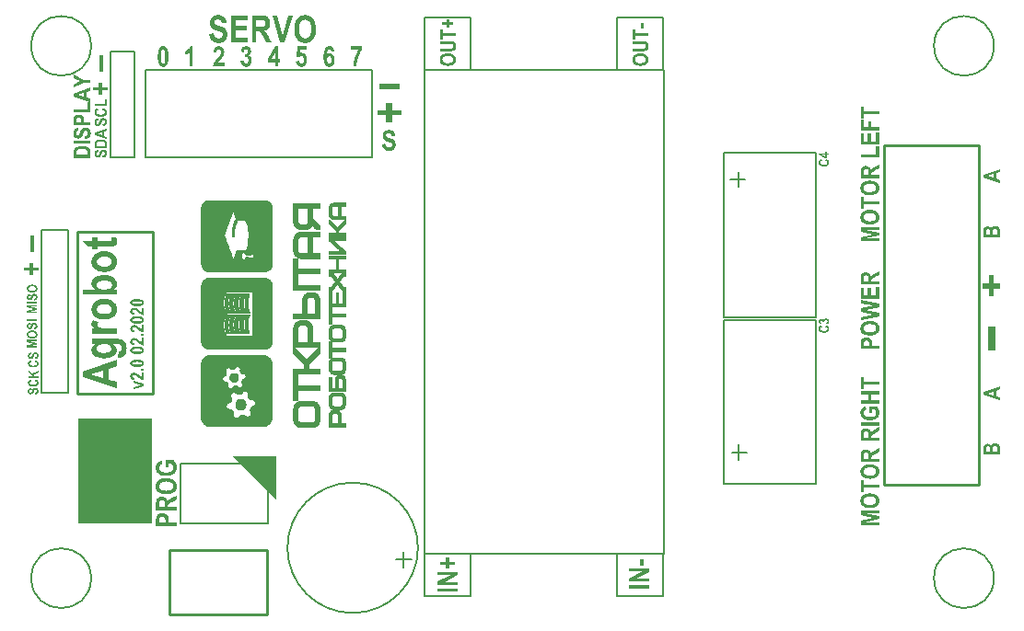
<source format=gto>
G04 Layer_Color=61183*
%FSLAX43Y43*%
%MOMM*%
G71*
G01*
G75*
%ADD13C,0.200*%
%ADD64C,0.150*%
%ADD65C,0.250*%
%ADD66C,0.254*%
%ADD67C,0.025*%
%ADD68R,0.400X1.500*%
%ADD69R,6.900X9.675*%
%ADD70R,1.900X0.500*%
%ADD71R,0.700X2.300*%
G36*
X24077Y52800D02*
X23625D01*
X22896Y55303D01*
X23344D01*
X23862Y53448D01*
X24362Y55303D01*
X24807D01*
X24077Y52800D01*
D02*
G37*
G36*
X21992Y55300D02*
X22025D01*
X22096Y55296D01*
X22174Y55285D01*
X22251Y55274D01*
X22325Y55255D01*
X22359Y55244D01*
X22388Y55233D01*
X22396Y55229D01*
X22414Y55222D01*
X22440Y55203D01*
X22474Y55178D01*
X22511Y55148D01*
X22548Y55107D01*
X22588Y55059D01*
X22625Y55000D01*
X22629Y54992D01*
X22640Y54970D01*
X22655Y54933D01*
X22674Y54889D01*
X22688Y54829D01*
X22703Y54759D01*
X22714Y54685D01*
X22718Y54600D01*
Y54596D01*
Y54589D01*
Y54570D01*
X22714Y54552D01*
Y54526D01*
X22711Y54496D01*
X22699Y54429D01*
X22685Y54355D01*
X22659Y54278D01*
X22622Y54200D01*
X22574Y54126D01*
Y54122D01*
X22566Y54118D01*
X22548Y54096D01*
X22514Y54067D01*
X22470Y54033D01*
X22414Y53992D01*
X22344Y53955D01*
X22266Y53926D01*
X22174Y53904D01*
X22181Y53900D01*
X22196Y53885D01*
X22222Y53867D01*
X22251Y53841D01*
X22285Y53811D01*
X22322Y53774D01*
X22359Y53733D01*
X22392Y53693D01*
X22396Y53689D01*
X22407Y53670D01*
X22429Y53641D01*
X22455Y53600D01*
X22488Y53544D01*
X22507Y53511D01*
X22529Y53474D01*
X22551Y53433D01*
X22577Y53389D01*
X22603Y53337D01*
X22629Y53285D01*
X22881Y52800D01*
X22381D01*
X22085Y53344D01*
Y53348D01*
X22077Y53359D01*
X22070Y53374D01*
X22059Y53393D01*
X22044Y53415D01*
X22029Y53441D01*
X21996Y53500D01*
X21959Y53563D01*
X21922Y53626D01*
X21907Y53652D01*
X21888Y53674D01*
X21874Y53696D01*
X21862Y53711D01*
X21859Y53715D01*
X21851Y53722D01*
X21840Y53737D01*
X21825Y53752D01*
X21788Y53785D01*
X21766Y53804D01*
X21740Y53815D01*
X21737D01*
X21729Y53818D01*
X21714Y53826D01*
X21692Y53830D01*
X21662Y53837D01*
X21625Y53841D01*
X21585Y53844D01*
X21451D01*
Y52800D01*
X21037D01*
Y55303D01*
X21966D01*
X21992Y55300D01*
D02*
G37*
G36*
X20648Y54881D02*
X19537D01*
Y54326D01*
X20570D01*
Y53904D01*
X19537D01*
Y53222D01*
X20685D01*
Y52800D01*
X19122D01*
Y55303D01*
X20648D01*
Y54881D01*
D02*
G37*
G36*
X17989Y55340D02*
X18018Y55337D01*
X18055Y55333D01*
X18092Y55329D01*
X18137Y55318D01*
X18226Y55296D01*
X18322Y55259D01*
X18367Y55237D01*
X18415Y55211D01*
X18455Y55181D01*
X18496Y55144D01*
X18500Y55140D01*
X18504Y55137D01*
X18515Y55122D01*
X18529Y55107D01*
X18544Y55089D01*
X18563Y55063D01*
X18581Y55033D01*
X18600Y55000D01*
X18618Y54963D01*
X18641Y54922D01*
X18659Y54874D01*
X18674Y54826D01*
X18689Y54770D01*
X18700Y54715D01*
X18711Y54652D01*
X18715Y54585D01*
X18300Y54563D01*
Y54566D01*
Y54570D01*
X18296Y54581D01*
X18292Y54596D01*
X18285Y54629D01*
X18274Y54674D01*
X18255Y54718D01*
X18237Y54766D01*
X18211Y54807D01*
X18178Y54844D01*
X18174Y54848D01*
X18163Y54855D01*
X18141Y54870D01*
X18111Y54885D01*
X18074Y54900D01*
X18030Y54915D01*
X17978Y54922D01*
X17918Y54926D01*
X17893D01*
X17859Y54922D01*
X17822Y54918D01*
X17781Y54907D01*
X17741Y54896D01*
X17696Y54878D01*
X17659Y54855D01*
X17656Y54852D01*
X17644Y54844D01*
X17630Y54829D01*
X17615Y54807D01*
X17600Y54781D01*
X17585Y54752D01*
X17574Y54718D01*
X17570Y54681D01*
Y54678D01*
Y54666D01*
X17574Y54648D01*
X17581Y54622D01*
X17589Y54596D01*
X17604Y54570D01*
X17626Y54541D01*
X17652Y54515D01*
X17656Y54511D01*
X17670Y54504D01*
X17693Y54489D01*
X17730Y54470D01*
X17755Y54459D01*
X17781Y54444D01*
X17811Y54433D01*
X17848Y54418D01*
X17885Y54404D01*
X17930Y54389D01*
X17978Y54374D01*
X18030Y54359D01*
X18033D01*
X18044Y54355D01*
X18059Y54352D01*
X18081Y54344D01*
X18107Y54333D01*
X18137Y54326D01*
X18204Y54300D01*
X18278Y54270D01*
X18352Y54241D01*
X18422Y54204D01*
X18455Y54185D01*
X18481Y54167D01*
X18489Y54163D01*
X18504Y54148D01*
X18529Y54129D01*
X18563Y54100D01*
X18596Y54063D01*
X18633Y54018D01*
X18667Y53967D01*
X18696Y53911D01*
X18700Y53904D01*
X18707Y53881D01*
X18718Y53848D01*
X18733Y53804D01*
X18748Y53748D01*
X18759Y53681D01*
X18766Y53607D01*
X18770Y53526D01*
Y53522D01*
Y53511D01*
Y53496D01*
X18766Y53470D01*
X18763Y53444D01*
X18759Y53411D01*
X18752Y53374D01*
X18744Y53337D01*
X18722Y53248D01*
X18685Y53156D01*
X18663Y53111D01*
X18633Y53067D01*
X18604Y53022D01*
X18567Y52978D01*
X18563Y52974D01*
X18555Y52967D01*
X18544Y52959D01*
X18529Y52944D01*
X18507Y52926D01*
X18481Y52907D01*
X18448Y52889D01*
X18415Y52870D01*
X18374Y52848D01*
X18326Y52830D01*
X18274Y52811D01*
X18218Y52793D01*
X18155Y52778D01*
X18089Y52770D01*
X18018Y52763D01*
X17941Y52759D01*
X17907D01*
X17870Y52767D01*
X17822Y52774D01*
X17763Y52785D01*
X17696Y52804D01*
X17626Y52830D01*
X17552Y52867D01*
X17478Y52911D01*
X17404Y52970D01*
X17333Y53037D01*
X17300Y53078D01*
X17267Y53122D01*
X17237Y53170D01*
X17211Y53218D01*
X17185Y53274D01*
X17159Y53333D01*
X17141Y53400D01*
X17122Y53467D01*
X17111Y53541D01*
X17100Y53618D01*
X17504Y53667D01*
Y53663D01*
X17507Y53644D01*
X17511Y53622D01*
X17518Y53593D01*
X17530Y53555D01*
X17544Y53515D01*
X17563Y53470D01*
X17585Y53426D01*
X17611Y53381D01*
X17641Y53337D01*
X17678Y53296D01*
X17722Y53259D01*
X17770Y53230D01*
X17822Y53207D01*
X17885Y53189D01*
X17952Y53185D01*
X17981D01*
X18015Y53189D01*
X18059Y53196D01*
X18104Y53207D01*
X18152Y53226D01*
X18200Y53248D01*
X18244Y53281D01*
X18248Y53285D01*
X18263Y53300D01*
X18281Y53322D01*
X18300Y53348D01*
X18322Y53385D01*
X18337Y53426D01*
X18352Y53474D01*
X18355Y53526D01*
Y53530D01*
Y53541D01*
X18352Y53555D01*
Y53578D01*
X18337Y53622D01*
X18330Y53648D01*
X18315Y53670D01*
Y53674D01*
X18307Y53681D01*
X18285Y53704D01*
X18270Y53718D01*
X18252Y53737D01*
X18226Y53752D01*
X18200Y53767D01*
X18196Y53770D01*
X18185Y53774D01*
X18159Y53785D01*
X18126Y53800D01*
X18104Y53807D01*
X18078Y53815D01*
X18048Y53826D01*
X18011Y53837D01*
X17974Y53852D01*
X17930Y53867D01*
X17881Y53881D01*
X17830Y53896D01*
X17826D01*
X17818Y53900D01*
X17804Y53904D01*
X17785Y53911D01*
X17763Y53918D01*
X17741Y53926D01*
X17681Y53948D01*
X17618Y53974D01*
X17552Y54004D01*
X17493Y54037D01*
X17441Y54070D01*
X17437Y54074D01*
X17422Y54089D01*
X17400Y54107D01*
X17370Y54137D01*
X17341Y54170D01*
X17307Y54211D01*
X17274Y54259D01*
X17244Y54315D01*
X17241Y54322D01*
X17233Y54341D01*
X17222Y54374D01*
X17211Y54415D01*
X17196Y54463D01*
X17185Y54518D01*
X17178Y54581D01*
X17174Y54644D01*
Y54648D01*
Y54652D01*
Y54663D01*
Y54678D01*
X17178Y54718D01*
X17185Y54766D01*
X17196Y54822D01*
X17215Y54885D01*
X17237Y54948D01*
X17267Y55011D01*
Y55015D01*
X17270Y55018D01*
X17285Y55037D01*
X17304Y55066D01*
X17333Y55103D01*
X17370Y55144D01*
X17415Y55185D01*
X17463Y55226D01*
X17522Y55259D01*
X17526D01*
X17530Y55263D01*
X17552Y55274D01*
X17589Y55285D01*
X17637Y55303D01*
X17696Y55318D01*
X17763Y55329D01*
X17844Y55340D01*
X17930Y55344D01*
X17963D01*
X17989Y55340D01*
D02*
G37*
G36*
X26043Y52116D02*
X25488D01*
X25438Y51794D01*
X25444Y51797D01*
X25455Y51805D01*
X25474Y51813D01*
X25502Y51827D01*
X25533Y51838D01*
X25566Y51847D01*
X25602Y51855D01*
X25641Y51858D01*
X25657D01*
X25671Y51855D01*
X25688Y51852D01*
X25705Y51849D01*
X25749Y51841D01*
X25796Y51822D01*
X25849Y51797D01*
X25877Y51780D01*
X25902Y51760D01*
X25927Y51738D01*
X25952Y51713D01*
X25955Y51710D01*
X25960Y51705D01*
X25966Y51694D01*
X25977Y51680D01*
X25988Y51661D01*
X26002Y51638D01*
X26018Y51613D01*
X26032Y51586D01*
X26046Y51552D01*
X26063Y51516D01*
X26077Y51475D01*
X26088Y51433D01*
X26099Y51386D01*
X26107Y51338D01*
X26110Y51286D01*
X26113Y51230D01*
Y51227D01*
Y51219D01*
Y51205D01*
X26110Y51189D01*
Y51166D01*
X26104Y51141D01*
X26102Y51114D01*
X26096Y51080D01*
X26079Y51011D01*
X26054Y50933D01*
X26038Y50894D01*
X26021Y50855D01*
X25999Y50814D01*
X25974Y50775D01*
X25971Y50772D01*
X25968Y50767D01*
X25960Y50755D01*
X25949Y50742D01*
X25935Y50728D01*
X25918Y50711D01*
X25896Y50692D01*
X25874Y50672D01*
X25849Y50653D01*
X25818Y50633D01*
X25788Y50617D01*
X25752Y50603D01*
X25716Y50589D01*
X25674Y50578D01*
X25632Y50572D01*
X25585Y50569D01*
X25566D01*
X25552Y50572D01*
X25535D01*
X25513Y50578D01*
X25466Y50586D01*
X25413Y50603D01*
X25355Y50625D01*
X25299Y50658D01*
X25272Y50681D01*
X25244Y50703D01*
X25241Y50705D01*
X25238Y50708D01*
X25230Y50717D01*
X25222Y50728D01*
X25210Y50742D01*
X25199Y50758D01*
X25185Y50778D01*
X25172Y50800D01*
X25158Y50825D01*
X25144Y50855D01*
X25130Y50886D01*
X25116Y50919D01*
X25105Y50955D01*
X25094Y50997D01*
X25080Y51083D01*
X25374Y51122D01*
Y51116D01*
X25377Y51102D01*
X25383Y51078D01*
X25388Y51050D01*
X25396Y51019D01*
X25410Y50989D01*
X25427Y50955D01*
X25449Y50928D01*
X25452Y50925D01*
X25460Y50916D01*
X25474Y50905D01*
X25491Y50894D01*
X25510Y50880D01*
X25535Y50869D01*
X25560Y50861D01*
X25588Y50858D01*
X25591D01*
X25605Y50861D01*
X25621Y50864D01*
X25641Y50869D01*
X25666Y50880D01*
X25694Y50897D01*
X25719Y50916D01*
X25744Y50947D01*
X25746Y50953D01*
X25755Y50964D01*
X25766Y50986D01*
X25777Y51014D01*
X25788Y51053D01*
X25799Y51100D01*
X25807Y51158D01*
X25810Y51222D01*
Y51225D01*
Y51230D01*
Y51239D01*
Y51252D01*
X25807Y51283D01*
X25802Y51322D01*
X25794Y51363D01*
X25782Y51408D01*
X25766Y51447D01*
X25744Y51483D01*
X25741Y51486D01*
X25732Y51497D01*
X25719Y51511D01*
X25699Y51527D01*
X25677Y51541D01*
X25646Y51555D01*
X25616Y51566D01*
X25580Y51569D01*
X25574D01*
X25558Y51566D01*
X25535Y51561D01*
X25505Y51552D01*
X25469Y51536D01*
X25430Y51511D01*
X25410Y51497D01*
X25391Y51477D01*
X25372Y51458D01*
X25352Y51433D01*
X25113Y51475D01*
X25263Y52452D01*
X26043D01*
Y52116D01*
D02*
G37*
G36*
X28209Y52479D02*
X28242Y52477D01*
X28281Y52468D01*
X28328Y52455D01*
X28375Y52432D01*
X28425Y52405D01*
X28470Y52366D01*
X28475Y52360D01*
X28489Y52343D01*
X28508Y52316D01*
X28533Y52280D01*
X28558Y52230D01*
X28583Y52169D01*
X28603Y52099D01*
X28619Y52016D01*
X28333Y51977D01*
Y51980D01*
Y51985D01*
X28331Y51996D01*
X28328Y52010D01*
X28320Y52044D01*
X28303Y52083D01*
X28284Y52119D01*
X28253Y52152D01*
X28234Y52166D01*
X28214Y52177D01*
X28189Y52182D01*
X28164Y52185D01*
X28161D01*
X28147Y52182D01*
X28131Y52180D01*
X28109Y52171D01*
X28084Y52160D01*
X28059Y52141D01*
X28031Y52116D01*
X28006Y52080D01*
X28003Y52074D01*
X28000Y52069D01*
X27995Y52058D01*
X27992Y52046D01*
X27984Y52030D01*
X27978Y52010D01*
X27973Y51988D01*
X27964Y51960D01*
X27959Y51930D01*
X27950Y51894D01*
X27945Y51855D01*
X27939Y51813D01*
X27934Y51766D01*
X27928Y51713D01*
X27925Y51655D01*
X27928Y51658D01*
X27937Y51669D01*
X27948Y51683D01*
X27961Y51699D01*
X27981Y51719D01*
X28000Y51738D01*
X28023Y51758D01*
X28048Y51774D01*
X28050Y51777D01*
X28059Y51780D01*
X28075Y51788D01*
X28092Y51797D01*
X28114Y51802D01*
X28142Y51810D01*
X28170Y51813D01*
X28200Y51816D01*
X28217D01*
X28231Y51813D01*
X28247Y51810D01*
X28264Y51808D01*
X28309Y51794D01*
X28356Y51774D01*
X28383Y51760D01*
X28408Y51744D01*
X28436Y51724D01*
X28461Y51702D01*
X28489Y51677D01*
X28514Y51647D01*
X28517Y51644D01*
X28520Y51638D01*
X28528Y51630D01*
X28536Y51616D01*
X28544Y51599D01*
X28558Y51580D01*
X28569Y51555D01*
X28583Y51527D01*
X28594Y51497D01*
X28608Y51463D01*
X28619Y51427D01*
X28628Y51388D01*
X28639Y51344D01*
X28644Y51300D01*
X28647Y51250D01*
X28650Y51200D01*
Y51197D01*
Y51186D01*
Y51172D01*
X28647Y51152D01*
X28644Y51127D01*
X28642Y51097D01*
X28639Y51066D01*
X28633Y51030D01*
X28614Y50958D01*
X28589Y50880D01*
X28572Y50842D01*
X28553Y50805D01*
X28531Y50769D01*
X28506Y50736D01*
X28503Y50733D01*
X28500Y50728D01*
X28492Y50719D01*
X28481Y50711D01*
X28467Y50697D01*
X28450Y50683D01*
X28408Y50653D01*
X28358Y50622D01*
X28297Y50594D01*
X28264Y50586D01*
X28228Y50578D01*
X28192Y50572D01*
X28153Y50569D01*
X28142D01*
X28131Y50572D01*
X28114D01*
X28095Y50575D01*
X28073Y50581D01*
X28020Y50597D01*
X27989Y50608D01*
X27959Y50622D01*
X27925Y50639D01*
X27895Y50661D01*
X27862Y50686D01*
X27831Y50714D01*
X27800Y50747D01*
X27770Y50786D01*
X27767Y50789D01*
X27764Y50797D01*
X27756Y50811D01*
X27748Y50828D01*
X27737Y50853D01*
X27723Y50883D01*
X27709Y50916D01*
X27695Y50958D01*
X27681Y51005D01*
X27667Y51061D01*
X27656Y51119D01*
X27642Y51186D01*
X27634Y51258D01*
X27626Y51336D01*
X27623Y51422D01*
X27620Y51513D01*
Y51516D01*
Y51519D01*
Y51536D01*
Y51563D01*
X27623Y51597D01*
X27626Y51641D01*
X27628Y51688D01*
X27634Y51741D01*
X27639Y51799D01*
X27659Y51921D01*
X27687Y52044D01*
X27703Y52102D01*
X27726Y52157D01*
X27748Y52210D01*
X27775Y52255D01*
X27778Y52257D01*
X27784Y52266D01*
X27792Y52277D01*
X27803Y52291D01*
X27820Y52307D01*
X27839Y52327D01*
X27862Y52346D01*
X27887Y52368D01*
X27914Y52391D01*
X27945Y52410D01*
X28014Y52446D01*
X28053Y52460D01*
X28092Y52474D01*
X28136Y52479D01*
X28181Y52482D01*
X28197D01*
X28209Y52479D01*
D02*
G37*
G36*
X31168Y52188D02*
Y52185D01*
X31162Y52182D01*
X31157Y52171D01*
X31146Y52160D01*
X31134Y52144D01*
X31121Y52127D01*
X31107Y52105D01*
X31090Y52080D01*
X31071Y52049D01*
X31051Y52019D01*
X31032Y51983D01*
X31010Y51946D01*
X30987Y51905D01*
X30962Y51860D01*
X30940Y51813D01*
X30915Y51763D01*
Y51760D01*
X30910Y51752D01*
X30904Y51735D01*
X30893Y51716D01*
X30885Y51691D01*
X30871Y51661D01*
X30857Y51624D01*
X30843Y51586D01*
X30826Y51544D01*
X30810Y51499D01*
X30796Y51450D01*
X30779Y51397D01*
X30746Y51289D01*
X30718Y51172D01*
Y51169D01*
X30715Y51158D01*
X30712Y51141D01*
X30707Y51119D01*
X30701Y51091D01*
X30696Y51058D01*
X30690Y51022D01*
X30685Y50983D01*
X30676Y50939D01*
X30671Y50894D01*
X30660Y50797D01*
X30651Y50697D01*
X30649Y50600D01*
X30365D01*
Y50606D01*
Y50617D01*
X30368Y50639D01*
Y50669D01*
X30371Y50705D01*
X30374Y50747D01*
X30379Y50797D01*
X30385Y50850D01*
X30393Y50908D01*
X30402Y50969D01*
X30413Y51036D01*
X30424Y51105D01*
X30454Y51250D01*
X30496Y51397D01*
X30499Y51402D01*
X30501Y51413D01*
X30510Y51436D01*
X30518Y51463D01*
X30532Y51499D01*
X30546Y51541D01*
X30565Y51586D01*
X30585Y51638D01*
X30607Y51691D01*
X30632Y51749D01*
X30690Y51869D01*
X30754Y51996D01*
X30829Y52119D01*
X30160D01*
Y52452D01*
X31168D01*
Y52188D01*
D02*
G37*
G36*
X25977Y55340D02*
X26006D01*
X26044Y55333D01*
X26088Y55326D01*
X26136Y55315D01*
X26188Y55303D01*
X26243Y55285D01*
X26303Y55263D01*
X26362Y55233D01*
X26421Y55203D01*
X26481Y55163D01*
X26540Y55118D01*
X26595Y55066D01*
X26651Y55007D01*
X26655Y55003D01*
X26662Y54992D01*
X26677Y54974D01*
X26695Y54944D01*
X26714Y54911D01*
X26740Y54866D01*
X26766Y54818D01*
X26792Y54763D01*
X26818Y54696D01*
X26840Y54626D01*
X26866Y54548D01*
X26884Y54463D01*
X26903Y54370D01*
X26917Y54270D01*
X26925Y54163D01*
X26929Y54052D01*
Y54044D01*
Y54026D01*
Y53992D01*
X26925Y53948D01*
X26921Y53896D01*
X26914Y53833D01*
X26903Y53767D01*
X26892Y53693D01*
X26877Y53615D01*
X26858Y53537D01*
X26832Y53455D01*
X26803Y53374D01*
X26769Y53293D01*
X26729Y53215D01*
X26684Y53141D01*
X26632Y53070D01*
X26629Y53067D01*
X26621Y53056D01*
X26606Y53041D01*
X26584Y53022D01*
X26558Y53000D01*
X26529Y52970D01*
X26492Y52944D01*
X26447Y52915D01*
X26399Y52885D01*
X26347Y52859D01*
X26292Y52833D01*
X26229Y52807D01*
X26162Y52789D01*
X26088Y52774D01*
X26014Y52763D01*
X25932Y52759D01*
X25914D01*
X25888Y52763D01*
X25858D01*
X25821Y52770D01*
X25777Y52774D01*
X25729Y52785D01*
X25677Y52796D01*
X25621Y52815D01*
X25566Y52833D01*
X25507Y52859D01*
X25447Y52889D01*
X25392Y52926D01*
X25332Y52967D01*
X25281Y53011D01*
X25229Y53067D01*
X25225Y53070D01*
X25218Y53081D01*
X25203Y53104D01*
X25184Y53130D01*
X25162Y53167D01*
X25136Y53211D01*
X25110Y53263D01*
X25084Y53318D01*
X25055Y53385D01*
X25029Y53459D01*
X25003Y53537D01*
X24981Y53622D01*
X24962Y53715D01*
X24947Y53815D01*
X24940Y53922D01*
X24936Y54033D01*
Y54037D01*
Y54052D01*
Y54078D01*
X24940Y54107D01*
Y54144D01*
X24944Y54189D01*
X24947Y54241D01*
X24951Y54292D01*
X24970Y54411D01*
X24992Y54533D01*
X25021Y54655D01*
X25044Y54715D01*
X25066Y54770D01*
Y54774D01*
X25073Y54781D01*
X25081Y54796D01*
X25092Y54818D01*
X25103Y54841D01*
X25118Y54870D01*
X25158Y54933D01*
X25210Y55003D01*
X25266Y55074D01*
X25336Y55140D01*
X25410Y55200D01*
X25414D01*
X25421Y55207D01*
X25432Y55215D01*
X25447Y55222D01*
X25469Y55233D01*
X25495Y55244D01*
X25525Y55259D01*
X25555Y55274D01*
X25632Y55300D01*
X25721Y55322D01*
X25821Y55337D01*
X25932Y55344D01*
X25951D01*
X25977Y55340D01*
D02*
G37*
G36*
X5781Y44967D02*
X5797Y44965D01*
X5818Y44963D01*
X5841Y44958D01*
X5864Y44954D01*
X5920Y44940D01*
X5978Y44917D01*
X6006Y44903D01*
X6033Y44884D01*
X6061Y44866D01*
X6089Y44843D01*
X6091Y44840D01*
X6096Y44836D01*
X6101Y44829D01*
X6110Y44819D01*
X6121Y44806D01*
X6133Y44789D01*
X6144Y44768D01*
X6156Y44748D01*
X6170Y44722D01*
X6181Y44692D01*
X6193Y44660D01*
X6205Y44625D01*
X6214Y44586D01*
X6219Y44544D01*
X6223Y44500D01*
X6225Y44451D01*
Y44449D01*
Y44447D01*
Y44440D01*
Y44431D01*
X6221Y44408D01*
X6216Y44377D01*
X6209Y44340D01*
X6198Y44299D01*
X6181Y44255D01*
X6158Y44208D01*
X6131Y44162D01*
X6094Y44116D01*
X6052Y44072D01*
X6026Y44051D01*
X5999Y44030D01*
X5969Y44012D01*
X5939Y43996D01*
X5904Y43979D01*
X5867Y43963D01*
X5825Y43952D01*
X5783Y43940D01*
X5737Y43933D01*
X5689Y43926D01*
X5659Y44178D01*
X5661D01*
X5672Y44181D01*
X5686Y44183D01*
X5705Y44188D01*
X5728Y44195D01*
X5753Y44204D01*
X5781Y44215D01*
X5809Y44229D01*
X5837Y44246D01*
X5864Y44264D01*
X5890Y44287D01*
X5913Y44315D01*
X5932Y44345D01*
X5945Y44377D01*
X5957Y44417D01*
X5959Y44458D01*
Y44461D01*
Y44463D01*
Y44477D01*
X5957Y44498D01*
X5952Y44526D01*
X5945Y44553D01*
X5934Y44583D01*
X5920Y44613D01*
X5899Y44641D01*
X5897Y44644D01*
X5888Y44653D01*
X5874Y44664D01*
X5858Y44676D01*
X5834Y44690D01*
X5809Y44699D01*
X5779Y44708D01*
X5746Y44711D01*
X5737D01*
X5728Y44708D01*
X5714D01*
X5686Y44699D01*
X5670Y44694D01*
X5656Y44685D01*
X5654D01*
X5649Y44681D01*
X5635Y44667D01*
X5626Y44657D01*
X5615Y44646D01*
X5605Y44630D01*
X5596Y44613D01*
X5594Y44611D01*
X5591Y44604D01*
X5584Y44588D01*
X5575Y44567D01*
X5571Y44553D01*
X5566Y44537D01*
X5559Y44519D01*
X5552Y44495D01*
X5543Y44472D01*
X5534Y44445D01*
X5524Y44414D01*
X5515Y44382D01*
Y44380D01*
X5513Y44375D01*
X5510Y44366D01*
X5506Y44354D01*
X5501Y44340D01*
X5497Y44327D01*
X5483Y44289D01*
X5466Y44250D01*
X5448Y44208D01*
X5427Y44171D01*
X5406Y44139D01*
X5404Y44137D01*
X5395Y44128D01*
X5383Y44114D01*
X5365Y44095D01*
X5344Y44077D01*
X5318Y44056D01*
X5288Y44035D01*
X5254Y44016D01*
X5249Y44014D01*
X5237Y44009D01*
X5217Y44003D01*
X5191Y43996D01*
X5161Y43986D01*
X5126Y43979D01*
X5087Y43975D01*
X5048Y43972D01*
X5027D01*
X5001Y43975D01*
X4971Y43979D01*
X4937Y43986D01*
X4897Y43998D01*
X4858Y44012D01*
X4819Y44030D01*
X4816D01*
X4814Y44033D01*
X4802Y44042D01*
X4784Y44053D01*
X4761Y44072D01*
X4735Y44095D01*
X4710Y44123D01*
X4684Y44153D01*
X4664Y44190D01*
Y44192D01*
X4661Y44195D01*
X4654Y44208D01*
X4647Y44232D01*
X4636Y44262D01*
X4627Y44299D01*
X4620Y44340D01*
X4613Y44391D01*
X4610Y44445D01*
Y44447D01*
Y44454D01*
Y44465D01*
X4613Y44482D01*
X4615Y44500D01*
X4617Y44523D01*
X4620Y44546D01*
X4627Y44574D01*
X4640Y44630D01*
X4664Y44690D01*
X4677Y44718D01*
X4694Y44748D01*
X4712Y44773D01*
X4735Y44799D01*
X4738Y44801D01*
X4740Y44803D01*
X4749Y44810D01*
X4758Y44819D01*
X4770Y44829D01*
X4786Y44840D01*
X4805Y44852D01*
X4826Y44863D01*
X4849Y44875D01*
X4874Y44889D01*
X4904Y44900D01*
X4934Y44910D01*
X4969Y44919D01*
X5004Y44926D01*
X5043Y44933D01*
X5085Y44935D01*
X5099Y44676D01*
X5094D01*
X5087Y44674D01*
X5078Y44671D01*
X5057Y44667D01*
X5029Y44660D01*
X5001Y44648D01*
X4971Y44637D01*
X4946Y44620D01*
X4923Y44600D01*
X4920Y44597D01*
X4916Y44590D01*
X4907Y44576D01*
X4897Y44558D01*
X4888Y44535D01*
X4879Y44507D01*
X4874Y44475D01*
X4872Y44438D01*
Y44433D01*
Y44421D01*
X4874Y44401D01*
X4876Y44377D01*
X4883Y44352D01*
X4890Y44327D01*
X4902Y44299D01*
X4916Y44276D01*
X4918Y44273D01*
X4923Y44266D01*
X4932Y44257D01*
X4946Y44248D01*
X4962Y44239D01*
X4981Y44229D01*
X5001Y44222D01*
X5025Y44220D01*
X5034D01*
X5045Y44222D01*
X5062Y44227D01*
X5078Y44232D01*
X5094Y44241D01*
X5112Y44255D01*
X5129Y44271D01*
X5131Y44273D01*
X5136Y44283D01*
X5145Y44296D01*
X5156Y44320D01*
X5163Y44336D01*
X5173Y44352D01*
X5180Y44370D01*
X5189Y44394D01*
X5198Y44417D01*
X5207Y44445D01*
X5217Y44475D01*
X5226Y44507D01*
Y44509D01*
X5228Y44516D01*
X5230Y44526D01*
X5235Y44539D01*
X5242Y44556D01*
X5247Y44574D01*
X5263Y44616D01*
X5281Y44662D01*
X5300Y44708D01*
X5323Y44752D01*
X5335Y44773D01*
X5346Y44789D01*
X5348Y44794D01*
X5358Y44803D01*
X5369Y44819D01*
X5388Y44840D01*
X5411Y44861D01*
X5439Y44884D01*
X5471Y44905D01*
X5506Y44924D01*
X5510Y44926D01*
X5524Y44930D01*
X5545Y44937D01*
X5573Y44947D01*
X5608Y44956D01*
X5649Y44963D01*
X5696Y44967D01*
X5746Y44970D01*
X5765D01*
X5781Y44967D01*
D02*
G37*
G36*
X6200Y43487D02*
X4636D01*
Y43746D01*
X6200D01*
Y43487D01*
D02*
G37*
G36*
X5485Y43274D02*
X5506D01*
X5529Y43271D01*
X5554D01*
X5610Y43264D01*
X5670Y43257D01*
X5730Y43246D01*
X5788Y43230D01*
X5790D01*
X5795Y43227D01*
X5802Y43225D01*
X5814Y43220D01*
X5841Y43211D01*
X5874Y43197D01*
X5913Y43181D01*
X5952Y43160D01*
X5992Y43137D01*
X6026Y43112D01*
X6031Y43109D01*
X6040Y43100D01*
X6057Y43084D01*
X6075Y43065D01*
X6096Y43040D01*
X6117Y43012D01*
X6138Y42980D01*
X6156Y42943D01*
X6158Y42938D01*
X6163Y42924D01*
X6170Y42903D01*
X6177Y42873D01*
X6186Y42836D01*
X6193Y42792D01*
X6198Y42741D01*
X6200Y42686D01*
Y42200D01*
X4636D01*
Y42672D01*
Y42674D01*
Y42679D01*
Y42688D01*
Y42702D01*
X4638Y42716D01*
Y42732D01*
X4640Y42772D01*
X4645Y42816D01*
X4654Y42859D01*
X4664Y42903D01*
X4677Y42940D01*
X4680Y42945D01*
X4684Y42957D01*
X4696Y42973D01*
X4710Y42996D01*
X4728Y43021D01*
X4751Y43052D01*
X4779Y43079D01*
X4812Y43109D01*
X4816Y43114D01*
X4828Y43123D01*
X4849Y43137D01*
X4879Y43153D01*
X4913Y43174D01*
X4955Y43195D01*
X5004Y43214D01*
X5059Y43232D01*
X5062D01*
X5066Y43234D01*
X5075Y43237D01*
X5087Y43239D01*
X5101Y43241D01*
X5119Y43246D01*
X5140Y43251D01*
X5163Y43255D01*
X5189Y43257D01*
X5217Y43262D01*
X5247Y43267D01*
X5281Y43269D01*
X5353Y43274D01*
X5434Y43276D01*
X5469D01*
X5485Y43274D01*
D02*
G37*
G36*
X5161Y46168D02*
X5180D01*
X5219Y46164D01*
X5263Y46155D01*
X5311Y46143D01*
X5358Y46127D01*
X5404Y46106D01*
X5406D01*
X5409Y46104D01*
X5423Y46094D01*
X5443Y46080D01*
X5466Y46062D01*
X5492Y46039D01*
X5520Y46011D01*
X5543Y45979D01*
X5564Y45944D01*
X5566Y45939D01*
X5568Y45935D01*
X5571Y45925D01*
X5575Y45914D01*
X5578Y45902D01*
X5582Y45886D01*
X5587Y45868D01*
X5591Y45847D01*
X5596Y45821D01*
X5598Y45796D01*
X5603Y45766D01*
X5605Y45733D01*
X5608Y45696D01*
X5610Y45657D01*
Y45615D01*
Y45446D01*
X6200D01*
Y45187D01*
X4636D01*
Y45601D01*
Y45604D01*
Y45611D01*
Y45625D01*
Y45639D01*
Y45657D01*
Y45680D01*
X4638Y45726D01*
X4640Y45780D01*
X4645Y45828D01*
X4647Y45851D01*
X4652Y45872D01*
X4654Y45891D01*
X4659Y45907D01*
Y45909D01*
X4661Y45912D01*
X4666Y45925D01*
X4677Y45946D01*
X4691Y45974D01*
X4712Y46002D01*
X4740Y46034D01*
X4772Y46064D01*
X4814Y46094D01*
X4816D01*
X4819Y46097D01*
X4826Y46101D01*
X4835Y46106D01*
X4846Y46113D01*
X4860Y46118D01*
X4876Y46124D01*
X4897Y46134D01*
X4941Y46148D01*
X4992Y46159D01*
X5052Y46168D01*
X5119Y46171D01*
X5147D01*
X5161Y46168D01*
D02*
G37*
G36*
X5543Y49369D02*
X6200D01*
Y49109D01*
X5541D01*
X4636Y48640D01*
Y48943D01*
X5254Y49244D01*
X4636Y49537D01*
Y49838D01*
X5543Y49369D01*
D02*
G37*
G36*
X6200Y48357D02*
X5846Y48246D01*
Y47728D01*
X6200Y47624D01*
Y47349D01*
X4636Y47846D01*
Y48121D01*
X6200Y48637D01*
Y48357D01*
D02*
G37*
G36*
Y46391D02*
X4647D01*
Y46650D01*
X5936D01*
Y47293D01*
X6200D01*
Y46391D01*
D02*
G37*
G36*
X23456Y51294D02*
X23648D01*
Y50978D01*
X23456D01*
Y50600D01*
X23170D01*
Y50978D01*
X22540D01*
Y51291D01*
X23206Y52482D01*
X23456D01*
Y51294D01*
D02*
G37*
G36*
X11100Y26112D02*
X11094D01*
X11087Y26114D01*
X11078D01*
X11067Y26116D01*
X11054Y26120D01*
X11022Y26125D01*
X10987Y26133D01*
X10946Y26146D01*
X10904Y26161D01*
X10861Y26179D01*
X10859D01*
X10856Y26183D01*
X10850Y26185D01*
X10841Y26190D01*
X10830Y26198D01*
X10815Y26205D01*
X10800Y26216D01*
X10782Y26229D01*
X10761Y26242D01*
X10739Y26259D01*
X10715Y26275D01*
X10687Y26296D01*
X10659Y26318D01*
X10630Y26344D01*
X10596Y26370D01*
X10563Y26399D01*
X10561Y26401D01*
X10556Y26405D01*
X10548Y26412D01*
X10539Y26420D01*
X10528Y26431D01*
X10513Y26442D01*
X10482Y26468D01*
X10448Y26496D01*
X10417Y26522D01*
X10387Y26544D01*
X10374Y26553D01*
X10363Y26561D01*
X10359Y26562D01*
X10350Y26568D01*
X10335Y26575D01*
X10315Y26583D01*
X10293Y26590D01*
X10267Y26598D01*
X10239Y26603D01*
X10211Y26605D01*
X10198D01*
X10183Y26603D01*
X10165Y26601D01*
X10145Y26596D01*
X10124Y26590D01*
X10104Y26581D01*
X10087Y26568D01*
X10085Y26566D01*
X10080Y26561D01*
X10074Y26553D01*
X10065Y26542D01*
X10058Y26529D01*
X10052Y26512D01*
X10046Y26492D01*
X10045Y26472D01*
Y26470D01*
Y26466D01*
X10046Y26459D01*
X10048Y26451D01*
X10056Y26429D01*
X10061Y26418D01*
X10069Y26405D01*
X10080Y26392D01*
X10093Y26379D01*
X10108Y26368D01*
X10128Y26357D01*
X10150Y26348D01*
X10176Y26340D01*
X10206Y26335D01*
X10241Y26331D01*
X10215Y26135D01*
X10213D01*
X10206Y26136D01*
X10196D01*
X10183Y26138D01*
X10169Y26142D01*
X10150Y26144D01*
X10130Y26149D01*
X10108Y26155D01*
X10063Y26168D01*
X10017Y26186D01*
X9972Y26211D01*
X9954Y26224D01*
X9935Y26240D01*
X9933Y26242D01*
X9932Y26244D01*
X9926Y26249D01*
X9920Y26257D01*
X9915Y26266D01*
X9906Y26275D01*
X9889Y26303D01*
X9872Y26336D01*
X9859Y26377D01*
X9848Y26424D01*
X9846Y26449D01*
X9845Y26475D01*
Y26477D01*
Y26483D01*
Y26490D01*
X9846Y26501D01*
X9848Y26516D01*
X9850Y26531D01*
X9858Y26568D01*
X9870Y26607D01*
X9878Y26627D01*
X9889Y26648D01*
X9902Y26668D01*
X9915Y26686D01*
X9932Y26703D01*
X9950Y26720D01*
X9952Y26722D01*
X9956Y26723D01*
X9961Y26727D01*
X9969Y26733D01*
X9978Y26738D01*
X9991Y26746D01*
X10020Y26762D01*
X10056Y26777D01*
X10096Y26790D01*
X10141Y26799D01*
X10165Y26803D01*
X10204D01*
X10219Y26801D01*
X10239D01*
X10261Y26798D01*
X10287Y26794D01*
X10313Y26788D01*
X10341Y26781D01*
X10345D01*
X10354Y26777D01*
X10367Y26772D01*
X10385Y26766D01*
X10407Y26757D01*
X10432Y26746D01*
X10457Y26731D01*
X10485Y26716D01*
X10489Y26714D01*
X10498Y26709D01*
X10515Y26698D01*
X10535Y26683D01*
X10563Y26662D01*
X10594Y26636D01*
X10632Y26607D01*
X10672Y26572D01*
X10674Y26570D01*
X10676Y26568D01*
X10682Y26562D01*
X10689Y26557D01*
X10707Y26540D01*
X10730Y26522D01*
X10754Y26501D01*
X10776Y26481D01*
X10796Y26464D01*
X10813Y26451D01*
X10815Y26449D01*
X10819Y26448D01*
X10826Y26442D01*
X10833Y26436D01*
X10854Y26424D01*
X10878Y26411D01*
Y26803D01*
X11100D01*
Y26112D01*
D02*
G37*
G36*
Y25781D02*
X10859D01*
Y25977D01*
X11100D01*
Y25781D01*
D02*
G37*
G36*
Y24916D02*
X11094D01*
X11087Y24918D01*
X11078D01*
X11067Y24920D01*
X11054Y24924D01*
X11022Y24929D01*
X10987Y24937D01*
X10946Y24950D01*
X10904Y24964D01*
X10861Y24983D01*
X10859D01*
X10856Y24987D01*
X10850Y24988D01*
X10841Y24994D01*
X10830Y25001D01*
X10815Y25009D01*
X10800Y25020D01*
X10782Y25033D01*
X10761Y25046D01*
X10739Y25063D01*
X10715Y25079D01*
X10687Y25100D01*
X10659Y25122D01*
X10630Y25148D01*
X10596Y25174D01*
X10563Y25203D01*
X10561Y25205D01*
X10556Y25209D01*
X10548Y25216D01*
X10539Y25224D01*
X10528Y25235D01*
X10513Y25246D01*
X10482Y25272D01*
X10448Y25300D01*
X10417Y25325D01*
X10387Y25348D01*
X10374Y25357D01*
X10363Y25364D01*
X10359Y25366D01*
X10350Y25372D01*
X10335Y25379D01*
X10315Y25387D01*
X10293Y25394D01*
X10267Y25401D01*
X10239Y25407D01*
X10211Y25409D01*
X10198D01*
X10183Y25407D01*
X10165Y25405D01*
X10145Y25400D01*
X10124Y25394D01*
X10104Y25385D01*
X10087Y25372D01*
X10085Y25370D01*
X10080Y25364D01*
X10074Y25357D01*
X10065Y25346D01*
X10058Y25333D01*
X10052Y25316D01*
X10046Y25296D01*
X10045Y25275D01*
Y25274D01*
Y25270D01*
X10046Y25263D01*
X10048Y25255D01*
X10056Y25233D01*
X10061Y25222D01*
X10069Y25209D01*
X10080Y25196D01*
X10093Y25183D01*
X10108Y25172D01*
X10128Y25161D01*
X10150Y25151D01*
X10176Y25144D01*
X10206Y25138D01*
X10241Y25135D01*
X10215Y24938D01*
X10213D01*
X10206Y24940D01*
X10196D01*
X10183Y24942D01*
X10169Y24946D01*
X10150Y24948D01*
X10130Y24953D01*
X10108Y24959D01*
X10063Y24972D01*
X10017Y24990D01*
X9972Y25014D01*
X9954Y25027D01*
X9935Y25044D01*
X9933Y25046D01*
X9932Y25048D01*
X9926Y25053D01*
X9920Y25061D01*
X9915Y25070D01*
X9906Y25079D01*
X9889Y25107D01*
X9872Y25140D01*
X9859Y25181D01*
X9848Y25227D01*
X9846Y25253D01*
X9845Y25279D01*
Y25281D01*
Y25287D01*
Y25294D01*
X9846Y25305D01*
X9848Y25320D01*
X9850Y25335D01*
X9858Y25372D01*
X9870Y25411D01*
X9878Y25431D01*
X9889Y25451D01*
X9902Y25472D01*
X9915Y25490D01*
X9932Y25507D01*
X9950Y25524D01*
X9952Y25525D01*
X9956Y25527D01*
X9961Y25531D01*
X9969Y25537D01*
X9978Y25542D01*
X9991Y25550D01*
X10020Y25566D01*
X10056Y25581D01*
X10096Y25594D01*
X10141Y25603D01*
X10165Y25607D01*
X10204D01*
X10219Y25605D01*
X10239D01*
X10261Y25601D01*
X10287Y25598D01*
X10313Y25592D01*
X10341Y25585D01*
X10345D01*
X10354Y25581D01*
X10367Y25575D01*
X10385Y25570D01*
X10407Y25561D01*
X10432Y25550D01*
X10457Y25535D01*
X10485Y25520D01*
X10489Y25518D01*
X10498Y25512D01*
X10515Y25501D01*
X10535Y25487D01*
X10563Y25466D01*
X10594Y25440D01*
X10632Y25411D01*
X10672Y25375D01*
X10674Y25374D01*
X10676Y25372D01*
X10682Y25366D01*
X10689Y25361D01*
X10707Y25344D01*
X10730Y25325D01*
X10754Y25305D01*
X10776Y25285D01*
X10796Y25268D01*
X10813Y25255D01*
X10815Y25253D01*
X10819Y25251D01*
X10826Y25246D01*
X10833Y25240D01*
X10854Y25227D01*
X10878Y25214D01*
Y25607D01*
X11100D01*
Y24916D01*
D02*
G37*
G36*
X10541Y27601D02*
X10570D01*
X10602Y27597D01*
X10639Y27596D01*
X10678Y27592D01*
X10759Y27581D01*
X10843Y27564D01*
X10882Y27553D01*
X10917Y27542D01*
X10950Y27527D01*
X10980Y27510D01*
X10981Y27509D01*
X10985Y27507D01*
X10993Y27501D01*
X11002Y27494D01*
X11013Y27485D01*
X11024Y27473D01*
X11050Y27446D01*
X11076Y27410D01*
X11098Y27370D01*
X11107Y27347D01*
X11115Y27323D01*
X11119Y27297D01*
X11120Y27270D01*
Y27268D01*
Y27262D01*
X11119Y27255D01*
Y27246D01*
X11117Y27233D01*
X11113Y27218D01*
X11104Y27183D01*
X11096Y27164D01*
X11087Y27144D01*
X11076Y27125D01*
X11061Y27105D01*
X11046Y27085D01*
X11028Y27064D01*
X11006Y27046D01*
X10981Y27027D01*
X10980Y27025D01*
X10974Y27023D01*
X10967Y27020D01*
X10954Y27012D01*
X10937Y27007D01*
X10919Y26999D01*
X10894Y26990D01*
X10867Y26983D01*
X10833Y26973D01*
X10798Y26966D01*
X10757Y26957D01*
X10711Y26951D01*
X10661Y26946D01*
X10606Y26940D01*
X10546Y26938D01*
X10482Y26936D01*
X10448D01*
X10424Y26938D01*
X10396Y26940D01*
X10363Y26942D01*
X10326Y26944D01*
X10287Y26948D01*
X10206Y26959D01*
X10124Y26975D01*
X10085Y26985D01*
X10050Y26998D01*
X10017Y27010D01*
X9987Y27027D01*
X9985Y27029D01*
X9982Y27031D01*
X9974Y27036D01*
X9965Y27044D01*
X9954Y27053D01*
X9943Y27064D01*
X9915Y27092D01*
X9889Y27127D01*
X9867Y27168D01*
X9858Y27190D01*
X9850Y27214D01*
X9846Y27240D01*
X9845Y27268D01*
Y27270D01*
Y27275D01*
Y27283D01*
X9846Y27292D01*
X9848Y27305D01*
X9852Y27320D01*
X9863Y27355D01*
X9870Y27373D01*
X9880Y27394D01*
X9891Y27412D01*
X9904Y27433D01*
X9920Y27453D01*
X9941Y27473D01*
X9961Y27492D01*
X9987Y27510D01*
X9989Y27512D01*
X9995Y27514D01*
X10002Y27520D01*
X10015Y27525D01*
X10032Y27533D01*
X10050Y27540D01*
X10074Y27547D01*
X10102Y27557D01*
X10135Y27566D01*
X10170Y27573D01*
X10211Y27581D01*
X10257Y27588D01*
X10306Y27594D01*
X10361Y27599D01*
X10419Y27601D01*
X10483Y27603D01*
X10517D01*
X10541Y27601D01*
D02*
G37*
G36*
X8600Y23018D02*
X7892Y22796D01*
Y21759D01*
X8600Y21551D01*
Y21000D01*
X5472Y21995D01*
Y22546D01*
X8600Y23578D01*
Y23018D01*
D02*
G37*
G36*
X10541Y29197D02*
X10570D01*
X10602Y29194D01*
X10639Y29192D01*
X10678Y29188D01*
X10759Y29177D01*
X10843Y29160D01*
X10882Y29149D01*
X10917Y29138D01*
X10950Y29123D01*
X10980Y29107D01*
X10981Y29105D01*
X10985Y29103D01*
X10993Y29097D01*
X11002Y29090D01*
X11013Y29081D01*
X11024Y29070D01*
X11050Y29042D01*
X11076Y29007D01*
X11098Y28966D01*
X11107Y28944D01*
X11115Y28920D01*
X11119Y28894D01*
X11120Y28866D01*
Y28864D01*
Y28858D01*
X11119Y28851D01*
Y28842D01*
X11117Y28829D01*
X11113Y28814D01*
X11104Y28779D01*
X11096Y28760D01*
X11087Y28740D01*
X11076Y28721D01*
X11061Y28701D01*
X11046Y28681D01*
X11028Y28660D01*
X11006Y28642D01*
X10981Y28623D01*
X10980Y28621D01*
X10974Y28620D01*
X10967Y28616D01*
X10954Y28608D01*
X10937Y28603D01*
X10919Y28596D01*
X10894Y28586D01*
X10867Y28579D01*
X10833Y28570D01*
X10798Y28562D01*
X10757Y28553D01*
X10711Y28547D01*
X10661Y28542D01*
X10606Y28536D01*
X10546Y28534D01*
X10482Y28533D01*
X10448D01*
X10424Y28534D01*
X10396Y28536D01*
X10363Y28538D01*
X10326Y28540D01*
X10287Y28544D01*
X10206Y28555D01*
X10124Y28571D01*
X10085Y28581D01*
X10050Y28594D01*
X10017Y28607D01*
X9987Y28623D01*
X9985Y28625D01*
X9982Y28627D01*
X9974Y28633D01*
X9965Y28640D01*
X9954Y28649D01*
X9943Y28660D01*
X9915Y28688D01*
X9889Y28723D01*
X9867Y28764D01*
X9858Y28786D01*
X9850Y28810D01*
X9846Y28836D01*
X9845Y28864D01*
Y28866D01*
Y28871D01*
Y28879D01*
X9846Y28888D01*
X9848Y28901D01*
X9852Y28916D01*
X9863Y28951D01*
X9870Y28970D01*
X9880Y28990D01*
X9891Y29008D01*
X9904Y29029D01*
X9920Y29049D01*
X9941Y29070D01*
X9961Y29088D01*
X9987Y29107D01*
X9989Y29108D01*
X9995Y29110D01*
X10002Y29116D01*
X10015Y29121D01*
X10032Y29129D01*
X10050Y29136D01*
X10074Y29144D01*
X10102Y29153D01*
X10135Y29162D01*
X10170Y29170D01*
X10211Y29177D01*
X10257Y29184D01*
X10306Y29190D01*
X10361Y29195D01*
X10419Y29197D01*
X10483Y29199D01*
X10517D01*
X10541Y29197D01*
D02*
G37*
G36*
X11100Y27709D02*
X11094D01*
X11087Y27710D01*
X11078D01*
X11067Y27712D01*
X11054Y27716D01*
X11022Y27722D01*
X10987Y27729D01*
X10946Y27742D01*
X10904Y27757D01*
X10861Y27775D01*
X10859D01*
X10856Y27779D01*
X10850Y27781D01*
X10841Y27786D01*
X10830Y27794D01*
X10815Y27801D01*
X10800Y27812D01*
X10782Y27825D01*
X10761Y27838D01*
X10739Y27855D01*
X10715Y27872D01*
X10687Y27892D01*
X10659Y27914D01*
X10630Y27940D01*
X10596Y27966D01*
X10563Y27996D01*
X10561Y27997D01*
X10556Y28001D01*
X10548Y28009D01*
X10539Y28016D01*
X10528Y28027D01*
X10513Y28038D01*
X10482Y28064D01*
X10448Y28092D01*
X10417Y28118D01*
X10387Y28140D01*
X10374Y28149D01*
X10363Y28157D01*
X10359Y28159D01*
X10350Y28164D01*
X10335Y28171D01*
X10315Y28179D01*
X10293Y28186D01*
X10267Y28194D01*
X10239Y28199D01*
X10211Y28201D01*
X10198D01*
X10183Y28199D01*
X10165Y28197D01*
X10145Y28192D01*
X10124Y28186D01*
X10104Y28177D01*
X10087Y28164D01*
X10085Y28162D01*
X10080Y28157D01*
X10074Y28149D01*
X10065Y28138D01*
X10058Y28125D01*
X10052Y28109D01*
X10046Y28088D01*
X10045Y28068D01*
Y28066D01*
Y28062D01*
X10046Y28055D01*
X10048Y28047D01*
X10056Y28025D01*
X10061Y28014D01*
X10069Y28001D01*
X10080Y27988D01*
X10093Y27975D01*
X10108Y27964D01*
X10128Y27953D01*
X10150Y27944D01*
X10176Y27936D01*
X10206Y27931D01*
X10241Y27927D01*
X10215Y27731D01*
X10213D01*
X10206Y27733D01*
X10196D01*
X10183Y27734D01*
X10169Y27738D01*
X10150Y27740D01*
X10130Y27746D01*
X10108Y27751D01*
X10063Y27764D01*
X10017Y27783D01*
X9972Y27807D01*
X9954Y27820D01*
X9935Y27836D01*
X9933Y27838D01*
X9932Y27840D01*
X9926Y27846D01*
X9920Y27853D01*
X9915Y27862D01*
X9906Y27872D01*
X9889Y27899D01*
X9872Y27933D01*
X9859Y27973D01*
X9848Y28020D01*
X9846Y28046D01*
X9845Y28071D01*
Y28073D01*
Y28079D01*
Y28086D01*
X9846Y28097D01*
X9848Y28112D01*
X9850Y28127D01*
X9858Y28164D01*
X9870Y28203D01*
X9878Y28223D01*
X9889Y28244D01*
X9902Y28264D01*
X9915Y28283D01*
X9932Y28299D01*
X9950Y28316D01*
X9952Y28318D01*
X9956Y28320D01*
X9961Y28323D01*
X9969Y28329D01*
X9978Y28334D01*
X9991Y28342D01*
X10020Y28358D01*
X10056Y28373D01*
X10096Y28386D01*
X10141Y28396D01*
X10165Y28399D01*
X10204D01*
X10219Y28397D01*
X10239D01*
X10261Y28394D01*
X10287Y28390D01*
X10313Y28384D01*
X10341Y28377D01*
X10345D01*
X10354Y28373D01*
X10367Y28368D01*
X10385Y28362D01*
X10407Y28353D01*
X10432Y28342D01*
X10457Y28327D01*
X10485Y28312D01*
X10489Y28310D01*
X10498Y28305D01*
X10515Y28294D01*
X10535Y28279D01*
X10563Y28258D01*
X10594Y28233D01*
X10632Y28203D01*
X10672Y28168D01*
X10674Y28166D01*
X10676Y28164D01*
X10682Y28159D01*
X10689Y28153D01*
X10707Y28136D01*
X10730Y28118D01*
X10754Y28097D01*
X10776Y28077D01*
X10796Y28060D01*
X10813Y28047D01*
X10815Y28046D01*
X10819Y28044D01*
X10826Y28038D01*
X10833Y28033D01*
X10854Y28020D01*
X10878Y28007D01*
Y28399D01*
X11100D01*
Y27709D01*
D02*
G37*
G36*
X10541Y24809D02*
X10570D01*
X10602Y24805D01*
X10639Y24803D01*
X10678Y24800D01*
X10759Y24788D01*
X10843Y24772D01*
X10882Y24761D01*
X10917Y24750D01*
X10950Y24735D01*
X10980Y24718D01*
X10981Y24716D01*
X10985Y24714D01*
X10993Y24709D01*
X11002Y24701D01*
X11013Y24692D01*
X11024Y24681D01*
X11050Y24653D01*
X11076Y24618D01*
X11098Y24577D01*
X11107Y24555D01*
X11115Y24531D01*
X11119Y24505D01*
X11120Y24477D01*
Y24476D01*
Y24470D01*
X11119Y24463D01*
Y24453D01*
X11117Y24440D01*
X11113Y24426D01*
X11104Y24390D01*
X11096Y24372D01*
X11087Y24351D01*
X11076Y24333D01*
X11061Y24313D01*
X11046Y24292D01*
X11028Y24272D01*
X11006Y24253D01*
X10981Y24235D01*
X10980Y24233D01*
X10974Y24231D01*
X10967Y24227D01*
X10954Y24220D01*
X10937Y24214D01*
X10919Y24207D01*
X10894Y24198D01*
X10867Y24190D01*
X10833Y24181D01*
X10798Y24174D01*
X10757Y24164D01*
X10711Y24159D01*
X10661Y24153D01*
X10606Y24148D01*
X10546Y24146D01*
X10482Y24144D01*
X10448D01*
X10424Y24146D01*
X10396Y24148D01*
X10363Y24150D01*
X10326Y24152D01*
X10287Y24155D01*
X10206Y24166D01*
X10124Y24183D01*
X10085Y24192D01*
X10050Y24205D01*
X10017Y24218D01*
X9987Y24235D01*
X9985Y24237D01*
X9982Y24239D01*
X9974Y24244D01*
X9965Y24251D01*
X9954Y24261D01*
X9943Y24272D01*
X9915Y24300D01*
X9889Y24335D01*
X9867Y24376D01*
X9858Y24398D01*
X9850Y24422D01*
X9846Y24448D01*
X9845Y24476D01*
Y24477D01*
Y24483D01*
Y24490D01*
X9846Y24500D01*
X9848Y24513D01*
X9852Y24527D01*
X9863Y24563D01*
X9870Y24581D01*
X9880Y24601D01*
X9891Y24620D01*
X9904Y24640D01*
X9920Y24661D01*
X9941Y24681D01*
X9961Y24700D01*
X9987Y24718D01*
X9989Y24720D01*
X9995Y24722D01*
X10002Y24727D01*
X10015Y24733D01*
X10032Y24740D01*
X10050Y24748D01*
X10074Y24755D01*
X10102Y24764D01*
X10135Y24774D01*
X10170Y24781D01*
X10211Y24788D01*
X10257Y24796D01*
X10306Y24801D01*
X10361Y24807D01*
X10419Y24809D01*
X10483Y24811D01*
X10517D01*
X10541Y24809D01*
D02*
G37*
G36*
X15600Y50600D02*
X15303D01*
Y51958D01*
X15300Y51955D01*
X15295Y51949D01*
X15286Y51941D01*
X15273Y51927D01*
X15259Y51913D01*
X15239Y51894D01*
X15217Y51874D01*
X15192Y51855D01*
X15137Y51810D01*
X15073Y51763D01*
X14998Y51722D01*
X14920Y51686D01*
Y52013D01*
X14923D01*
X14926Y52016D01*
X14942Y52021D01*
X14964Y52035D01*
X14998Y52052D01*
X15037Y52077D01*
X15078Y52107D01*
X15125Y52144D01*
X15175Y52188D01*
X15178Y52191D01*
X15181Y52194D01*
X15198Y52210D01*
X15220Y52238D01*
X15248Y52274D01*
X15278Y52316D01*
X15309Y52366D01*
X15336Y52421D01*
X15359Y52482D01*
X15600D01*
Y50600D01*
D02*
G37*
G36*
X18043Y52479D02*
X18065Y52477D01*
X18087Y52474D01*
X18143Y52463D01*
X18201Y52443D01*
X18232Y52432D01*
X18262Y52416D01*
X18293Y52396D01*
X18321Y52377D01*
X18346Y52352D01*
X18371Y52324D01*
X18373Y52321D01*
X18376Y52316D01*
X18382Y52307D01*
X18390Y52296D01*
X18398Y52282D01*
X18409Y52263D01*
X18434Y52219D01*
X18457Y52166D01*
X18476Y52105D01*
X18490Y52038D01*
X18496Y52002D01*
Y51963D01*
Y51958D01*
Y51944D01*
X18493Y51921D01*
Y51891D01*
X18487Y51858D01*
X18482Y51819D01*
X18473Y51780D01*
X18462Y51738D01*
Y51733D01*
X18457Y51719D01*
X18448Y51699D01*
X18440Y51672D01*
X18426Y51638D01*
X18409Y51602D01*
X18387Y51563D01*
X18365Y51522D01*
X18362Y51516D01*
X18354Y51502D01*
X18337Y51477D01*
X18315Y51447D01*
X18285Y51405D01*
X18246Y51358D01*
X18201Y51302D01*
X18149Y51241D01*
X18146Y51239D01*
X18143Y51236D01*
X18135Y51227D01*
X18126Y51216D01*
X18101Y51189D01*
X18074Y51155D01*
X18043Y51119D01*
X18012Y51086D01*
X17987Y51055D01*
X17968Y51030D01*
X17965Y51028D01*
X17962Y51022D01*
X17954Y51011D01*
X17946Y51000D01*
X17926Y50969D01*
X17907Y50933D01*
X18496D01*
Y50600D01*
X17460D01*
Y50603D01*
Y50608D01*
X17463Y50619D01*
Y50633D01*
X17466Y50650D01*
X17471Y50669D01*
X17479Y50717D01*
X17491Y50769D01*
X17510Y50830D01*
X17532Y50894D01*
X17560Y50958D01*
Y50961D01*
X17566Y50966D01*
X17568Y50975D01*
X17577Y50989D01*
X17588Y51005D01*
X17599Y51028D01*
X17615Y51050D01*
X17635Y51078D01*
X17654Y51108D01*
X17679Y51141D01*
X17704Y51177D01*
X17735Y51219D01*
X17768Y51261D01*
X17807Y51305D01*
X17846Y51355D01*
X17890Y51405D01*
X17893Y51408D01*
X17899Y51416D01*
X17910Y51427D01*
X17921Y51441D01*
X17938Y51458D01*
X17954Y51480D01*
X17993Y51527D01*
X18035Y51577D01*
X18074Y51624D01*
X18107Y51669D01*
X18121Y51688D01*
X18132Y51705D01*
X18135Y51710D01*
X18143Y51724D01*
X18154Y51747D01*
X18165Y51777D01*
X18176Y51810D01*
X18187Y51849D01*
X18196Y51891D01*
X18198Y51933D01*
Y51935D01*
Y51938D01*
Y51952D01*
X18196Y51974D01*
X18193Y52002D01*
X18185Y52033D01*
X18176Y52063D01*
X18162Y52094D01*
X18143Y52119D01*
X18140Y52121D01*
X18132Y52130D01*
X18121Y52138D01*
X18104Y52152D01*
X18085Y52163D01*
X18060Y52171D01*
X18029Y52180D01*
X17999Y52182D01*
X17990D01*
X17979Y52180D01*
X17968Y52177D01*
X17935Y52166D01*
X17918Y52157D01*
X17899Y52146D01*
X17879Y52130D01*
X17860Y52110D01*
X17843Y52088D01*
X17826Y52058D01*
X17813Y52024D01*
X17801Y51985D01*
X17793Y51941D01*
X17788Y51888D01*
X17493Y51927D01*
Y51930D01*
X17496Y51941D01*
Y51955D01*
X17499Y51974D01*
X17504Y51996D01*
X17507Y52024D01*
X17516Y52055D01*
X17524Y52088D01*
X17543Y52155D01*
X17571Y52224D01*
X17607Y52291D01*
X17627Y52318D01*
X17652Y52346D01*
X17654Y52349D01*
X17657Y52352D01*
X17665Y52360D01*
X17677Y52368D01*
X17690Y52377D01*
X17704Y52391D01*
X17746Y52416D01*
X17796Y52441D01*
X17857Y52460D01*
X17926Y52477D01*
X17965Y52479D01*
X18004Y52482D01*
X18026D01*
X18043Y52479D01*
D02*
G37*
G36*
X20533D02*
X20550Y52477D01*
X20569Y52474D01*
X20619Y52463D01*
X20672Y52446D01*
X20727Y52418D01*
X20755Y52402D01*
X20783Y52382D01*
X20808Y52360D01*
X20833Y52332D01*
X20836Y52330D01*
X20838Y52327D01*
X20844Y52318D01*
X20852Y52307D01*
X20861Y52293D01*
X20872Y52277D01*
X20897Y52235D01*
X20919Y52185D01*
X20938Y52130D01*
X20952Y52069D01*
X20958Y52035D01*
Y52002D01*
Y51996D01*
Y51983D01*
X20955Y51958D01*
X20949Y51930D01*
X20944Y51894D01*
X20933Y51858D01*
X20919Y51819D01*
X20899Y51780D01*
X20897Y51774D01*
X20888Y51763D01*
X20877Y51747D01*
X20858Y51722D01*
X20836Y51697D01*
X20805Y51666D01*
X20772Y51636D01*
X20733Y51608D01*
X20736D01*
X20738Y51605D01*
X20755Y51599D01*
X20777Y51591D01*
X20808Y51577D01*
X20841Y51555D01*
X20875Y51530D01*
X20908Y51497D01*
X20941Y51455D01*
X20944Y51450D01*
X20955Y51433D01*
X20969Y51408D01*
X20983Y51375D01*
X20999Y51333D01*
X21011Y51283D01*
X21022Y51225D01*
X21024Y51161D01*
Y51158D01*
Y51150D01*
Y51136D01*
X21022Y51119D01*
X21019Y51097D01*
X21016Y51072D01*
X21011Y51044D01*
X21005Y51011D01*
X20986Y50944D01*
X20958Y50875D01*
X20941Y50839D01*
X20922Y50803D01*
X20897Y50769D01*
X20869Y50736D01*
X20866Y50733D01*
X20863Y50728D01*
X20852Y50719D01*
X20841Y50711D01*
X20827Y50697D01*
X20811Y50683D01*
X20766Y50653D01*
X20713Y50622D01*
X20652Y50594D01*
X20616Y50586D01*
X20580Y50578D01*
X20544Y50572D01*
X20505Y50569D01*
X20486D01*
X20472Y50572D01*
X20455Y50575D01*
X20433Y50578D01*
X20386Y50586D01*
X20333Y50603D01*
X20275Y50631D01*
X20244Y50644D01*
X20217Y50664D01*
X20189Y50686D01*
X20161Y50711D01*
X20158Y50714D01*
X20155Y50717D01*
X20147Y50725D01*
X20139Y50736D01*
X20128Y50753D01*
X20117Y50769D01*
X20103Y50789D01*
X20089Y50814D01*
X20075Y50839D01*
X20061Y50869D01*
X20047Y50900D01*
X20033Y50936D01*
X20014Y51011D01*
X20000Y51100D01*
X20286Y51141D01*
Y51139D01*
Y51136D01*
X20289Y51119D01*
X20292Y51097D01*
X20300Y51066D01*
X20308Y51033D01*
X20322Y51000D01*
X20339Y50966D01*
X20358Y50939D01*
X20361Y50936D01*
X20369Y50928D01*
X20383Y50916D01*
X20400Y50905D01*
X20419Y50891D01*
X20444Y50880D01*
X20472Y50872D01*
X20503Y50869D01*
X20519D01*
X20536Y50875D01*
X20555Y50880D01*
X20580Y50889D01*
X20608Y50903D01*
X20633Y50922D01*
X20658Y50950D01*
X20661Y50953D01*
X20669Y50966D01*
X20677Y50983D01*
X20691Y51011D01*
X20702Y51041D01*
X20711Y51083D01*
X20719Y51127D01*
X20722Y51180D01*
Y51183D01*
Y51186D01*
Y51202D01*
X20719Y51227D01*
X20713Y51258D01*
X20708Y51291D01*
X20697Y51327D01*
X20680Y51363D01*
X20661Y51394D01*
X20658Y51397D01*
X20650Y51408D01*
X20636Y51419D01*
X20619Y51436D01*
X20597Y51450D01*
X20572Y51463D01*
X20544Y51472D01*
X20514Y51475D01*
X20491D01*
X20478Y51472D01*
X20458Y51469D01*
X20433Y51463D01*
X20408Y51455D01*
X20380Y51447D01*
X20411Y51741D01*
X20430D01*
X20453Y51744D01*
X20478Y51747D01*
X20508Y51755D01*
X20539Y51763D01*
X20566Y51780D01*
X20594Y51799D01*
X20597Y51802D01*
X20605Y51810D01*
X20616Y51827D01*
X20627Y51847D01*
X20639Y51872D01*
X20650Y51902D01*
X20658Y51938D01*
X20661Y51980D01*
Y51985D01*
Y51996D01*
X20658Y52013D01*
X20655Y52035D01*
X20650Y52058D01*
X20639Y52083D01*
X20627Y52107D01*
X20611Y52130D01*
X20608Y52132D01*
X20602Y52138D01*
X20591Y52146D01*
X20577Y52157D01*
X20561Y52169D01*
X20539Y52177D01*
X20514Y52182D01*
X20486Y52185D01*
X20475D01*
X20458Y52182D01*
X20441Y52177D01*
X20422Y52169D01*
X20400Y52157D01*
X20378Y52144D01*
X20355Y52121D01*
X20353Y52119D01*
X20347Y52110D01*
X20339Y52094D01*
X20328Y52074D01*
X20316Y52049D01*
X20305Y52016D01*
X20297Y51980D01*
X20292Y51935D01*
X20019Y51991D01*
Y51994D01*
X20022Y52002D01*
X20025Y52016D01*
X20028Y52033D01*
X20033Y52055D01*
X20039Y52077D01*
X20056Y52132D01*
X20078Y52194D01*
X20105Y52255D01*
X20142Y52313D01*
X20161Y52341D01*
X20183Y52363D01*
X20186Y52366D01*
X20189Y52368D01*
X20205Y52382D01*
X20233Y52402D01*
X20269Y52424D01*
X20314Y52443D01*
X20369Y52463D01*
X20430Y52477D01*
X20464Y52482D01*
X20516D01*
X20533Y52479D01*
D02*
G37*
G36*
X11100Y21376D02*
Y21198D01*
X10193Y20900D01*
Y21107D01*
X10657Y21246D01*
X10811Y21287D01*
X10657Y21330D01*
X10193Y21472D01*
Y21674D01*
X11100Y21376D01*
D02*
G37*
G36*
X10541Y23613D02*
X10570D01*
X10602Y23609D01*
X10639Y23607D01*
X10678Y23603D01*
X10759Y23592D01*
X10843Y23576D01*
X10882Y23565D01*
X10917Y23553D01*
X10950Y23539D01*
X10980Y23522D01*
X10981Y23520D01*
X10985Y23518D01*
X10993Y23513D01*
X11002Y23505D01*
X11013Y23496D01*
X11024Y23485D01*
X11050Y23457D01*
X11076Y23422D01*
X11098Y23381D01*
X11107Y23359D01*
X11115Y23335D01*
X11119Y23309D01*
X11120Y23281D01*
Y23279D01*
Y23274D01*
X11119Y23266D01*
Y23257D01*
X11117Y23244D01*
X11113Y23229D01*
X11104Y23194D01*
X11096Y23176D01*
X11087Y23155D01*
X11076Y23137D01*
X11061Y23116D01*
X11046Y23096D01*
X11028Y23076D01*
X11006Y23057D01*
X10981Y23039D01*
X10980Y23037D01*
X10974Y23035D01*
X10967Y23031D01*
X10954Y23024D01*
X10937Y23018D01*
X10919Y23011D01*
X10894Y23002D01*
X10867Y22994D01*
X10833Y22985D01*
X10798Y22978D01*
X10757Y22968D01*
X10711Y22963D01*
X10661Y22957D01*
X10606Y22952D01*
X10546Y22950D01*
X10482Y22948D01*
X10448D01*
X10424Y22950D01*
X10396Y22952D01*
X10363Y22953D01*
X10326Y22955D01*
X10287Y22959D01*
X10206Y22970D01*
X10124Y22987D01*
X10085Y22996D01*
X10050Y23009D01*
X10017Y23022D01*
X9987Y23039D01*
X9985Y23041D01*
X9982Y23042D01*
X9974Y23048D01*
X9965Y23055D01*
X9954Y23065D01*
X9943Y23076D01*
X9915Y23103D01*
X9889Y23139D01*
X9867Y23179D01*
X9858Y23202D01*
X9850Y23226D01*
X9846Y23252D01*
X9845Y23279D01*
Y23281D01*
Y23287D01*
Y23294D01*
X9846Y23303D01*
X9848Y23316D01*
X9852Y23331D01*
X9863Y23366D01*
X9870Y23385D01*
X9880Y23405D01*
X9891Y23424D01*
X9904Y23444D01*
X9920Y23465D01*
X9941Y23485D01*
X9961Y23503D01*
X9987Y23522D01*
X9989Y23524D01*
X9995Y23526D01*
X10002Y23531D01*
X10015Y23537D01*
X10032Y23544D01*
X10050Y23552D01*
X10074Y23559D01*
X10102Y23568D01*
X10135Y23577D01*
X10170Y23585D01*
X10211Y23592D01*
X10257Y23600D01*
X10306Y23605D01*
X10361Y23611D01*
X10419Y23613D01*
X10483Y23615D01*
X10517D01*
X10541Y23613D01*
D02*
G37*
G36*
X11100Y22591D02*
X10859D01*
Y22787D01*
X11100D01*
Y22591D01*
D02*
G37*
G36*
Y21726D02*
X11094D01*
X11087Y21728D01*
X11078D01*
X11067Y21730D01*
X11054Y21733D01*
X11022Y21739D01*
X10987Y21746D01*
X10946Y21759D01*
X10904Y21774D01*
X10861Y21792D01*
X10859D01*
X10856Y21796D01*
X10850Y21798D01*
X10841Y21804D01*
X10830Y21811D01*
X10815Y21818D01*
X10800Y21830D01*
X10782Y21842D01*
X10761Y21855D01*
X10739Y21872D01*
X10715Y21889D01*
X10687Y21909D01*
X10659Y21931D01*
X10630Y21957D01*
X10596Y21983D01*
X10563Y22013D01*
X10561Y22015D01*
X10556Y22018D01*
X10548Y22026D01*
X10539Y22033D01*
X10528Y22044D01*
X10513Y22055D01*
X10482Y22081D01*
X10448Y22109D01*
X10417Y22135D01*
X10387Y22157D01*
X10374Y22167D01*
X10363Y22174D01*
X10359Y22176D01*
X10350Y22181D01*
X10335Y22189D01*
X10315Y22196D01*
X10293Y22204D01*
X10267Y22211D01*
X10239Y22217D01*
X10211Y22218D01*
X10198D01*
X10183Y22217D01*
X10165Y22215D01*
X10145Y22209D01*
X10124Y22204D01*
X10104Y22194D01*
X10087Y22181D01*
X10085Y22180D01*
X10080Y22174D01*
X10074Y22167D01*
X10065Y22155D01*
X10058Y22142D01*
X10052Y22126D01*
X10046Y22105D01*
X10045Y22085D01*
Y22083D01*
Y22080D01*
X10046Y22072D01*
X10048Y22065D01*
X10056Y22042D01*
X10061Y22031D01*
X10069Y22018D01*
X10080Y22005D01*
X10093Y21992D01*
X10108Y21981D01*
X10128Y21970D01*
X10150Y21961D01*
X10176Y21954D01*
X10206Y21948D01*
X10241Y21944D01*
X10215Y21748D01*
X10213D01*
X10206Y21750D01*
X10196D01*
X10183Y21752D01*
X10169Y21755D01*
X10150Y21757D01*
X10130Y21763D01*
X10108Y21768D01*
X10063Y21781D01*
X10017Y21800D01*
X9972Y21824D01*
X9954Y21837D01*
X9935Y21854D01*
X9933Y21855D01*
X9932Y21857D01*
X9926Y21863D01*
X9920Y21870D01*
X9915Y21880D01*
X9906Y21889D01*
X9889Y21917D01*
X9872Y21950D01*
X9859Y21991D01*
X9848Y22037D01*
X9846Y22063D01*
X9845Y22089D01*
Y22091D01*
Y22096D01*
Y22104D01*
X9846Y22115D01*
X9848Y22129D01*
X9850Y22144D01*
X9858Y22181D01*
X9870Y22220D01*
X9878Y22241D01*
X9889Y22261D01*
X9902Y22281D01*
X9915Y22300D01*
X9932Y22317D01*
X9950Y22333D01*
X9952Y22335D01*
X9956Y22337D01*
X9961Y22341D01*
X9969Y22346D01*
X9978Y22352D01*
X9991Y22359D01*
X10020Y22376D01*
X10056Y22391D01*
X10096Y22404D01*
X10141Y22413D01*
X10165Y22417D01*
X10204D01*
X10219Y22415D01*
X10239D01*
X10261Y22411D01*
X10287Y22407D01*
X10313Y22402D01*
X10341Y22394D01*
X10345D01*
X10354Y22391D01*
X10367Y22385D01*
X10385Y22379D01*
X10407Y22370D01*
X10432Y22359D01*
X10457Y22344D01*
X10485Y22329D01*
X10489Y22328D01*
X10498Y22322D01*
X10515Y22311D01*
X10535Y22296D01*
X10563Y22276D01*
X10594Y22250D01*
X10632Y22220D01*
X10672Y22185D01*
X10674Y22183D01*
X10676Y22181D01*
X10682Y22176D01*
X10689Y22170D01*
X10707Y22154D01*
X10730Y22135D01*
X10754Y22115D01*
X10776Y22094D01*
X10796Y22078D01*
X10813Y22065D01*
X10815Y22063D01*
X10819Y22061D01*
X10826Y22055D01*
X10833Y22050D01*
X10854Y22037D01*
X10878Y22024D01*
Y22417D01*
X11100D01*
Y21726D01*
D02*
G37*
G36*
X13847Y14344D02*
X13861Y14330D01*
X13883Y14308D01*
X13911Y14274D01*
X13945Y14233D01*
X13978Y14186D01*
X14014Y14127D01*
X14047Y14061D01*
Y14058D01*
X14050Y14052D01*
X14056Y14041D01*
X14061Y14030D01*
X14067Y14011D01*
X14072Y13991D01*
X14089Y13944D01*
X14103Y13889D01*
X14117Y13825D01*
X14128Y13758D01*
X14131Y13689D01*
Y13686D01*
Y13678D01*
Y13666D01*
X14128Y13650D01*
Y13630D01*
X14125Y13608D01*
X14122Y13580D01*
X14117Y13553D01*
X14103Y13492D01*
X14083Y13422D01*
X14056Y13353D01*
X14019Y13286D01*
X14017Y13283D01*
X14014Y13278D01*
X14008Y13269D01*
X13997Y13258D01*
X13972Y13225D01*
X13936Y13186D01*
X13889Y13142D01*
X13831Y13095D01*
X13764Y13050D01*
X13686Y13008D01*
X13684D01*
X13675Y13003D01*
X13664Y13000D01*
X13647Y12992D01*
X13625Y12986D01*
X13600Y12978D01*
X13570Y12967D01*
X13536Y12958D01*
X13500Y12950D01*
X13459Y12939D01*
X13417Y12931D01*
X13370Y12925D01*
X13270Y12914D01*
X13162Y12909D01*
X13131D01*
X13109Y12911D01*
X13084D01*
X13051Y12914D01*
X13017Y12917D01*
X12978Y12922D01*
X12895Y12934D01*
X12806Y12953D01*
X12717Y12978D01*
X12631Y13011D01*
X12629D01*
X12620Y13017D01*
X12609Y13022D01*
X12595Y13031D01*
X12576Y13039D01*
X12556Y13053D01*
X12509Y13083D01*
X12454Y13122D01*
X12401Y13167D01*
X12348Y13219D01*
X12304Y13278D01*
Y13281D01*
X12298Y13286D01*
X12293Y13294D01*
X12287Y13308D01*
X12279Y13322D01*
X12268Y13342D01*
X12259Y13364D01*
X12248Y13389D01*
X12229Y13447D01*
X12209Y13514D01*
X12198Y13589D01*
X12193Y13672D01*
Y13675D01*
Y13683D01*
Y13700D01*
X12196Y13719D01*
X12198Y13741D01*
X12201Y13769D01*
X12204Y13800D01*
X12209Y13830D01*
X12226Y13902D01*
X12251Y13975D01*
X12268Y14011D01*
X12287Y14047D01*
X12309Y14083D01*
X12334Y14113D01*
X12337Y14116D01*
X12340Y14122D01*
X12348Y14130D01*
X12359Y14141D01*
X12376Y14152D01*
X12393Y14169D01*
X12415Y14186D01*
X12440Y14202D01*
X12468Y14222D01*
X12498Y14238D01*
X12531Y14258D01*
X12568Y14274D01*
X12609Y14291D01*
X12651Y14308D01*
X12698Y14319D01*
X12748Y14330D01*
X12817Y14022D01*
X12815D01*
X12812Y14019D01*
X12792Y14013D01*
X12767Y14005D01*
X12734Y13991D01*
X12701Y13975D01*
X12662Y13952D01*
X12626Y13925D01*
X12595Y13894D01*
X12593Y13891D01*
X12584Y13877D01*
X12570Y13858D01*
X12556Y13833D01*
X12543Y13800D01*
X12529Y13764D01*
X12520Y13722D01*
X12518Y13675D01*
Y13672D01*
Y13666D01*
Y13655D01*
X12520Y13641D01*
X12523Y13625D01*
X12526Y13605D01*
X12537Y13561D01*
X12556Y13508D01*
X12584Y13455D01*
X12601Y13428D01*
X12620Y13403D01*
X12645Y13378D01*
X12673Y13353D01*
X12676D01*
X12681Y13347D01*
X12690Y13342D01*
X12701Y13333D01*
X12717Y13325D01*
X12737Y13314D01*
X12762Y13303D01*
X12790Y13292D01*
X12820Y13281D01*
X12853Y13269D01*
X12892Y13258D01*
X12934Y13250D01*
X12981Y13242D01*
X13031Y13236D01*
X13084Y13233D01*
X13142Y13231D01*
X13176D01*
X13198Y13233D01*
X13225D01*
X13259Y13239D01*
X13295Y13242D01*
X13331Y13247D01*
X13414Y13264D01*
X13500Y13286D01*
X13584Y13319D01*
X13620Y13339D01*
X13656Y13361D01*
X13659Y13364D01*
X13661Y13367D01*
X13678Y13383D01*
X13703Y13408D01*
X13731Y13442D01*
X13759Y13486D01*
X13784Y13542D01*
X13800Y13603D01*
X13803Y13636D01*
X13806Y13672D01*
Y13675D01*
Y13689D01*
X13803Y13705D01*
X13800Y13728D01*
X13795Y13755D01*
X13789Y13789D01*
X13778Y13822D01*
X13764Y13858D01*
X13761Y13864D01*
X13756Y13875D01*
X13747Y13894D01*
X13734Y13919D01*
X13717Y13944D01*
X13697Y13975D01*
X13675Y14005D01*
X13647Y14036D01*
X13411D01*
Y13680D01*
X13095D01*
Y14349D01*
X13842D01*
X13847Y14344D01*
D02*
G37*
G36*
X77925Y37404D02*
X77960Y37402D01*
X78003Y37397D01*
X78048Y37389D01*
X78098Y37382D01*
X78150Y37372D01*
X78203Y37359D01*
X78258Y37342D01*
X78313Y37322D01*
X78368Y37299D01*
X78420Y37272D01*
X78470Y37242D01*
X78518Y37207D01*
X78520Y37204D01*
X78528Y37199D01*
X78538Y37189D01*
X78550Y37174D01*
X78565Y37157D01*
X78585Y37137D01*
X78603Y37112D01*
X78623Y37082D01*
X78643Y37049D01*
X78660Y37014D01*
X78678Y36977D01*
X78695Y36934D01*
X78707Y36889D01*
X78717Y36839D01*
X78725Y36789D01*
X78727Y36734D01*
Y36732D01*
Y36722D01*
X78725Y36704D01*
Y36684D01*
X78720Y36659D01*
X78717Y36629D01*
X78710Y36597D01*
X78702Y36562D01*
X78690Y36524D01*
X78678Y36487D01*
X78660Y36447D01*
X78640Y36407D01*
X78615Y36370D01*
X78588Y36330D01*
X78558Y36295D01*
X78520Y36260D01*
X78518Y36257D01*
X78510Y36252D01*
X78495Y36242D01*
X78478Y36230D01*
X78453Y36215D01*
X78423Y36197D01*
X78388Y36180D01*
X78350Y36162D01*
X78305Y36142D01*
X78255Y36125D01*
X78203Y36107D01*
X78145Y36092D01*
X78083Y36080D01*
X78015Y36070D01*
X77943Y36065D01*
X77868Y36062D01*
X77838D01*
X77818Y36065D01*
X77793D01*
X77763Y36067D01*
X77728Y36070D01*
X77693Y36072D01*
X77613Y36085D01*
X77530Y36100D01*
X77448Y36120D01*
X77408Y36135D01*
X77370Y36150D01*
X77368D01*
X77363Y36155D01*
X77353Y36160D01*
X77338Y36167D01*
X77323Y36175D01*
X77303Y36185D01*
X77260Y36212D01*
X77213Y36247D01*
X77165Y36285D01*
X77120Y36332D01*
X77080Y36382D01*
Y36385D01*
X77075Y36390D01*
X77070Y36397D01*
X77065Y36407D01*
X77058Y36422D01*
X77050Y36439D01*
X77040Y36459D01*
X77030Y36479D01*
X77013Y36532D01*
X76998Y36592D01*
X76988Y36659D01*
X76983Y36734D01*
Y36737D01*
Y36747D01*
X76985Y36764D01*
Y36784D01*
X76990Y36809D01*
X76995Y36839D01*
X77003Y36872D01*
X77010Y36907D01*
X77023Y36944D01*
X77038Y36984D01*
X77058Y37024D01*
X77078Y37064D01*
X77105Y37104D01*
X77135Y37144D01*
X77170Y37182D01*
X77210Y37219D01*
X77213Y37222D01*
X77220Y37227D01*
X77233Y37237D01*
X77253Y37249D01*
X77275Y37262D01*
X77305Y37279D01*
X77338Y37297D01*
X77375Y37314D01*
X77420Y37332D01*
X77468Y37347D01*
X77520Y37364D01*
X77578Y37377D01*
X77640Y37389D01*
X77708Y37399D01*
X77780Y37404D01*
X77855Y37407D01*
X77895D01*
X77925Y37404D01*
D02*
G37*
G36*
X78700Y35582D02*
X77368D01*
X78700Y35302D01*
Y35035D01*
X77368Y34760D01*
X78700D01*
Y34500D01*
X77010D01*
Y34917D01*
X78168Y35170D01*
X77010Y35420D01*
Y35842D01*
X78700D01*
Y35582D01*
D02*
G37*
G36*
X89800Y40868D02*
X89460Y40761D01*
Y40264D01*
X89800Y40164D01*
Y39900D01*
X88299Y40377D01*
Y40641D01*
X89800Y41137D01*
Y40868D01*
D02*
G37*
G36*
X77295Y38219D02*
X78700D01*
Y37939D01*
X77295D01*
Y37527D01*
X77010D01*
Y38629D01*
X77295D01*
Y38219D01*
D02*
G37*
G36*
X78700Y42256D02*
X77023D01*
Y42535D01*
X78415D01*
Y43230D01*
X78700D01*
Y42256D01*
D02*
G37*
G36*
Y41223D02*
X78333Y41023D01*
X78330D01*
X78323Y41018D01*
X78313Y41013D01*
X78300Y41006D01*
X78285Y40996D01*
X78268Y40986D01*
X78228Y40963D01*
X78185Y40938D01*
X78143Y40913D01*
X78125Y40903D01*
X78110Y40891D01*
X78095Y40881D01*
X78085Y40873D01*
X78083Y40871D01*
X78078Y40866D01*
X78068Y40858D01*
X78058Y40848D01*
X78035Y40823D01*
X78023Y40808D01*
X78015Y40791D01*
Y40788D01*
X78013Y40783D01*
X78008Y40773D01*
X78005Y40758D01*
X78000Y40738D01*
X77998Y40713D01*
X77995Y40686D01*
Y40651D01*
Y40596D01*
X78700D01*
Y40316D01*
X77010D01*
Y40906D01*
Y40908D01*
Y40916D01*
Y40928D01*
Y40943D01*
X77013Y40961D01*
Y40983D01*
X77015Y41031D01*
X77023Y41083D01*
X77030Y41136D01*
X77043Y41186D01*
X77050Y41208D01*
X77058Y41228D01*
X77060Y41233D01*
X77065Y41246D01*
X77078Y41263D01*
X77095Y41286D01*
X77115Y41311D01*
X77143Y41336D01*
X77175Y41363D01*
X77215Y41388D01*
X77220Y41391D01*
X77235Y41398D01*
X77260Y41408D01*
X77290Y41421D01*
X77330Y41431D01*
X77378Y41441D01*
X77428Y41448D01*
X77485Y41451D01*
X77505D01*
X77518Y41448D01*
X77535D01*
X77555Y41446D01*
X77600Y41438D01*
X77650Y41428D01*
X77703Y41411D01*
X77755Y41386D01*
X77805Y41353D01*
X77808D01*
X77810Y41348D01*
X77825Y41336D01*
X77845Y41313D01*
X77868Y41283D01*
X77895Y41246D01*
X77920Y41198D01*
X77940Y41146D01*
X77955Y41083D01*
X77958Y41088D01*
X77968Y41098D01*
X77980Y41116D01*
X77998Y41136D01*
X78018Y41158D01*
X78043Y41183D01*
X78070Y41208D01*
X78098Y41231D01*
X78100Y41233D01*
X78113Y41241D01*
X78133Y41256D01*
X78160Y41273D01*
X78198Y41296D01*
X78220Y41308D01*
X78245Y41323D01*
X78273Y41338D01*
X78303Y41356D01*
X78338Y41373D01*
X78373Y41391D01*
X78700Y41561D01*
Y41223D01*
D02*
G37*
G36*
X77925Y40094D02*
X77960Y40091D01*
X78003Y40086D01*
X78048Y40079D01*
X78098Y40071D01*
X78150Y40061D01*
X78203Y40049D01*
X78258Y40031D01*
X78313Y40011D01*
X78368Y39989D01*
X78420Y39961D01*
X78470Y39931D01*
X78518Y39896D01*
X78520Y39894D01*
X78528Y39889D01*
X78538Y39879D01*
X78550Y39864D01*
X78565Y39846D01*
X78585Y39826D01*
X78603Y39801D01*
X78623Y39771D01*
X78643Y39739D01*
X78660Y39704D01*
X78678Y39666D01*
X78695Y39624D01*
X78707Y39579D01*
X78717Y39529D01*
X78725Y39479D01*
X78727Y39424D01*
Y39421D01*
Y39411D01*
X78725Y39394D01*
Y39374D01*
X78720Y39349D01*
X78717Y39319D01*
X78710Y39286D01*
X78702Y39251D01*
X78690Y39214D01*
X78678Y39176D01*
X78660Y39136D01*
X78640Y39096D01*
X78615Y39059D01*
X78588Y39019D01*
X78558Y38984D01*
X78520Y38949D01*
X78518Y38946D01*
X78510Y38941D01*
X78495Y38931D01*
X78478Y38919D01*
X78453Y38904D01*
X78423Y38886D01*
X78388Y38869D01*
X78350Y38851D01*
X78305Y38831D01*
X78255Y38814D01*
X78203Y38796D01*
X78145Y38781D01*
X78083Y38769D01*
X78015Y38759D01*
X77943Y38754D01*
X77868Y38751D01*
X77838D01*
X77818Y38754D01*
X77793D01*
X77763Y38756D01*
X77728Y38759D01*
X77693Y38761D01*
X77613Y38774D01*
X77530Y38789D01*
X77448Y38809D01*
X77408Y38824D01*
X77370Y38839D01*
X77368D01*
X77363Y38844D01*
X77353Y38849D01*
X77338Y38856D01*
X77323Y38864D01*
X77303Y38874D01*
X77260Y38901D01*
X77213Y38936D01*
X77165Y38974D01*
X77120Y39021D01*
X77080Y39071D01*
Y39074D01*
X77075Y39079D01*
X77070Y39086D01*
X77065Y39096D01*
X77058Y39111D01*
X77050Y39129D01*
X77040Y39149D01*
X77030Y39169D01*
X77013Y39221D01*
X76998Y39281D01*
X76988Y39349D01*
X76983Y39424D01*
Y39426D01*
Y39436D01*
X76985Y39454D01*
Y39474D01*
X76990Y39499D01*
X76995Y39529D01*
X77003Y39561D01*
X77010Y39596D01*
X77023Y39634D01*
X77038Y39674D01*
X77058Y39714D01*
X77078Y39754D01*
X77105Y39794D01*
X77135Y39834D01*
X77170Y39871D01*
X77210Y39909D01*
X77213Y39911D01*
X77220Y39916D01*
X77233Y39926D01*
X77253Y39939D01*
X77275Y39951D01*
X77305Y39969D01*
X77338Y39986D01*
X77375Y40004D01*
X77420Y40021D01*
X77468Y40036D01*
X77520Y40054D01*
X77578Y40066D01*
X77640Y40079D01*
X77708Y40089D01*
X77780Y40094D01*
X77855Y40096D01*
X77895D01*
X77925Y40094D01*
D02*
G37*
G36*
X89392Y35930D02*
X89407D01*
X89423Y35928D01*
X89460Y35923D01*
X89505Y35912D01*
X89551Y35899D01*
X89598Y35879D01*
X89642Y35852D01*
X89645D01*
X89647Y35848D01*
X89660Y35839D01*
X89680Y35821D01*
X89702Y35799D01*
X89727Y35772D01*
X89749Y35739D01*
X89769Y35704D01*
X89782Y35666D01*
Y35661D01*
X89784Y35657D01*
Y35650D01*
X89787Y35639D01*
Y35628D01*
X89789Y35613D01*
X89791Y35595D01*
X89793Y35573D01*
Y35548D01*
X89796Y35519D01*
X89798Y35486D01*
Y35451D01*
X89800Y35411D01*
Y35366D01*
Y35317D01*
Y34900D01*
X88299D01*
Y35393D01*
Y35395D01*
Y35402D01*
Y35413D01*
Y35426D01*
Y35442D01*
X88302Y35462D01*
X88304Y35504D01*
X88308Y35550D01*
X88315Y35597D01*
X88324Y35641D01*
X88330Y35659D01*
X88337Y35677D01*
X88339Y35681D01*
X88344Y35690D01*
X88355Y35706D01*
X88368Y35726D01*
X88386Y35746D01*
X88408Y35770D01*
X88435Y35792D01*
X88468Y35815D01*
X88472Y35817D01*
X88484Y35824D01*
X88504Y35832D01*
X88528Y35843D01*
X88559Y35855D01*
X88595Y35863D01*
X88635Y35870D01*
X88677Y35872D01*
X88694D01*
X88717Y35870D01*
X88741Y35866D01*
X88772Y35861D01*
X88805Y35852D01*
X88841Y35839D01*
X88874Y35824D01*
X88879Y35821D01*
X88888Y35815D01*
X88903Y35804D01*
X88923Y35790D01*
X88943Y35770D01*
X88965Y35750D01*
X88985Y35726D01*
X89003Y35697D01*
Y35699D01*
X89005Y35701D01*
X89010Y35715D01*
X89021Y35735D01*
X89034Y35761D01*
X89052Y35788D01*
X89074Y35817D01*
X89103Y35846D01*
X89136Y35870D01*
X89141Y35872D01*
X89152Y35879D01*
X89172Y35890D01*
X89201Y35901D01*
X89234Y35912D01*
X89272Y35923D01*
X89316Y35930D01*
X89365Y35932D01*
X89380D01*
X89392Y35930D01*
D02*
G37*
G36*
X78700Y28746D02*
Y28449D01*
X77438Y28172D01*
X78700Y27897D01*
Y27592D01*
X77010Y27264D01*
Y27549D01*
X78173Y27757D01*
X77010Y28009D01*
Y28342D01*
X78193Y28586D01*
X77010Y28799D01*
Y29081D01*
X78700Y28746D01*
D02*
G37*
G36*
X77925Y27179D02*
X77960Y27177D01*
X78003Y27172D01*
X78048Y27164D01*
X78098Y27157D01*
X78150Y27147D01*
X78203Y27134D01*
X78258Y27117D01*
X78313Y27097D01*
X78368Y27074D01*
X78420Y27047D01*
X78470Y27017D01*
X78518Y26982D01*
X78520Y26979D01*
X78528Y26974D01*
X78538Y26964D01*
X78550Y26949D01*
X78565Y26932D01*
X78585Y26912D01*
X78603Y26887D01*
X78623Y26857D01*
X78643Y26824D01*
X78660Y26789D01*
X78678Y26752D01*
X78695Y26709D01*
X78707Y26664D01*
X78717Y26614D01*
X78725Y26565D01*
X78728Y26510D01*
Y26507D01*
Y26497D01*
X78725Y26480D01*
Y26460D01*
X78720Y26435D01*
X78717Y26405D01*
X78710Y26372D01*
X78702Y26337D01*
X78690Y26300D01*
X78678Y26262D01*
X78660Y26222D01*
X78640Y26182D01*
X78615Y26145D01*
X78588Y26105D01*
X78558Y26070D01*
X78520Y26035D01*
X78518Y26032D01*
X78510Y26027D01*
X78495Y26017D01*
X78478Y26005D01*
X78453Y25990D01*
X78423Y25972D01*
X78388Y25955D01*
X78350Y25937D01*
X78305Y25917D01*
X78255Y25900D01*
X78203Y25882D01*
X78145Y25867D01*
X78083Y25855D01*
X78015Y25845D01*
X77943Y25840D01*
X77868Y25837D01*
X77838D01*
X77818Y25840D01*
X77793D01*
X77763Y25842D01*
X77728Y25845D01*
X77693Y25847D01*
X77613Y25860D01*
X77530Y25875D01*
X77448Y25895D01*
X77408Y25910D01*
X77370Y25925D01*
X77368D01*
X77363Y25930D01*
X77353Y25935D01*
X77338Y25942D01*
X77323Y25950D01*
X77303Y25960D01*
X77260Y25987D01*
X77213Y26022D01*
X77165Y26060D01*
X77120Y26107D01*
X77080Y26157D01*
Y26160D01*
X77075Y26165D01*
X77070Y26172D01*
X77065Y26182D01*
X77058Y26197D01*
X77050Y26215D01*
X77040Y26235D01*
X77030Y26255D01*
X77013Y26307D01*
X76998Y26367D01*
X76988Y26435D01*
X76983Y26510D01*
Y26512D01*
Y26522D01*
X76985Y26539D01*
Y26559D01*
X76990Y26584D01*
X76995Y26614D01*
X77003Y26647D01*
X77010Y26682D01*
X77023Y26719D01*
X77038Y26759D01*
X77058Y26799D01*
X77078Y26839D01*
X77105Y26879D01*
X77135Y26919D01*
X77170Y26957D01*
X77210Y26994D01*
X77213Y26997D01*
X77220Y27002D01*
X77233Y27012D01*
X77253Y27024D01*
X77275Y27037D01*
X77305Y27054D01*
X77338Y27072D01*
X77375Y27089D01*
X77420Y27107D01*
X77468Y27122D01*
X77520Y27139D01*
X77578Y27152D01*
X77640Y27164D01*
X77708Y27174D01*
X77780Y27179D01*
X77855Y27182D01*
X77895D01*
X77925Y27179D01*
D02*
G37*
G36*
X77578Y25660D02*
X77598D01*
X77640Y25655D01*
X77688Y25645D01*
X77740Y25632D01*
X77790Y25615D01*
X77840Y25592D01*
X77843D01*
X77845Y25590D01*
X77860Y25580D01*
X77883Y25565D01*
X77908Y25545D01*
X77935Y25520D01*
X77965Y25490D01*
X77990Y25455D01*
X78013Y25417D01*
X78015Y25412D01*
X78018Y25407D01*
X78020Y25397D01*
X78025Y25385D01*
X78028Y25372D01*
X78033Y25355D01*
X78038Y25335D01*
X78043Y25312D01*
X78048Y25285D01*
X78050Y25257D01*
X78055Y25225D01*
X78058Y25190D01*
X78060Y25150D01*
X78063Y25107D01*
Y25062D01*
Y24880D01*
X78700D01*
Y24600D01*
X77010D01*
Y25047D01*
Y25050D01*
Y25057D01*
Y25072D01*
Y25087D01*
Y25107D01*
Y25132D01*
X77013Y25182D01*
X77015Y25240D01*
X77020Y25292D01*
X77023Y25317D01*
X77028Y25340D01*
X77030Y25360D01*
X77035Y25377D01*
Y25380D01*
X77038Y25382D01*
X77043Y25397D01*
X77055Y25420D01*
X77070Y25450D01*
X77093Y25480D01*
X77123Y25515D01*
X77158Y25547D01*
X77203Y25580D01*
X77205D01*
X77208Y25582D01*
X77215Y25587D01*
X77225Y25592D01*
X77238Y25600D01*
X77253Y25605D01*
X77270Y25612D01*
X77293Y25622D01*
X77340Y25637D01*
X77395Y25650D01*
X77460Y25660D01*
X77533Y25662D01*
X77563D01*
X77578Y25660D01*
D02*
G37*
G36*
X78700Y29229D02*
X77010D01*
Y30259D01*
X77295D01*
Y29509D01*
X77670D01*
Y30206D01*
X77955D01*
Y29509D01*
X78415D01*
Y30284D01*
X78700D01*
Y29229D01*
D02*
G37*
G36*
X89392Y15930D02*
X89407D01*
X89423Y15928D01*
X89460Y15923D01*
X89505Y15912D01*
X89551Y15899D01*
X89598Y15879D01*
X89642Y15852D01*
X89645D01*
X89647Y15848D01*
X89660Y15839D01*
X89680Y15821D01*
X89702Y15799D01*
X89727Y15772D01*
X89749Y15739D01*
X89769Y15704D01*
X89782Y15666D01*
Y15661D01*
X89784Y15657D01*
Y15650D01*
X89787Y15639D01*
Y15628D01*
X89789Y15613D01*
X89791Y15595D01*
X89793Y15573D01*
Y15548D01*
X89796Y15519D01*
X89798Y15486D01*
Y15451D01*
X89800Y15411D01*
Y15366D01*
Y15317D01*
Y14900D01*
X88299D01*
Y15393D01*
Y15395D01*
Y15402D01*
Y15413D01*
Y15426D01*
Y15442D01*
X88302Y15462D01*
X88304Y15504D01*
X88308Y15550D01*
X88315Y15597D01*
X88324Y15641D01*
X88330Y15659D01*
X88337Y15677D01*
X88339Y15681D01*
X88344Y15690D01*
X88355Y15706D01*
X88368Y15726D01*
X88386Y15746D01*
X88408Y15770D01*
X88435Y15792D01*
X88468Y15815D01*
X88472Y15817D01*
X88484Y15823D01*
X88504Y15832D01*
X88528Y15843D01*
X88559Y15855D01*
X88595Y15863D01*
X88635Y15870D01*
X88677Y15872D01*
X88694D01*
X88717Y15870D01*
X88741Y15866D01*
X88772Y15861D01*
X88805Y15852D01*
X88841Y15839D01*
X88874Y15823D01*
X88879Y15821D01*
X88888Y15815D01*
X88903Y15804D01*
X88923Y15790D01*
X88943Y15770D01*
X88965Y15750D01*
X88985Y15726D01*
X89003Y15697D01*
Y15699D01*
X89005Y15701D01*
X89010Y15715D01*
X89021Y15735D01*
X89034Y15761D01*
X89052Y15788D01*
X89074Y15817D01*
X89103Y15846D01*
X89136Y15870D01*
X89141Y15872D01*
X89152Y15879D01*
X89172Y15890D01*
X89201Y15901D01*
X89234Y15912D01*
X89272Y15923D01*
X89316Y15930D01*
X89365Y15932D01*
X89380D01*
X89392Y15930D01*
D02*
G37*
G36*
X89800Y20868D02*
X89460Y20761D01*
Y20264D01*
X89800Y20164D01*
Y19900D01*
X88299Y20377D01*
Y20641D01*
X89800Y21137D01*
Y20868D01*
D02*
G37*
G36*
X78700Y31428D02*
X78333Y31228D01*
X78330D01*
X78323Y31223D01*
X78313Y31218D01*
X78300Y31211D01*
X78285Y31201D01*
X78268Y31191D01*
X78228Y31168D01*
X78185Y31143D01*
X78143Y31118D01*
X78125Y31108D01*
X78110Y31096D01*
X78095Y31086D01*
X78085Y31078D01*
X78083Y31076D01*
X78078Y31071D01*
X78068Y31063D01*
X78058Y31053D01*
X78035Y31028D01*
X78023Y31013D01*
X78015Y30996D01*
Y30993D01*
X78013Y30988D01*
X78008Y30978D01*
X78005Y30963D01*
X78000Y30943D01*
X77998Y30918D01*
X77995Y30891D01*
Y30856D01*
Y30801D01*
X78700D01*
Y30521D01*
X77010D01*
Y31111D01*
Y31113D01*
Y31121D01*
Y31133D01*
Y31148D01*
X77013Y31166D01*
Y31188D01*
X77015Y31236D01*
X77023Y31288D01*
X77030Y31341D01*
X77043Y31391D01*
X77050Y31413D01*
X77058Y31433D01*
X77060Y31438D01*
X77065Y31451D01*
X77078Y31468D01*
X77095Y31491D01*
X77115Y31516D01*
X77143Y31541D01*
X77175Y31568D01*
X77215Y31593D01*
X77220Y31596D01*
X77235Y31603D01*
X77260Y31613D01*
X77290Y31626D01*
X77330Y31636D01*
X77378Y31646D01*
X77428Y31653D01*
X77485Y31656D01*
X77505D01*
X77518Y31653D01*
X77535D01*
X77555Y31651D01*
X77600Y31643D01*
X77650Y31633D01*
X77703Y31616D01*
X77755Y31591D01*
X77805Y31558D01*
X77808D01*
X77810Y31553D01*
X77825Y31541D01*
X77845Y31518D01*
X77868Y31488D01*
X77895Y31451D01*
X77920Y31403D01*
X77940Y31351D01*
X77955Y31288D01*
X77958Y31293D01*
X77968Y31303D01*
X77980Y31321D01*
X77998Y31341D01*
X78018Y31363D01*
X78043Y31388D01*
X78070Y31413D01*
X78098Y31436D01*
X78100Y31438D01*
X78113Y31446D01*
X78133Y31461D01*
X78160Y31478D01*
X78198Y31501D01*
X78220Y31513D01*
X78245Y31528D01*
X78273Y31543D01*
X78303Y31561D01*
X78338Y31578D01*
X78373Y31596D01*
X78700Y31766D01*
Y31428D01*
D02*
G37*
G36*
X78700Y43433D02*
X77010D01*
Y44462D01*
X77295D01*
Y43713D01*
X77670D01*
Y44410D01*
X77955D01*
Y43713D01*
X78415D01*
Y44487D01*
X78700D01*
Y43433D01*
D02*
G37*
G36*
Y20419D02*
X77960D01*
Y19872D01*
X78700D01*
Y19592D01*
X77010D01*
Y19872D01*
X77675D01*
Y20419D01*
X77010D01*
Y20699D01*
X78700D01*
Y20419D01*
D02*
G37*
G36*
X78473Y19327D02*
X78485Y19315D01*
X78505Y19295D01*
X78530Y19265D01*
X78560Y19227D01*
X78590Y19185D01*
X78623Y19132D01*
X78653Y19072D01*
Y19070D01*
X78655Y19065D01*
X78660Y19055D01*
X78665Y19045D01*
X78670Y19027D01*
X78675Y19010D01*
X78690Y18967D01*
X78702Y18917D01*
X78715Y18860D01*
X78725Y18800D01*
X78727Y18737D01*
Y18735D01*
Y18727D01*
Y18717D01*
X78725Y18702D01*
Y18685D01*
X78722Y18665D01*
X78720Y18640D01*
X78715Y18615D01*
X78702Y18560D01*
X78685Y18497D01*
X78660Y18435D01*
X78628Y18375D01*
X78625Y18372D01*
X78623Y18367D01*
X78618Y18360D01*
X78608Y18350D01*
X78585Y18320D01*
X78553Y18285D01*
X78510Y18245D01*
X78458Y18202D01*
X78398Y18163D01*
X78328Y18125D01*
X78325D01*
X78318Y18120D01*
X78308Y18118D01*
X78293Y18110D01*
X78273Y18105D01*
X78250Y18098D01*
X78223Y18088D01*
X78193Y18080D01*
X78160Y18073D01*
X78123Y18063D01*
X78085Y18055D01*
X78043Y18050D01*
X77953Y18040D01*
X77855Y18035D01*
X77828D01*
X77808Y18038D01*
X77785D01*
X77755Y18040D01*
X77725Y18043D01*
X77690Y18048D01*
X77615Y18058D01*
X77535Y18075D01*
X77455Y18098D01*
X77378Y18128D01*
X77375D01*
X77368Y18133D01*
X77358Y18138D01*
X77345Y18145D01*
X77328Y18153D01*
X77310Y18165D01*
X77268Y18192D01*
X77218Y18227D01*
X77170Y18267D01*
X77123Y18315D01*
X77083Y18367D01*
Y18370D01*
X77078Y18375D01*
X77073Y18382D01*
X77068Y18395D01*
X77060Y18407D01*
X77050Y18425D01*
X77043Y18445D01*
X77033Y18467D01*
X77015Y18520D01*
X76998Y18580D01*
X76988Y18647D01*
X76983Y18722D01*
Y18725D01*
Y18732D01*
Y18747D01*
X76985Y18765D01*
X76988Y18785D01*
X76990Y18810D01*
X76993Y18837D01*
X76998Y18865D01*
X77013Y18930D01*
X77035Y18995D01*
X77050Y19027D01*
X77068Y19060D01*
X77088Y19092D01*
X77110Y19120D01*
X77113Y19122D01*
X77115Y19127D01*
X77123Y19135D01*
X77133Y19145D01*
X77148Y19155D01*
X77163Y19170D01*
X77183Y19185D01*
X77205Y19200D01*
X77230Y19217D01*
X77258Y19232D01*
X77288Y19250D01*
X77320Y19265D01*
X77358Y19280D01*
X77395Y19295D01*
X77438Y19305D01*
X77483Y19315D01*
X77545Y19037D01*
X77543D01*
X77540Y19035D01*
X77523Y19030D01*
X77500Y19022D01*
X77470Y19010D01*
X77440Y18995D01*
X77405Y18975D01*
X77373Y18950D01*
X77345Y18922D01*
X77343Y18920D01*
X77335Y18907D01*
X77323Y18890D01*
X77310Y18867D01*
X77298Y18837D01*
X77285Y18805D01*
X77278Y18767D01*
X77275Y18725D01*
Y18722D01*
Y18717D01*
Y18707D01*
X77278Y18695D01*
X77280Y18680D01*
X77283Y18662D01*
X77293Y18622D01*
X77310Y18575D01*
X77335Y18527D01*
X77350Y18502D01*
X77368Y18480D01*
X77390Y18457D01*
X77415Y18435D01*
X77418D01*
X77423Y18430D01*
X77430Y18425D01*
X77440Y18417D01*
X77455Y18410D01*
X77473Y18400D01*
X77495Y18390D01*
X77520Y18380D01*
X77548Y18370D01*
X77578Y18360D01*
X77613Y18350D01*
X77650Y18342D01*
X77693Y18335D01*
X77738Y18330D01*
X77785Y18327D01*
X77838Y18325D01*
X77868D01*
X77888Y18327D01*
X77913D01*
X77943Y18332D01*
X77975Y18335D01*
X78008Y18340D01*
X78083Y18355D01*
X78160Y18375D01*
X78235Y18405D01*
X78268Y18422D01*
X78300Y18442D01*
X78303Y18445D01*
X78305Y18447D01*
X78320Y18462D01*
X78343Y18485D01*
X78368Y18515D01*
X78393Y18555D01*
X78415Y18605D01*
X78430Y18660D01*
X78433Y18690D01*
X78435Y18722D01*
Y18725D01*
Y18737D01*
X78433Y18752D01*
X78430Y18772D01*
X78425Y18797D01*
X78420Y18827D01*
X78410Y18857D01*
X78398Y18890D01*
X78395Y18895D01*
X78390Y18905D01*
X78383Y18922D01*
X78370Y18945D01*
X78355Y18967D01*
X78338Y18995D01*
X78318Y19022D01*
X78293Y19050D01*
X78080D01*
Y18730D01*
X77795D01*
Y19332D01*
X78468D01*
X78473Y19327D01*
D02*
G37*
G36*
X78700Y17538D02*
X77010D01*
Y17818D01*
X78700D01*
Y17538D01*
D02*
G37*
G36*
X77295Y21582D02*
X78700D01*
Y21302D01*
X77295D01*
Y20889D01*
X77010D01*
Y21992D01*
X77295D01*
Y21582D01*
D02*
G37*
G36*
X13239Y12717D02*
X13278Y12714D01*
X13325Y12709D01*
X13375Y12700D01*
X13431Y12692D01*
X13489Y12681D01*
X13548Y12667D01*
X13609Y12648D01*
X13670Y12625D01*
X13731Y12600D01*
X13789Y12570D01*
X13845Y12537D01*
X13897Y12498D01*
X13900Y12495D01*
X13908Y12489D01*
X13920Y12478D01*
X13933Y12462D01*
X13950Y12442D01*
X13972Y12420D01*
X13992Y12392D01*
X14014Y12359D01*
X14036Y12323D01*
X14056Y12284D01*
X14075Y12242D01*
X14094Y12195D01*
X14108Y12145D01*
X14119Y12090D01*
X14128Y12034D01*
X14131Y11973D01*
Y11970D01*
Y11959D01*
X14128Y11940D01*
Y11917D01*
X14122Y11890D01*
X14119Y11856D01*
X14111Y11820D01*
X14103Y11781D01*
X14089Y11740D01*
X14075Y11698D01*
X14056Y11654D01*
X14033Y11609D01*
X14006Y11568D01*
X13975Y11523D01*
X13942Y11484D01*
X13900Y11445D01*
X13897Y11443D01*
X13889Y11437D01*
X13872Y11426D01*
X13853Y11412D01*
X13825Y11395D01*
X13792Y11376D01*
X13753Y11357D01*
X13711Y11337D01*
X13661Y11315D01*
X13606Y11296D01*
X13548Y11276D01*
X13484Y11259D01*
X13414Y11246D01*
X13339Y11234D01*
X13259Y11229D01*
X13176Y11226D01*
X13142D01*
X13120Y11229D01*
X13092D01*
X13059Y11232D01*
X13020Y11234D01*
X12981Y11237D01*
X12892Y11251D01*
X12801Y11268D01*
X12709Y11290D01*
X12665Y11307D01*
X12623Y11323D01*
X12620D01*
X12615Y11329D01*
X12604Y11334D01*
X12587Y11343D01*
X12570Y11351D01*
X12548Y11362D01*
X12501Y11393D01*
X12448Y11432D01*
X12395Y11473D01*
X12345Y11526D01*
X12301Y11581D01*
Y11584D01*
X12295Y11590D01*
X12290Y11598D01*
X12284Y11609D01*
X12276Y11626D01*
X12268Y11645D01*
X12257Y11668D01*
X12245Y11690D01*
X12226Y11748D01*
X12209Y11815D01*
X12198Y11890D01*
X12193Y11973D01*
Y11976D01*
Y11987D01*
X12196Y12006D01*
Y12028D01*
X12201Y12056D01*
X12207Y12090D01*
X12215Y12126D01*
X12223Y12165D01*
X12237Y12206D01*
X12254Y12251D01*
X12276Y12295D01*
X12298Y12339D01*
X12329Y12384D01*
X12362Y12428D01*
X12401Y12470D01*
X12445Y12512D01*
X12448Y12514D01*
X12456Y12520D01*
X12470Y12531D01*
X12493Y12545D01*
X12518Y12559D01*
X12551Y12578D01*
X12587Y12598D01*
X12629Y12617D01*
X12679Y12636D01*
X12731Y12653D01*
X12790Y12673D01*
X12853Y12686D01*
X12923Y12700D01*
X12998Y12711D01*
X13078Y12717D01*
X13162Y12720D01*
X13206D01*
X13239Y12717D01*
D02*
G37*
G36*
X14100Y10746D02*
X13692Y10524D01*
X13689D01*
X13681Y10518D01*
X13670Y10513D01*
X13656Y10504D01*
X13639Y10493D01*
X13620Y10482D01*
X13575Y10457D01*
X13528Y10429D01*
X13481Y10402D01*
X13461Y10390D01*
X13445Y10377D01*
X13428Y10366D01*
X13417Y10357D01*
X13414Y10354D01*
X13409Y10349D01*
X13398Y10341D01*
X13387Y10329D01*
X13362Y10302D01*
X13348Y10285D01*
X13339Y10266D01*
Y10263D01*
X13337Y10257D01*
X13331Y10246D01*
X13328Y10229D01*
X13323Y10207D01*
X13320Y10179D01*
X13317Y10149D01*
Y10110D01*
Y10049D01*
X14100D01*
Y9738D01*
X12223D01*
Y10393D01*
Y10396D01*
Y10404D01*
Y10418D01*
Y10435D01*
X12226Y10454D01*
Y10479D01*
X12229Y10532D01*
X12237Y10590D01*
X12245Y10649D01*
X12259Y10704D01*
X12268Y10729D01*
X12276Y10751D01*
X12279Y10757D01*
X12284Y10771D01*
X12298Y10790D01*
X12318Y10815D01*
X12340Y10843D01*
X12370Y10871D01*
X12407Y10901D01*
X12451Y10929D01*
X12456Y10932D01*
X12473Y10940D01*
X12501Y10951D01*
X12534Y10965D01*
X12579Y10976D01*
X12631Y10987D01*
X12687Y10996D01*
X12751Y10998D01*
X12773D01*
X12787Y10996D01*
X12806D01*
X12828Y10993D01*
X12878Y10985D01*
X12934Y10974D01*
X12992Y10954D01*
X13051Y10926D01*
X13106Y10890D01*
X13109D01*
X13112Y10885D01*
X13128Y10871D01*
X13151Y10846D01*
X13176Y10812D01*
X13206Y10771D01*
X13234Y10718D01*
X13256Y10660D01*
X13273Y10590D01*
X13275Y10596D01*
X13287Y10607D01*
X13300Y10626D01*
X13320Y10649D01*
X13342Y10674D01*
X13370Y10701D01*
X13400Y10729D01*
X13431Y10754D01*
X13434Y10757D01*
X13448Y10765D01*
X13470Y10782D01*
X13500Y10801D01*
X13542Y10826D01*
X13567Y10840D01*
X13595Y10857D01*
X13625Y10874D01*
X13659Y10893D01*
X13697Y10912D01*
X13736Y10932D01*
X14100Y11121D01*
Y10746D01*
D02*
G37*
G36*
X12853Y9477D02*
X12876D01*
X12923Y9472D01*
X12976Y9460D01*
X13034Y9447D01*
X13089Y9427D01*
X13145Y9402D01*
X13148D01*
X13151Y9399D01*
X13167Y9388D01*
X13192Y9372D01*
X13220Y9349D01*
X13250Y9322D01*
X13284Y9288D01*
X13312Y9249D01*
X13337Y9208D01*
X13339Y9202D01*
X13342Y9197D01*
X13345Y9186D01*
X13350Y9172D01*
X13353Y9158D01*
X13359Y9138D01*
X13364Y9116D01*
X13370Y9091D01*
X13375Y9061D01*
X13378Y9030D01*
X13384Y8994D01*
X13387Y8955D01*
X13389Y8911D01*
X13392Y8864D01*
Y8814D01*
Y8611D01*
X14100D01*
Y8300D01*
X12223D01*
Y8797D01*
Y8800D01*
Y8808D01*
Y8825D01*
Y8841D01*
Y8864D01*
Y8891D01*
X12226Y8947D01*
X12229Y9011D01*
X12234Y9069D01*
X12237Y9097D01*
X12243Y9122D01*
X12245Y9144D01*
X12251Y9163D01*
Y9166D01*
X12254Y9169D01*
X12259Y9186D01*
X12273Y9211D01*
X12290Y9244D01*
X12315Y9277D01*
X12348Y9316D01*
X12387Y9352D01*
X12437Y9388D01*
X12440D01*
X12443Y9391D01*
X12451Y9397D01*
X12462Y9402D01*
X12476Y9410D01*
X12493Y9416D01*
X12512Y9424D01*
X12537Y9435D01*
X12590Y9452D01*
X12651Y9466D01*
X12723Y9477D01*
X12804Y9480D01*
X12837D01*
X12853Y9477D01*
D02*
G37*
G36*
X78700Y17058D02*
X78333Y16858D01*
X78330D01*
X78323Y16853D01*
X78313Y16848D01*
X78300Y16840D01*
X78285Y16830D01*
X78268Y16820D01*
X78228Y16798D01*
X78185Y16773D01*
X78143Y16748D01*
X78125Y16738D01*
X78110Y16725D01*
X78095Y16715D01*
X78085Y16708D01*
X78083Y16705D01*
X78078Y16700D01*
X78068Y16693D01*
X78058Y16683D01*
X78035Y16658D01*
X78023Y16643D01*
X78015Y16625D01*
Y16623D01*
X78013Y16618D01*
X78008Y16608D01*
X78005Y16593D01*
X78000Y16573D01*
X77998Y16548D01*
X77995Y16520D01*
Y16485D01*
Y16430D01*
X78700D01*
Y16151D01*
X77010D01*
Y16740D01*
Y16743D01*
Y16750D01*
Y16763D01*
Y16778D01*
X77013Y16795D01*
Y16818D01*
X77015Y16865D01*
X77023Y16918D01*
X77030Y16970D01*
X77043Y17020D01*
X77050Y17043D01*
X77058Y17063D01*
X77060Y17068D01*
X77065Y17080D01*
X77078Y17098D01*
X77095Y17120D01*
X77115Y17145D01*
X77143Y17170D01*
X77175Y17198D01*
X77215Y17223D01*
X77220Y17225D01*
X77235Y17233D01*
X77260Y17243D01*
X77290Y17255D01*
X77330Y17265D01*
X77378Y17275D01*
X77428Y17283D01*
X77485Y17285D01*
X77505D01*
X77518Y17283D01*
X77535D01*
X77555Y17280D01*
X77600Y17273D01*
X77650Y17263D01*
X77703Y17245D01*
X77755Y17220D01*
X77805Y17188D01*
X77808D01*
X77810Y17183D01*
X77825Y17170D01*
X77845Y17148D01*
X77868Y17118D01*
X77895Y17080D01*
X77920Y17033D01*
X77940Y16980D01*
X77955Y16918D01*
X77958Y16923D01*
X77968Y16933D01*
X77980Y16950D01*
X77998Y16970D01*
X78018Y16993D01*
X78043Y17018D01*
X78070Y17043D01*
X78098Y17065D01*
X78100Y17068D01*
X78113Y17075D01*
X78133Y17090D01*
X78160Y17108D01*
X78198Y17130D01*
X78220Y17143D01*
X78245Y17158D01*
X78273Y17173D01*
X78303Y17190D01*
X78338Y17208D01*
X78373Y17225D01*
X78700Y17395D01*
Y17058D01*
D02*
G37*
G36*
Y9482D02*
X77368D01*
X78700Y9202D01*
Y8935D01*
X77368Y8660D01*
X78700D01*
Y8400D01*
X77010D01*
Y8817D01*
X78168Y9070D01*
X77010Y9320D01*
Y9742D01*
X78700D01*
Y9482D01*
D02*
G37*
G36*
X77295Y46499D02*
X78700D01*
Y46220D01*
X77295D01*
Y45807D01*
X77010D01*
Y46909D01*
X77295D01*
Y46499D01*
D02*
G37*
G36*
Y45005D02*
X77698D01*
Y45585D01*
X77983D01*
Y45005D01*
X78700D01*
Y44725D01*
X77010D01*
Y45675D01*
X77295D01*
Y45005D01*
D02*
G37*
G36*
X77925Y11304D02*
X77960Y11302D01*
X78003Y11297D01*
X78048Y11289D01*
X78098Y11282D01*
X78150Y11272D01*
X78203Y11259D01*
X78258Y11242D01*
X78313Y11222D01*
X78368Y11199D01*
X78420Y11172D01*
X78470Y11142D01*
X78518Y11107D01*
X78520Y11104D01*
X78528Y11099D01*
X78538Y11089D01*
X78550Y11074D01*
X78565Y11057D01*
X78585Y11037D01*
X78603Y11012D01*
X78623Y10982D01*
X78643Y10949D01*
X78660Y10914D01*
X78678Y10877D01*
X78695Y10834D01*
X78707Y10789D01*
X78717Y10739D01*
X78725Y10689D01*
X78727Y10634D01*
Y10632D01*
Y10622D01*
X78725Y10604D01*
Y10584D01*
X78720Y10559D01*
X78717Y10529D01*
X78710Y10497D01*
X78702Y10462D01*
X78690Y10424D01*
X78678Y10387D01*
X78660Y10347D01*
X78640Y10307D01*
X78615Y10270D01*
X78588Y10230D01*
X78558Y10195D01*
X78520Y10160D01*
X78518Y10157D01*
X78510Y10152D01*
X78495Y10142D01*
X78478Y10130D01*
X78453Y10115D01*
X78423Y10097D01*
X78388Y10080D01*
X78350Y10062D01*
X78305Y10042D01*
X78255Y10025D01*
X78203Y10007D01*
X78145Y9992D01*
X78083Y9980D01*
X78015Y9970D01*
X77943Y9965D01*
X77868Y9962D01*
X77838D01*
X77818Y9965D01*
X77793D01*
X77763Y9967D01*
X77728Y9970D01*
X77693Y9972D01*
X77613Y9985D01*
X77530Y10000D01*
X77448Y10020D01*
X77408Y10035D01*
X77370Y10050D01*
X77368D01*
X77363Y10055D01*
X77353Y10060D01*
X77338Y10067D01*
X77323Y10075D01*
X77303Y10085D01*
X77260Y10112D01*
X77213Y10147D01*
X77165Y10185D01*
X77120Y10232D01*
X77080Y10282D01*
Y10285D01*
X77075Y10290D01*
X77070Y10297D01*
X77065Y10307D01*
X77058Y10322D01*
X77050Y10340D01*
X77040Y10359D01*
X77030Y10379D01*
X77013Y10432D01*
X76998Y10492D01*
X76988Y10559D01*
X76983Y10634D01*
Y10637D01*
Y10647D01*
X76985Y10664D01*
Y10684D01*
X76990Y10709D01*
X76995Y10739D01*
X77003Y10772D01*
X77010Y10807D01*
X77023Y10844D01*
X77038Y10884D01*
X77058Y10924D01*
X77078Y10964D01*
X77105Y11004D01*
X77135Y11044D01*
X77170Y11082D01*
X77210Y11119D01*
X77213Y11122D01*
X77220Y11127D01*
X77233Y11137D01*
X77253Y11149D01*
X77275Y11162D01*
X77305Y11179D01*
X77338Y11197D01*
X77375Y11214D01*
X77420Y11232D01*
X77468Y11247D01*
X77520Y11264D01*
X77578Y11277D01*
X77640Y11289D01*
X77708Y11299D01*
X77780Y11304D01*
X77855Y11307D01*
X77895D01*
X77925Y11304D01*
D02*
G37*
G36*
X78700Y15123D02*
X78333Y14923D01*
X78330D01*
X78323Y14918D01*
X78313Y14913D01*
X78300Y14906D01*
X78285Y14896D01*
X78268Y14886D01*
X78228Y14863D01*
X78185Y14838D01*
X78143Y14813D01*
X78125Y14803D01*
X78110Y14791D01*
X78095Y14781D01*
X78085Y14773D01*
X78083Y14771D01*
X78078Y14766D01*
X78068Y14758D01*
X78058Y14748D01*
X78035Y14723D01*
X78023Y14708D01*
X78015Y14691D01*
Y14688D01*
X78013Y14683D01*
X78008Y14673D01*
X78005Y14658D01*
X78000Y14638D01*
X77998Y14613D01*
X77995Y14586D01*
Y14551D01*
Y14496D01*
X78700D01*
Y14216D01*
X77010D01*
Y14806D01*
Y14808D01*
Y14816D01*
Y14828D01*
Y14843D01*
X77013Y14861D01*
Y14883D01*
X77015Y14931D01*
X77023Y14983D01*
X77030Y15036D01*
X77043Y15086D01*
X77050Y15108D01*
X77058Y15128D01*
X77060Y15133D01*
X77065Y15146D01*
X77078Y15163D01*
X77095Y15186D01*
X77115Y15211D01*
X77143Y15236D01*
X77175Y15263D01*
X77215Y15288D01*
X77220Y15291D01*
X77235Y15298D01*
X77260Y15308D01*
X77290Y15321D01*
X77330Y15331D01*
X77378Y15341D01*
X77428Y15348D01*
X77485Y15351D01*
X77505D01*
X77518Y15348D01*
X77535D01*
X77555Y15346D01*
X77600Y15338D01*
X77650Y15328D01*
X77703Y15311D01*
X77755Y15286D01*
X77805Y15253D01*
X77808D01*
X77810Y15248D01*
X77825Y15236D01*
X77845Y15213D01*
X77868Y15183D01*
X77895Y15146D01*
X77920Y15098D01*
X77940Y15046D01*
X77955Y14983D01*
X77958Y14988D01*
X77968Y14998D01*
X77980Y15016D01*
X77998Y15036D01*
X78018Y15058D01*
X78043Y15083D01*
X78070Y15108D01*
X78098Y15131D01*
X78100Y15133D01*
X78113Y15141D01*
X78133Y15156D01*
X78160Y15173D01*
X78198Y15196D01*
X78220Y15208D01*
X78245Y15223D01*
X78273Y15238D01*
X78303Y15256D01*
X78338Y15273D01*
X78373Y15291D01*
X78700Y15461D01*
Y15123D01*
D02*
G37*
G36*
X77925Y13994D02*
X77960Y13991D01*
X78003Y13986D01*
X78048Y13979D01*
X78098Y13971D01*
X78150Y13961D01*
X78203Y13949D01*
X78258Y13931D01*
X78313Y13911D01*
X78368Y13889D01*
X78420Y13861D01*
X78470Y13831D01*
X78518Y13796D01*
X78520Y13794D01*
X78528Y13789D01*
X78538Y13779D01*
X78550Y13764D01*
X78565Y13746D01*
X78585Y13726D01*
X78603Y13701D01*
X78623Y13671D01*
X78643Y13639D01*
X78660Y13604D01*
X78678Y13566D01*
X78695Y13524D01*
X78707Y13479D01*
X78717Y13429D01*
X78725Y13379D01*
X78727Y13324D01*
Y13321D01*
Y13311D01*
X78725Y13294D01*
Y13274D01*
X78720Y13249D01*
X78717Y13219D01*
X78710Y13186D01*
X78702Y13151D01*
X78690Y13114D01*
X78678Y13076D01*
X78660Y13036D01*
X78640Y12996D01*
X78615Y12959D01*
X78588Y12919D01*
X78558Y12884D01*
X78520Y12849D01*
X78518Y12846D01*
X78510Y12841D01*
X78495Y12831D01*
X78478Y12819D01*
X78453Y12804D01*
X78423Y12786D01*
X78388Y12769D01*
X78350Y12751D01*
X78305Y12731D01*
X78255Y12714D01*
X78203Y12696D01*
X78145Y12681D01*
X78083Y12669D01*
X78015Y12659D01*
X77943Y12654D01*
X77868Y12651D01*
X77838D01*
X77818Y12654D01*
X77793D01*
X77763Y12656D01*
X77728Y12659D01*
X77693Y12661D01*
X77613Y12674D01*
X77530Y12689D01*
X77448Y12709D01*
X77408Y12724D01*
X77370Y12739D01*
X77368D01*
X77363Y12744D01*
X77353Y12749D01*
X77338Y12756D01*
X77323Y12764D01*
X77303Y12774D01*
X77260Y12801D01*
X77213Y12836D01*
X77165Y12874D01*
X77120Y12921D01*
X77080Y12971D01*
Y12974D01*
X77075Y12979D01*
X77070Y12986D01*
X77065Y12996D01*
X77058Y13011D01*
X77050Y13029D01*
X77040Y13049D01*
X77030Y13069D01*
X77013Y13121D01*
X76998Y13181D01*
X76988Y13249D01*
X76983Y13324D01*
Y13326D01*
Y13336D01*
X76985Y13354D01*
Y13374D01*
X76990Y13399D01*
X76995Y13429D01*
X77003Y13461D01*
X77010Y13496D01*
X77023Y13534D01*
X77038Y13574D01*
X77058Y13614D01*
X77078Y13654D01*
X77105Y13694D01*
X77135Y13734D01*
X77170Y13771D01*
X77210Y13809D01*
X77213Y13811D01*
X77220Y13816D01*
X77233Y13826D01*
X77253Y13839D01*
X77275Y13851D01*
X77305Y13869D01*
X77338Y13886D01*
X77375Y13904D01*
X77420Y13921D01*
X77468Y13936D01*
X77520Y13954D01*
X77578Y13966D01*
X77640Y13979D01*
X77708Y13989D01*
X77780Y13994D01*
X77855Y13996D01*
X77895D01*
X77925Y13994D01*
D02*
G37*
G36*
X77295Y12119D02*
X78700D01*
Y11839D01*
X77295D01*
Y11427D01*
X77010D01*
Y12529D01*
X77295D01*
Y12119D01*
D02*
G37*
G36*
X56882Y52933D02*
X56911D01*
X56945Y52931D01*
X57014Y52927D01*
X57082Y52923D01*
X57116Y52918D01*
X57148Y52914D01*
X57177Y52910D01*
X57203Y52903D01*
X57205D01*
X57209Y52901D01*
X57216Y52899D01*
X57224Y52897D01*
X57248Y52889D01*
X57278Y52874D01*
X57309Y52855D01*
X57346Y52831D01*
X57380Y52801D01*
X57412Y52763D01*
Y52761D01*
X57416Y52759D01*
X57418Y52752D01*
X57424Y52744D01*
X57431Y52733D01*
X57437Y52720D01*
X57444Y52703D01*
X57450Y52686D01*
X57465Y52646D01*
X57478Y52597D01*
X57486Y52542D01*
X57490Y52478D01*
Y52476D01*
Y52469D01*
Y52461D01*
X57488Y52448D01*
Y52431D01*
X57486Y52414D01*
X57482Y52371D01*
X57473Y52327D01*
X57463Y52278D01*
X57446Y52231D01*
X57424Y52188D01*
Y52186D01*
X57422Y52184D01*
X57412Y52171D01*
X57397Y52152D01*
X57375Y52131D01*
X57350Y52105D01*
X57318Y52080D01*
X57282Y52056D01*
X57239Y52037D01*
X57237D01*
X57233Y52035D01*
X57226Y52033D01*
X57216Y52031D01*
X57201Y52027D01*
X57184Y52022D01*
X57163Y52018D01*
X57139Y52016D01*
X57109Y52012D01*
X57077Y52007D01*
X57041Y52003D01*
X57001Y51999D01*
X56956Y51997D01*
X56907Y51995D01*
X56854Y51992D01*
X56028D01*
Y52231D01*
X56867D01*
X56905Y52233D01*
X56943D01*
X56984Y52235D01*
X57018Y52237D01*
X57031D01*
X57043Y52239D01*
X57048D01*
X57058Y52244D01*
X57075Y52248D01*
X57097Y52254D01*
X57122Y52265D01*
X57146Y52278D01*
X57169Y52293D01*
X57190Y52314D01*
X57192Y52316D01*
X57199Y52325D01*
X57207Y52337D01*
X57216Y52356D01*
X57224Y52378D01*
X57233Y52405D01*
X57239Y52437D01*
X57241Y52471D01*
Y52476D01*
Y52486D01*
X57239Y52501D01*
X57237Y52520D01*
X57233Y52542D01*
X57226Y52563D01*
X57218Y52584D01*
X57205Y52605D01*
X57203Y52608D01*
X57199Y52614D01*
X57190Y52623D01*
X57180Y52633D01*
X57165Y52646D01*
X57148Y52657D01*
X57129Y52667D01*
X57105Y52676D01*
X57101D01*
X57092Y52680D01*
X57084D01*
X57073Y52682D01*
X57060Y52684D01*
X57046Y52686D01*
X57028Y52689D01*
X57007Y52691D01*
X56984Y52693D01*
X56958D01*
X56931Y52695D01*
X56899Y52697D01*
X56028D01*
Y52935D01*
X56854D01*
X56882Y52933D01*
D02*
G37*
G36*
X56807Y51807D02*
X56837Y51805D01*
X56873Y51801D01*
X56911Y51795D01*
X56954Y51788D01*
X56999Y51780D01*
X57043Y51769D01*
X57090Y51754D01*
X57137Y51737D01*
X57184Y51718D01*
X57229Y51694D01*
X57271Y51669D01*
X57312Y51639D01*
X57314Y51637D01*
X57320Y51633D01*
X57329Y51624D01*
X57339Y51611D01*
X57352Y51597D01*
X57369Y51580D01*
X57384Y51558D01*
X57401Y51533D01*
X57418Y51505D01*
X57433Y51475D01*
X57448Y51443D01*
X57463Y51407D01*
X57473Y51369D01*
X57482Y51326D01*
X57488Y51284D01*
X57490Y51237D01*
Y51235D01*
Y51226D01*
X57488Y51211D01*
Y51194D01*
X57484Y51173D01*
X57482Y51147D01*
X57475Y51120D01*
X57469Y51090D01*
X57458Y51058D01*
X57448Y51026D01*
X57433Y50992D01*
X57416Y50958D01*
X57395Y50926D01*
X57371Y50892D01*
X57346Y50862D01*
X57314Y50832D01*
X57312Y50830D01*
X57305Y50826D01*
X57292Y50818D01*
X57278Y50807D01*
X57256Y50794D01*
X57231Y50779D01*
X57201Y50764D01*
X57169Y50749D01*
X57131Y50732D01*
X57088Y50717D01*
X57043Y50703D01*
X56994Y50690D01*
X56941Y50679D01*
X56884Y50671D01*
X56822Y50666D01*
X56758Y50664D01*
X56733D01*
X56716Y50666D01*
X56694D01*
X56669Y50669D01*
X56639Y50671D01*
X56609Y50673D01*
X56541Y50683D01*
X56471Y50696D01*
X56401Y50713D01*
X56367Y50726D01*
X56335Y50739D01*
X56332D01*
X56328Y50743D01*
X56320Y50747D01*
X56307Y50754D01*
X56294Y50760D01*
X56277Y50769D01*
X56241Y50792D01*
X56200Y50822D01*
X56160Y50854D01*
X56122Y50894D01*
X56088Y50937D01*
Y50939D01*
X56083Y50943D01*
X56079Y50950D01*
X56075Y50958D01*
X56069Y50971D01*
X56062Y50986D01*
X56054Y51003D01*
X56045Y51020D01*
X56030Y51064D01*
X56017Y51116D01*
X56009Y51173D01*
X56005Y51237D01*
Y51239D01*
Y51248D01*
X56007Y51262D01*
Y51279D01*
X56011Y51301D01*
X56015Y51326D01*
X56022Y51354D01*
X56028Y51384D01*
X56039Y51416D01*
X56051Y51450D01*
X56069Y51484D01*
X56086Y51518D01*
X56109Y51552D01*
X56135Y51586D01*
X56164Y51618D01*
X56198Y51650D01*
X56200Y51652D01*
X56207Y51656D01*
X56218Y51665D01*
X56235Y51675D01*
X56254Y51686D01*
X56279Y51701D01*
X56307Y51716D01*
X56339Y51731D01*
X56377Y51746D01*
X56418Y51758D01*
X56462Y51773D01*
X56511Y51784D01*
X56564Y51795D01*
X56622Y51803D01*
X56684Y51807D01*
X56748Y51809D01*
X56782D01*
X56807Y51807D01*
D02*
G37*
G36*
X7700Y44673D02*
X7445Y44593D01*
Y44219D01*
X7700Y44145D01*
Y43946D01*
X6574Y44304D01*
Y44503D01*
X7700Y44874D01*
Y44673D01*
D02*
G37*
G36*
X56271Y53691D02*
X57467D01*
Y53453D01*
X56271D01*
Y53101D01*
X56028D01*
Y54040D01*
X56271D01*
Y53691D01*
D02*
G37*
G36*
X57084Y54123D02*
X56807D01*
Y54570D01*
X57084D01*
Y54123D01*
D02*
G37*
G36*
X7398Y42950D02*
X7410Y42948D01*
X7425Y42946D01*
X7442Y42943D01*
X7458Y42940D01*
X7498Y42930D01*
X7540Y42913D01*
X7560Y42903D01*
X7580Y42890D01*
X7600Y42876D01*
X7620Y42860D01*
X7622Y42858D01*
X7625Y42855D01*
X7628Y42850D01*
X7635Y42843D01*
X7643Y42833D01*
X7652Y42822D01*
X7660Y42807D01*
X7668Y42792D01*
X7678Y42773D01*
X7687Y42752D01*
X7695Y42728D01*
X7703Y42703D01*
X7710Y42675D01*
X7713Y42645D01*
X7717Y42613D01*
X7718Y42578D01*
Y42577D01*
Y42575D01*
Y42570D01*
Y42563D01*
X7715Y42547D01*
X7712Y42525D01*
X7707Y42498D01*
X7698Y42468D01*
X7687Y42437D01*
X7670Y42403D01*
X7650Y42370D01*
X7623Y42337D01*
X7593Y42305D01*
X7575Y42290D01*
X7555Y42275D01*
X7533Y42262D01*
X7512Y42250D01*
X7487Y42238D01*
X7460Y42227D01*
X7430Y42218D01*
X7400Y42210D01*
X7367Y42205D01*
X7332Y42200D01*
X7310Y42382D01*
X7312D01*
X7320Y42383D01*
X7330Y42385D01*
X7343Y42388D01*
X7360Y42393D01*
X7378Y42400D01*
X7398Y42408D01*
X7418Y42418D01*
X7438Y42430D01*
X7458Y42443D01*
X7477Y42460D01*
X7493Y42480D01*
X7507Y42502D01*
X7517Y42525D01*
X7525Y42553D01*
X7527Y42583D01*
Y42585D01*
Y42587D01*
Y42597D01*
X7525Y42612D01*
X7522Y42632D01*
X7517Y42652D01*
X7508Y42673D01*
X7498Y42695D01*
X7483Y42715D01*
X7482Y42717D01*
X7475Y42723D01*
X7465Y42732D01*
X7453Y42740D01*
X7437Y42750D01*
X7418Y42757D01*
X7397Y42763D01*
X7373Y42765D01*
X7367D01*
X7360Y42763D01*
X7350D01*
X7330Y42757D01*
X7318Y42753D01*
X7308Y42747D01*
X7307D01*
X7303Y42743D01*
X7293Y42733D01*
X7287Y42727D01*
X7278Y42718D01*
X7272Y42707D01*
X7265Y42695D01*
X7263Y42693D01*
X7262Y42688D01*
X7257Y42677D01*
X7250Y42662D01*
X7247Y42652D01*
X7243Y42640D01*
X7238Y42627D01*
X7233Y42610D01*
X7227Y42593D01*
X7220Y42573D01*
X7213Y42552D01*
X7207Y42528D01*
Y42527D01*
X7205Y42523D01*
X7203Y42517D01*
X7200Y42508D01*
X7197Y42498D01*
X7193Y42488D01*
X7183Y42462D01*
X7172Y42433D01*
X7158Y42403D01*
X7143Y42377D01*
X7128Y42353D01*
X7127Y42352D01*
X7120Y42345D01*
X7112Y42335D01*
X7098Y42322D01*
X7083Y42308D01*
X7065Y42293D01*
X7043Y42278D01*
X7019Y42265D01*
X7015Y42263D01*
X7007Y42260D01*
X6992Y42255D01*
X6974Y42250D01*
X6952Y42243D01*
X6927Y42238D01*
X6899Y42235D01*
X6870Y42233D01*
X6855D01*
X6837Y42235D01*
X6815Y42238D01*
X6790Y42243D01*
X6762Y42252D01*
X6734Y42262D01*
X6705Y42275D01*
X6704D01*
X6702Y42277D01*
X6694Y42283D01*
X6680Y42292D01*
X6664Y42305D01*
X6645Y42322D01*
X6627Y42342D01*
X6609Y42363D01*
X6594Y42390D01*
Y42392D01*
X6592Y42393D01*
X6587Y42403D01*
X6582Y42420D01*
X6574Y42442D01*
X6567Y42468D01*
X6562Y42498D01*
X6557Y42535D01*
X6555Y42573D01*
Y42575D01*
Y42580D01*
Y42588D01*
X6557Y42600D01*
X6559Y42613D01*
X6560Y42630D01*
X6562Y42647D01*
X6567Y42667D01*
X6577Y42707D01*
X6594Y42750D01*
X6604Y42770D01*
X6615Y42792D01*
X6629Y42810D01*
X6645Y42828D01*
X6647Y42830D01*
X6649Y42832D01*
X6655Y42836D01*
X6662Y42843D01*
X6670Y42850D01*
X6682Y42858D01*
X6695Y42867D01*
X6710Y42875D01*
X6727Y42883D01*
X6745Y42893D01*
X6767Y42901D01*
X6789Y42908D01*
X6814Y42915D01*
X6839Y42920D01*
X6867Y42925D01*
X6897Y42926D01*
X6907Y42740D01*
X6904D01*
X6899Y42738D01*
X6892Y42737D01*
X6877Y42733D01*
X6857Y42728D01*
X6837Y42720D01*
X6815Y42712D01*
X6797Y42700D01*
X6780Y42685D01*
X6779Y42683D01*
X6775Y42678D01*
X6769Y42668D01*
X6762Y42655D01*
X6755Y42638D01*
X6749Y42618D01*
X6745Y42595D01*
X6744Y42568D01*
Y42565D01*
Y42557D01*
X6745Y42542D01*
X6747Y42525D01*
X6752Y42507D01*
X6757Y42488D01*
X6765Y42468D01*
X6775Y42452D01*
X6777Y42450D01*
X6780Y42445D01*
X6787Y42438D01*
X6797Y42432D01*
X6809Y42425D01*
X6822Y42418D01*
X6837Y42413D01*
X6854Y42412D01*
X6860D01*
X6869Y42413D01*
X6880Y42417D01*
X6892Y42420D01*
X6904Y42427D01*
X6917Y42437D01*
X6929Y42448D01*
X6930Y42450D01*
X6934Y42457D01*
X6940Y42467D01*
X6949Y42483D01*
X6954Y42495D01*
X6960Y42507D01*
X6965Y42520D01*
X6972Y42537D01*
X6979Y42553D01*
X6985Y42573D01*
X6992Y42595D01*
X6999Y42618D01*
Y42620D01*
X7000Y42625D01*
X7002Y42632D01*
X7005Y42642D01*
X7010Y42653D01*
X7014Y42667D01*
X7025Y42697D01*
X7038Y42730D01*
X7052Y42763D01*
X7068Y42795D01*
X7077Y42810D01*
X7085Y42822D01*
X7087Y42825D01*
X7093Y42832D01*
X7102Y42843D01*
X7115Y42858D01*
X7132Y42873D01*
X7152Y42890D01*
X7175Y42905D01*
X7200Y42918D01*
X7203Y42920D01*
X7213Y42923D01*
X7228Y42928D01*
X7248Y42935D01*
X7273Y42941D01*
X7303Y42946D01*
X7337Y42950D01*
X7373Y42951D01*
X7387D01*
X7398Y42950D01*
D02*
G37*
G36*
X7185Y43881D02*
X7200D01*
X7217Y43880D01*
X7235D01*
X7275Y43875D01*
X7318Y43870D01*
X7362Y43861D01*
X7403Y43850D01*
X7405D01*
X7408Y43848D01*
X7413Y43846D01*
X7422Y43843D01*
X7442Y43836D01*
X7465Y43826D01*
X7493Y43815D01*
X7522Y43800D01*
X7550Y43783D01*
X7575Y43765D01*
X7578Y43763D01*
X7585Y43756D01*
X7597Y43745D01*
X7610Y43731D01*
X7625Y43713D01*
X7640Y43693D01*
X7655Y43670D01*
X7668Y43643D01*
X7670Y43640D01*
X7673Y43630D01*
X7678Y43615D01*
X7683Y43593D01*
X7690Y43566D01*
X7695Y43535D01*
X7698Y43498D01*
X7700Y43458D01*
Y43108D01*
X6574D01*
Y43448D01*
Y43450D01*
Y43453D01*
Y43460D01*
Y43470D01*
X6575Y43480D01*
Y43491D01*
X6577Y43520D01*
X6580Y43551D01*
X6587Y43583D01*
X6594Y43615D01*
X6604Y43641D01*
X6605Y43645D01*
X6609Y43653D01*
X6617Y43665D01*
X6627Y43681D01*
X6640Y43700D01*
X6657Y43721D01*
X6677Y43741D01*
X6700Y43763D01*
X6704Y43766D01*
X6712Y43773D01*
X6727Y43783D01*
X6749Y43795D01*
X6774Y43810D01*
X6804Y43825D01*
X6839Y43838D01*
X6879Y43851D01*
X6880D01*
X6884Y43853D01*
X6890Y43855D01*
X6899Y43856D01*
X6909Y43858D01*
X6922Y43861D01*
X6937Y43865D01*
X6954Y43868D01*
X6972Y43870D01*
X6992Y43873D01*
X7014Y43876D01*
X7038Y43878D01*
X7090Y43881D01*
X7148Y43883D01*
X7173D01*
X7185Y43881D01*
D02*
G37*
G36*
X870Y26312D02*
X890Y26310D01*
X913Y26307D01*
X938Y26303D01*
X966Y26299D01*
X995Y26293D01*
X1024Y26287D01*
X1055Y26277D01*
X1085Y26266D01*
X1116Y26253D01*
X1145Y26238D01*
X1172Y26221D01*
X1199Y26202D01*
X1200Y26201D01*
X1204Y26198D01*
X1210Y26192D01*
X1217Y26184D01*
X1225Y26174D01*
X1236Y26163D01*
X1246Y26149D01*
X1257Y26133D01*
X1268Y26115D01*
X1278Y26095D01*
X1288Y26074D01*
X1297Y26051D01*
X1304Y26026D01*
X1310Y25998D01*
X1314Y25970D01*
X1315Y25940D01*
Y25938D01*
Y25933D01*
X1314Y25923D01*
Y25912D01*
X1311Y25898D01*
X1310Y25882D01*
X1306Y25864D01*
X1301Y25844D01*
X1294Y25823D01*
X1288Y25803D01*
X1278Y25780D01*
X1267Y25758D01*
X1253Y25737D01*
X1238Y25715D01*
X1221Y25696D01*
X1200Y25676D01*
X1199Y25675D01*
X1195Y25672D01*
X1186Y25667D01*
X1177Y25660D01*
X1163Y25651D01*
X1146Y25642D01*
X1127Y25632D01*
X1106Y25622D01*
X1081Y25611D01*
X1053Y25601D01*
X1024Y25592D01*
X992Y25583D01*
X957Y25576D01*
X920Y25571D01*
X880Y25568D01*
X838Y25567D01*
X822D01*
X810Y25568D01*
X797D01*
X780Y25570D01*
X761Y25571D01*
X741Y25572D01*
X697Y25579D01*
X651Y25588D01*
X605Y25599D01*
X583Y25607D01*
X562Y25615D01*
X561D01*
X558Y25618D01*
X552Y25621D01*
X544Y25625D01*
X536Y25629D01*
X525Y25635D01*
X501Y25650D01*
X475Y25669D01*
X448Y25690D01*
X424Y25717D01*
X401Y25744D01*
Y25746D01*
X399Y25748D01*
X396Y25753D01*
X393Y25758D01*
X389Y25766D01*
X385Y25776D01*
X379Y25787D01*
X374Y25798D01*
X364Y25827D01*
X356Y25861D01*
X350Y25898D01*
X347Y25940D01*
Y25941D01*
Y25947D01*
X349Y25956D01*
Y25968D01*
X351Y25981D01*
X354Y25998D01*
X358Y26016D01*
X363Y26036D01*
X369Y26056D01*
X378Y26079D01*
X389Y26101D01*
X400Y26123D01*
X415Y26145D01*
X432Y26167D01*
X451Y26188D01*
X473Y26209D01*
X475Y26210D01*
X479Y26213D01*
X486Y26219D01*
X497Y26226D01*
X510Y26232D01*
X526Y26242D01*
X544Y26252D01*
X565Y26262D01*
X590Y26271D01*
X616Y26280D01*
X645Y26289D01*
X677Y26296D01*
X712Y26303D01*
X749Y26309D01*
X790Y26312D01*
X831Y26313D01*
X853D01*
X870Y26312D01*
D02*
G37*
G36*
X1300Y25301D02*
X561D01*
X1300Y25145D01*
Y24997D01*
X561Y24844D01*
X1300D01*
Y24700D01*
X363D01*
Y24932D01*
X1005Y25072D01*
X363Y25210D01*
Y25445D01*
X1300D01*
Y25301D01*
D02*
G37*
G36*
X870Y30527D02*
X890Y30525D01*
X913Y30523D01*
X938Y30518D01*
X966Y30514D01*
X995Y30509D01*
X1024Y30502D01*
X1055Y30492D01*
X1085Y30481D01*
X1116Y30468D01*
X1145Y30453D01*
X1172Y30437D01*
X1199Y30417D01*
X1200Y30416D01*
X1204Y30413D01*
X1210Y30407D01*
X1217Y30399D01*
X1225Y30389D01*
X1236Y30378D01*
X1246Y30364D01*
X1257Y30348D01*
X1268Y30330D01*
X1278Y30310D01*
X1288Y30290D01*
X1297Y30266D01*
X1304Y30241D01*
X1310Y30213D01*
X1314Y30186D01*
X1315Y30155D01*
Y30154D01*
Y30148D01*
X1314Y30138D01*
Y30127D01*
X1311Y30113D01*
X1310Y30097D01*
X1306Y30079D01*
X1301Y30059D01*
X1294Y30039D01*
X1288Y30018D01*
X1278Y29996D01*
X1267Y29973D01*
X1253Y29953D01*
X1238Y29930D01*
X1221Y29911D01*
X1200Y29892D01*
X1199Y29890D01*
X1195Y29887D01*
X1186Y29882D01*
X1177Y29875D01*
X1163Y29867D01*
X1146Y29857D01*
X1127Y29847D01*
X1106Y29837D01*
X1081Y29826D01*
X1053Y29817D01*
X1024Y29807D01*
X992Y29799D01*
X957Y29792D01*
X920Y29786D01*
X880Y29783D01*
X838Y29782D01*
X822D01*
X810Y29783D01*
X797D01*
X780Y29785D01*
X761Y29786D01*
X741Y29787D01*
X697Y29794D01*
X651Y29803D01*
X605Y29814D01*
X583Y29822D01*
X562Y29830D01*
X561D01*
X558Y29833D01*
X552Y29836D01*
X544Y29840D01*
X536Y29844D01*
X525Y29850D01*
X501Y29865D01*
X475Y29885D01*
X448Y29905D01*
X424Y29932D01*
X401Y29959D01*
Y29961D01*
X399Y29964D01*
X396Y29968D01*
X393Y29973D01*
X389Y29982D01*
X385Y29991D01*
X379Y30002D01*
X374Y30014D01*
X364Y30043D01*
X356Y30076D01*
X350Y30113D01*
X347Y30155D01*
Y30156D01*
Y30162D01*
X349Y30172D01*
Y30183D01*
X351Y30197D01*
X354Y30213D01*
X358Y30231D01*
X363Y30251D01*
X369Y30271D01*
X378Y30294D01*
X389Y30316D01*
X400Y30338D01*
X415Y30360D01*
X432Y30382D01*
X451Y30403D01*
X473Y30424D01*
X475Y30425D01*
X479Y30428D01*
X486Y30434D01*
X497Y30441D01*
X510Y30448D01*
X526Y30457D01*
X544Y30467D01*
X565Y30477D01*
X590Y30486D01*
X616Y30495D01*
X645Y30504D01*
X677Y30511D01*
X712Y30518D01*
X749Y30524D01*
X790Y30527D01*
X831Y30528D01*
X853D01*
X870Y30527D01*
D02*
G37*
G36*
X7292Y48672D02*
X7781D01*
Y48403D01*
X7292D01*
Y48000D01*
X6956D01*
Y48403D01*
X6468D01*
Y48672D01*
X6956D01*
Y49077D01*
X7292D01*
Y48672D01*
D02*
G37*
G36*
X12913Y52479D02*
X12932Y52477D01*
X12955Y52471D01*
X13007Y52455D01*
X13035Y52443D01*
X13066Y52430D01*
X13094Y52413D01*
X13124Y52393D01*
X13155Y52368D01*
X13185Y52338D01*
X13213Y52307D01*
X13241Y52269D01*
X13243Y52266D01*
X13246Y52257D01*
X13255Y52246D01*
X13263Y52227D01*
X13274Y52202D01*
X13285Y52174D01*
X13296Y52138D01*
X13310Y52096D01*
X13324Y52046D01*
X13335Y51994D01*
X13346Y51933D01*
X13357Y51863D01*
X13366Y51791D01*
X13374Y51708D01*
X13377Y51622D01*
X13379Y51524D01*
Y51522D01*
Y51519D01*
Y51511D01*
Y51502D01*
Y51475D01*
X13377Y51438D01*
Y51394D01*
X13371Y51347D01*
X13368Y51291D01*
X13363Y51233D01*
X13346Y51111D01*
X13321Y50986D01*
X13304Y50928D01*
X13288Y50875D01*
X13266Y50825D01*
X13241Y50780D01*
X13238Y50778D01*
X13235Y50772D01*
X13227Y50761D01*
X13216Y50747D01*
X13202Y50730D01*
X13185Y50714D01*
X13143Y50675D01*
X13091Y50636D01*
X13030Y50603D01*
X12996Y50589D01*
X12960Y50578D01*
X12921Y50572D01*
X12880Y50569D01*
X12869D01*
X12858Y50572D01*
X12844D01*
X12824Y50575D01*
X12802Y50581D01*
X12749Y50594D01*
X12721Y50606D01*
X12691Y50619D01*
X12663Y50636D01*
X12633Y50658D01*
X12602Y50681D01*
X12572Y50708D01*
X12544Y50742D01*
X12516Y50778D01*
X12513Y50780D01*
X12510Y50789D01*
X12505Y50800D01*
X12494Y50819D01*
X12486Y50844D01*
X12474Y50872D01*
X12461Y50908D01*
X12449Y50950D01*
X12436Y51000D01*
X12424Y51053D01*
X12411Y51114D01*
X12402Y51183D01*
X12394Y51258D01*
X12386Y51341D01*
X12383Y51430D01*
X12380Y51527D01*
Y51530D01*
Y51533D01*
Y51541D01*
Y51549D01*
Y51577D01*
X12383Y51613D01*
X12386Y51655D01*
X12388Y51705D01*
X12391Y51760D01*
X12397Y51819D01*
X12413Y51941D01*
X12438Y52063D01*
X12452Y52121D01*
X12472Y52174D01*
X12491Y52224D01*
X12516Y52269D01*
X12519Y52271D01*
X12522Y52277D01*
X12530Y52288D01*
X12541Y52302D01*
X12555Y52318D01*
X12572Y52335D01*
X12613Y52377D01*
X12666Y52416D01*
X12727Y52449D01*
X12760Y52463D01*
X12796Y52474D01*
X12835Y52479D01*
X12877Y52482D01*
X12899D01*
X12913Y52479D01*
D02*
G37*
G36*
X1300Y27146D02*
X363D01*
Y27302D01*
X1300D01*
Y27146D01*
D02*
G37*
G36*
X1049Y27019D02*
X1059Y27017D01*
X1071Y27016D01*
X1085Y27013D01*
X1099Y27010D01*
X1132Y27002D01*
X1167Y26988D01*
X1184Y26980D01*
X1200Y26969D01*
X1217Y26958D01*
X1233Y26944D01*
X1235Y26943D01*
X1238Y26940D01*
X1240Y26936D01*
X1246Y26930D01*
X1253Y26922D01*
X1260Y26912D01*
X1267Y26900D01*
X1274Y26887D01*
X1282Y26872D01*
X1289Y26854D01*
X1296Y26834D01*
X1303Y26814D01*
X1308Y26790D01*
X1311Y26765D01*
X1314Y26739D01*
X1315Y26710D01*
Y26708D01*
Y26707D01*
Y26703D01*
Y26697D01*
X1312Y26683D01*
X1310Y26665D01*
X1306Y26643D01*
X1299Y26618D01*
X1289Y26592D01*
X1275Y26564D01*
X1258Y26536D01*
X1236Y26508D01*
X1211Y26482D01*
X1196Y26470D01*
X1179Y26457D01*
X1161Y26446D01*
X1143Y26436D01*
X1122Y26427D01*
X1100Y26417D01*
X1075Y26410D01*
X1050Y26403D01*
X1023Y26399D01*
X994Y26395D01*
X975Y26546D01*
X977D01*
X984Y26547D01*
X992Y26549D01*
X1003Y26551D01*
X1017Y26556D01*
X1032Y26561D01*
X1049Y26568D01*
X1066Y26576D01*
X1082Y26586D01*
X1099Y26597D01*
X1114Y26611D01*
X1128Y26628D01*
X1139Y26646D01*
X1147Y26665D01*
X1154Y26689D01*
X1156Y26714D01*
Y26715D01*
Y26716D01*
Y26725D01*
X1154Y26737D01*
X1152Y26754D01*
X1147Y26771D01*
X1141Y26789D01*
X1132Y26807D01*
X1120Y26823D01*
X1118Y26825D01*
X1113Y26830D01*
X1104Y26837D01*
X1095Y26844D01*
X1081Y26852D01*
X1066Y26858D01*
X1048Y26863D01*
X1028Y26865D01*
X1023D01*
X1017Y26863D01*
X1009D01*
X992Y26858D01*
X982Y26855D01*
X974Y26850D01*
X973D01*
X970Y26847D01*
X962Y26839D01*
X956Y26833D01*
X949Y26826D01*
X944Y26816D01*
X938Y26807D01*
X937Y26805D01*
X935Y26801D01*
X931Y26791D01*
X926Y26779D01*
X923Y26771D01*
X920Y26761D01*
X916Y26750D01*
X912Y26736D01*
X906Y26722D01*
X901Y26705D01*
X895Y26687D01*
X890Y26668D01*
Y26667D01*
X888Y26664D01*
X887Y26658D01*
X884Y26651D01*
X881Y26643D01*
X878Y26635D01*
X870Y26612D01*
X860Y26589D01*
X849Y26564D01*
X837Y26542D01*
X824Y26522D01*
X823Y26521D01*
X817Y26515D01*
X810Y26507D01*
X799Y26496D01*
X787Y26485D01*
X772Y26472D01*
X754Y26460D01*
X733Y26449D01*
X730Y26447D01*
X723Y26445D01*
X711Y26440D01*
X695Y26436D01*
X677Y26431D01*
X657Y26427D01*
X633Y26424D01*
X609Y26422D01*
X597D01*
X582Y26424D01*
X564Y26427D01*
X543Y26431D01*
X519Y26438D01*
X496Y26446D01*
X472Y26457D01*
X471D01*
X469Y26459D01*
X462Y26464D01*
X451Y26471D01*
X437Y26482D01*
X422Y26496D01*
X407Y26513D01*
X392Y26531D01*
X379Y26553D01*
Y26554D01*
X378Y26556D01*
X374Y26564D01*
X369Y26578D01*
X363Y26596D01*
X357Y26618D01*
X353Y26643D01*
X349Y26673D01*
X347Y26705D01*
Y26707D01*
Y26711D01*
Y26718D01*
X349Y26728D01*
X350Y26739D01*
X351Y26753D01*
X353Y26766D01*
X357Y26783D01*
X365Y26816D01*
X379Y26852D01*
X387Y26869D01*
X397Y26887D01*
X408Y26902D01*
X422Y26918D01*
X424Y26919D01*
X425Y26920D01*
X430Y26924D01*
X436Y26930D01*
X443Y26936D01*
X453Y26943D01*
X464Y26949D01*
X476Y26956D01*
X490Y26963D01*
X505Y26972D01*
X523Y26979D01*
X541Y26984D01*
X562Y26990D01*
X583Y26994D01*
X607Y26998D01*
X632Y26999D01*
X640Y26844D01*
X637D01*
X633Y26843D01*
X627Y26841D01*
X615Y26839D01*
X598Y26834D01*
X582Y26827D01*
X564Y26820D01*
X548Y26811D01*
X534Y26798D01*
X533Y26797D01*
X530Y26793D01*
X525Y26784D01*
X519Y26773D01*
X514Y26759D01*
X508Y26743D01*
X505Y26723D01*
X504Y26701D01*
Y26698D01*
Y26691D01*
X505Y26679D01*
X507Y26665D01*
X511Y26650D01*
X515Y26635D01*
X522Y26618D01*
X530Y26604D01*
X532Y26603D01*
X534Y26599D01*
X540Y26593D01*
X548Y26587D01*
X558Y26582D01*
X569Y26576D01*
X582Y26572D01*
X595Y26571D01*
X601D01*
X608Y26572D01*
X618Y26575D01*
X627Y26578D01*
X637Y26583D01*
X648Y26592D01*
X658Y26601D01*
X659Y26603D01*
X662Y26608D01*
X668Y26617D01*
X675Y26630D01*
X679Y26640D01*
X684Y26650D01*
X688Y26661D01*
X694Y26675D01*
X700Y26689D01*
X705Y26705D01*
X711Y26723D01*
X716Y26743D01*
Y26744D01*
X718Y26748D01*
X719Y26754D01*
X722Y26762D01*
X726Y26772D01*
X729Y26783D01*
X738Y26808D01*
X749Y26836D01*
X761Y26863D01*
X774Y26890D01*
X781Y26902D01*
X788Y26912D01*
X790Y26915D01*
X795Y26920D01*
X802Y26930D01*
X813Y26943D01*
X827Y26955D01*
X844Y26969D01*
X863Y26981D01*
X884Y26992D01*
X887Y26994D01*
X895Y26997D01*
X908Y27001D01*
X924Y27006D01*
X945Y27012D01*
X970Y27016D01*
X998Y27019D01*
X1028Y27020D01*
X1039D01*
X1049Y27019D01*
D02*
G37*
G36*
X7398Y45850D02*
X7410Y45848D01*
X7425Y45846D01*
X7442Y45843D01*
X7458Y45840D01*
X7498Y45830D01*
X7540Y45813D01*
X7560Y45803D01*
X7580Y45790D01*
X7600Y45776D01*
X7620Y45760D01*
X7622Y45758D01*
X7625Y45755D01*
X7628Y45750D01*
X7635Y45743D01*
X7643Y45733D01*
X7652Y45722D01*
X7660Y45707D01*
X7668Y45692D01*
X7678Y45673D01*
X7687Y45652D01*
X7695Y45628D01*
X7703Y45603D01*
X7710Y45575D01*
X7713Y45545D01*
X7717Y45513D01*
X7718Y45478D01*
Y45477D01*
Y45475D01*
Y45470D01*
Y45463D01*
X7715Y45447D01*
X7712Y45425D01*
X7707Y45398D01*
X7698Y45368D01*
X7687Y45337D01*
X7670Y45303D01*
X7650Y45270D01*
X7623Y45237D01*
X7593Y45205D01*
X7575Y45190D01*
X7555Y45175D01*
X7533Y45162D01*
X7512Y45150D01*
X7487Y45138D01*
X7460Y45127D01*
X7430Y45118D01*
X7400Y45110D01*
X7367Y45105D01*
X7332Y45100D01*
X7310Y45282D01*
X7312D01*
X7320Y45283D01*
X7330Y45285D01*
X7343Y45288D01*
X7360Y45293D01*
X7378Y45300D01*
X7398Y45308D01*
X7418Y45318D01*
X7438Y45330D01*
X7458Y45343D01*
X7477Y45360D01*
X7493Y45380D01*
X7507Y45402D01*
X7517Y45425D01*
X7525Y45453D01*
X7527Y45483D01*
Y45485D01*
Y45487D01*
Y45497D01*
X7525Y45512D01*
X7522Y45532D01*
X7517Y45552D01*
X7508Y45573D01*
X7498Y45595D01*
X7483Y45615D01*
X7482Y45617D01*
X7475Y45623D01*
X7465Y45632D01*
X7453Y45640D01*
X7437Y45650D01*
X7418Y45657D01*
X7397Y45663D01*
X7373Y45665D01*
X7367D01*
X7360Y45663D01*
X7350D01*
X7330Y45657D01*
X7318Y45653D01*
X7308Y45647D01*
X7307D01*
X7303Y45643D01*
X7293Y45633D01*
X7287Y45627D01*
X7278Y45618D01*
X7272Y45607D01*
X7265Y45595D01*
X7263Y45593D01*
X7262Y45588D01*
X7257Y45577D01*
X7250Y45562D01*
X7247Y45552D01*
X7243Y45540D01*
X7238Y45527D01*
X7233Y45510D01*
X7227Y45493D01*
X7220Y45473D01*
X7213Y45452D01*
X7207Y45428D01*
Y45427D01*
X7205Y45423D01*
X7203Y45417D01*
X7200Y45408D01*
X7197Y45398D01*
X7193Y45388D01*
X7183Y45362D01*
X7172Y45333D01*
X7158Y45303D01*
X7143Y45277D01*
X7128Y45253D01*
X7127Y45252D01*
X7120Y45245D01*
X7112Y45235D01*
X7098Y45222D01*
X7083Y45208D01*
X7065Y45193D01*
X7043Y45178D01*
X7019Y45165D01*
X7015Y45163D01*
X7007Y45160D01*
X6992Y45155D01*
X6974Y45150D01*
X6952Y45143D01*
X6927Y45138D01*
X6899Y45135D01*
X6870Y45133D01*
X6855D01*
X6837Y45135D01*
X6815Y45138D01*
X6790Y45143D01*
X6762Y45152D01*
X6734Y45162D01*
X6705Y45175D01*
X6704D01*
X6702Y45177D01*
X6694Y45183D01*
X6680Y45192D01*
X6664Y45205D01*
X6645Y45222D01*
X6627Y45242D01*
X6609Y45263D01*
X6594Y45290D01*
Y45292D01*
X6592Y45293D01*
X6587Y45303D01*
X6582Y45320D01*
X6574Y45342D01*
X6567Y45368D01*
X6562Y45398D01*
X6557Y45435D01*
X6555Y45473D01*
Y45475D01*
Y45480D01*
Y45488D01*
X6557Y45500D01*
X6559Y45513D01*
X6560Y45530D01*
X6562Y45547D01*
X6567Y45567D01*
X6577Y45607D01*
X6594Y45650D01*
X6604Y45670D01*
X6615Y45692D01*
X6629Y45710D01*
X6645Y45728D01*
X6647Y45730D01*
X6649Y45732D01*
X6655Y45736D01*
X6662Y45743D01*
X6670Y45750D01*
X6682Y45758D01*
X6695Y45766D01*
X6710Y45775D01*
X6727Y45783D01*
X6745Y45793D01*
X6767Y45801D01*
X6789Y45808D01*
X6814Y45815D01*
X6839Y45820D01*
X6867Y45825D01*
X6897Y45826D01*
X6907Y45640D01*
X6904D01*
X6899Y45638D01*
X6892Y45637D01*
X6877Y45633D01*
X6857Y45628D01*
X6837Y45620D01*
X6815Y45612D01*
X6797Y45600D01*
X6780Y45585D01*
X6779Y45583D01*
X6775Y45578D01*
X6769Y45568D01*
X6762Y45555D01*
X6755Y45538D01*
X6749Y45518D01*
X6745Y45495D01*
X6744Y45468D01*
Y45465D01*
Y45457D01*
X6745Y45442D01*
X6747Y45425D01*
X6752Y45407D01*
X6757Y45388D01*
X6765Y45368D01*
X6775Y45352D01*
X6777Y45350D01*
X6780Y45345D01*
X6787Y45338D01*
X6797Y45332D01*
X6809Y45325D01*
X6822Y45318D01*
X6837Y45313D01*
X6854Y45312D01*
X6860D01*
X6869Y45313D01*
X6880Y45317D01*
X6892Y45320D01*
X6904Y45327D01*
X6917Y45337D01*
X6929Y45348D01*
X6930Y45350D01*
X6934Y45357D01*
X6940Y45367D01*
X6949Y45383D01*
X6954Y45395D01*
X6960Y45407D01*
X6965Y45420D01*
X6972Y45437D01*
X6979Y45453D01*
X6985Y45473D01*
X6992Y45495D01*
X6999Y45518D01*
Y45520D01*
X7000Y45525D01*
X7002Y45532D01*
X7005Y45542D01*
X7010Y45553D01*
X7014Y45567D01*
X7025Y45597D01*
X7038Y45630D01*
X7052Y45663D01*
X7068Y45695D01*
X7077Y45710D01*
X7085Y45722D01*
X7087Y45725D01*
X7093Y45732D01*
X7102Y45743D01*
X7115Y45758D01*
X7132Y45773D01*
X7152Y45790D01*
X7175Y45805D01*
X7200Y45818D01*
X7203Y45820D01*
X7213Y45823D01*
X7228Y45828D01*
X7248Y45835D01*
X7273Y45841D01*
X7303Y45846D01*
X7337Y45850D01*
X7373Y45851D01*
X7387D01*
X7398Y45850D01*
D02*
G37*
G36*
X57067Y4633D02*
X56706D01*
Y5216D01*
X57067D01*
Y4633D01*
D02*
G37*
G36*
X57567Y4086D02*
X56345Y3467D01*
X57567D01*
Y3178D01*
X55690D01*
Y3478D01*
X56945Y4111D01*
X55690D01*
Y4399D01*
X57567D01*
Y4086D01*
D02*
G37*
G36*
X39967Y2264D02*
X38090D01*
Y2575D01*
X39967D01*
Y2264D01*
D02*
G37*
G36*
X89196Y30663D02*
X89800D01*
Y30159D01*
X89196D01*
Y29426D01*
X88792D01*
Y30159D01*
X88184D01*
Y30663D01*
X88792D01*
Y31396D01*
X89196D01*
Y30663D01*
D02*
G37*
G36*
X39209Y5027D02*
X39698D01*
Y4757D01*
X39209D01*
Y4355D01*
X38873D01*
Y4757D01*
X38385D01*
Y5027D01*
X38873D01*
Y5432D01*
X39209D01*
Y5027D01*
D02*
G37*
G36*
X39967Y3786D02*
X38745Y3167D01*
X39967D01*
Y2878D01*
X38090D01*
Y3178D01*
X39345Y3811D01*
X38090D01*
Y4099D01*
X39967D01*
Y3786D01*
D02*
G37*
G36*
X38571Y53691D02*
X39767D01*
Y53453D01*
X38571D01*
Y53101D01*
X38328D01*
Y54040D01*
X38571D01*
Y53691D01*
D02*
G37*
G36*
X39182Y52933D02*
X39211D01*
X39245Y52931D01*
X39314Y52927D01*
X39382Y52923D01*
X39416Y52918D01*
X39448Y52914D01*
X39477Y52910D01*
X39503Y52903D01*
X39505D01*
X39509Y52901D01*
X39516Y52899D01*
X39524Y52897D01*
X39548Y52889D01*
X39578Y52874D01*
X39609Y52855D01*
X39646Y52831D01*
X39680Y52801D01*
X39712Y52763D01*
Y52761D01*
X39716Y52759D01*
X39718Y52752D01*
X39724Y52744D01*
X39731Y52733D01*
X39737Y52720D01*
X39744Y52703D01*
X39750Y52686D01*
X39765Y52646D01*
X39778Y52597D01*
X39786Y52542D01*
X39790Y52478D01*
Y52476D01*
Y52469D01*
Y52461D01*
X39788Y52448D01*
Y52431D01*
X39786Y52414D01*
X39782Y52371D01*
X39773Y52327D01*
X39763Y52278D01*
X39746Y52231D01*
X39724Y52188D01*
Y52186D01*
X39722Y52184D01*
X39712Y52171D01*
X39697Y52152D01*
X39675Y52131D01*
X39650Y52105D01*
X39618Y52080D01*
X39582Y52056D01*
X39539Y52037D01*
X39537D01*
X39533Y52035D01*
X39526Y52033D01*
X39516Y52031D01*
X39501Y52027D01*
X39484Y52022D01*
X39463Y52018D01*
X39439Y52016D01*
X39409Y52012D01*
X39377Y52007D01*
X39341Y52003D01*
X39301Y51999D01*
X39256Y51997D01*
X39207Y51995D01*
X39154Y51992D01*
X38328D01*
Y52231D01*
X39167D01*
X39205Y52233D01*
X39243D01*
X39284Y52235D01*
X39318Y52237D01*
X39331D01*
X39343Y52239D01*
X39348D01*
X39358Y52244D01*
X39375Y52248D01*
X39397Y52254D01*
X39422Y52265D01*
X39446Y52278D01*
X39469Y52293D01*
X39490Y52314D01*
X39492Y52316D01*
X39499Y52325D01*
X39507Y52337D01*
X39516Y52356D01*
X39524Y52378D01*
X39533Y52405D01*
X39539Y52437D01*
X39541Y52471D01*
Y52476D01*
Y52486D01*
X39539Y52501D01*
X39537Y52520D01*
X39533Y52542D01*
X39526Y52563D01*
X39518Y52584D01*
X39505Y52605D01*
X39503Y52608D01*
X39499Y52614D01*
X39490Y52623D01*
X39480Y52633D01*
X39465Y52646D01*
X39448Y52657D01*
X39429Y52667D01*
X39405Y52676D01*
X39401D01*
X39392Y52680D01*
X39384D01*
X39373Y52682D01*
X39360Y52684D01*
X39346Y52686D01*
X39328Y52689D01*
X39307Y52691D01*
X39284Y52693D01*
X39258D01*
X39231Y52695D01*
X39199Y52697D01*
X38328D01*
Y52935D01*
X39154D01*
X39182Y52933D01*
D02*
G37*
G36*
X39107Y51807D02*
X39137Y51805D01*
X39173Y51801D01*
X39211Y51795D01*
X39254Y51788D01*
X39299Y51780D01*
X39343Y51769D01*
X39390Y51754D01*
X39437Y51737D01*
X39484Y51718D01*
X39529Y51694D01*
X39571Y51669D01*
X39612Y51639D01*
X39614Y51637D01*
X39620Y51633D01*
X39629Y51624D01*
X39639Y51611D01*
X39652Y51597D01*
X39669Y51580D01*
X39684Y51558D01*
X39701Y51533D01*
X39718Y51505D01*
X39733Y51475D01*
X39748Y51443D01*
X39763Y51407D01*
X39773Y51369D01*
X39782Y51326D01*
X39788Y51284D01*
X39790Y51237D01*
Y51235D01*
Y51226D01*
X39788Y51211D01*
Y51194D01*
X39784Y51173D01*
X39782Y51147D01*
X39775Y51120D01*
X39769Y51090D01*
X39758Y51058D01*
X39748Y51026D01*
X39733Y50992D01*
X39716Y50958D01*
X39695Y50926D01*
X39671Y50892D01*
X39646Y50862D01*
X39614Y50832D01*
X39612Y50830D01*
X39605Y50826D01*
X39592Y50818D01*
X39578Y50807D01*
X39556Y50794D01*
X39531Y50779D01*
X39501Y50764D01*
X39469Y50749D01*
X39431Y50732D01*
X39388Y50717D01*
X39343Y50703D01*
X39294Y50690D01*
X39241Y50679D01*
X39184Y50671D01*
X39122Y50666D01*
X39058Y50664D01*
X39033D01*
X39016Y50666D01*
X38994D01*
X38969Y50669D01*
X38939Y50671D01*
X38909Y50673D01*
X38841Y50683D01*
X38771Y50696D01*
X38701Y50713D01*
X38667Y50726D01*
X38635Y50739D01*
X38632D01*
X38628Y50743D01*
X38620Y50747D01*
X38607Y50754D01*
X38594Y50760D01*
X38577Y50769D01*
X38541Y50792D01*
X38500Y50822D01*
X38460Y50854D01*
X38422Y50894D01*
X38388Y50937D01*
Y50939D01*
X38383Y50943D01*
X38379Y50950D01*
X38375Y50958D01*
X38369Y50971D01*
X38362Y50986D01*
X38354Y51003D01*
X38345Y51020D01*
X38330Y51064D01*
X38317Y51116D01*
X38309Y51173D01*
X38305Y51237D01*
Y51239D01*
Y51248D01*
X38307Y51262D01*
Y51279D01*
X38311Y51301D01*
X38315Y51326D01*
X38322Y51354D01*
X38328Y51384D01*
X38339Y51416D01*
X38351Y51450D01*
X38369Y51484D01*
X38386Y51518D01*
X38409Y51552D01*
X38435Y51586D01*
X38464Y51618D01*
X38498Y51650D01*
X38500Y51652D01*
X38507Y51656D01*
X38518Y51665D01*
X38535Y51675D01*
X38554Y51686D01*
X38579Y51701D01*
X38607Y51716D01*
X38639Y51731D01*
X38677Y51746D01*
X38718Y51758D01*
X38762Y51773D01*
X38811Y51784D01*
X38864Y51795D01*
X38922Y51803D01*
X38984Y51807D01*
X39048Y51809D01*
X39082D01*
X39107Y51807D01*
D02*
G37*
G36*
X39186Y54655D02*
X39560D01*
Y54449D01*
X39186D01*
Y54140D01*
X38928D01*
Y54449D01*
X38554D01*
Y54655D01*
X38928D01*
Y54966D01*
X39186D01*
Y54655D01*
D02*
G37*
G36*
X7362Y46780D02*
X7372Y46776D01*
X7385Y46773D01*
X7400Y46768D01*
X7418Y46763D01*
X7438Y46756D01*
X7460Y46748D01*
X7505Y46728D01*
X7552Y46703D01*
X7595Y46675D01*
X7613Y46658D01*
X7632Y46640D01*
X7633Y46638D01*
X7635Y46635D01*
X7640Y46630D01*
X7645Y46621D01*
X7652Y46613D01*
X7658Y46601D01*
X7667Y46588D01*
X7675Y46573D01*
X7683Y46556D01*
X7692Y46538D01*
X7705Y46496D01*
X7715Y46450D01*
X7717Y46425D01*
X7718Y46398D01*
Y46396D01*
Y46390D01*
X7717Y46381D01*
Y46368D01*
X7713Y46353D01*
X7712Y46335D01*
X7707Y46315D01*
X7702Y46293D01*
X7693Y46270D01*
X7685Y46246D01*
X7673Y46223D01*
X7660Y46198D01*
X7643Y46173D01*
X7625Y46150D01*
X7605Y46126D01*
X7580Y46105D01*
X7578Y46103D01*
X7573Y46100D01*
X7563Y46093D01*
X7550Y46085D01*
X7535Y46075D01*
X7515Y46065D01*
X7492Y46053D01*
X7465Y46041D01*
X7437Y46028D01*
X7403Y46016D01*
X7368Y46006D01*
X7330Y45996D01*
X7288Y45988D01*
X7243Y45981D01*
X7197Y45978D01*
X7147Y45976D01*
X7133D01*
X7118Y45978D01*
X7100D01*
X7075Y45980D01*
X7047Y45983D01*
X7017Y45988D01*
X6984Y45993D01*
X6947Y46000D01*
X6910Y46008D01*
X6874Y46018D01*
X6835Y46031D01*
X6799Y46046D01*
X6764Y46063D01*
X6729Y46083D01*
X6697Y46106D01*
X6695Y46108D01*
X6690Y46111D01*
X6684Y46118D01*
X6675Y46126D01*
X6664Y46138D01*
X6652Y46151D01*
X6639Y46168D01*
X6625Y46186D01*
X6614Y46206D01*
X6600Y46230D01*
X6589Y46255D01*
X6577Y46281D01*
X6569Y46311D01*
X6562Y46341D01*
X6557Y46375D01*
X6555Y46410D01*
Y46411D01*
Y46416D01*
Y46425D01*
X6557Y46436D01*
X6559Y46450D01*
X6560Y46465D01*
X6564Y46481D01*
X6569Y46500D01*
X6582Y46541D01*
X6590Y46563D01*
X6600Y46585D01*
X6614Y46606D01*
X6629Y46628D01*
X6645Y46650D01*
X6664Y46670D01*
Y46671D01*
X6667Y46673D01*
X6672Y46676D01*
X6677Y46681D01*
X6685Y46688D01*
X6695Y46695D01*
X6707Y46703D01*
X6720Y46711D01*
X6735Y46720D01*
X6750Y46730D01*
X6769Y46738D01*
X6789Y46748D01*
X6812Y46756D01*
X6835Y46765D01*
X6860Y46773D01*
X6887Y46780D01*
X6940Y46595D01*
X6939D01*
X6937Y46593D01*
X6932D01*
X6925Y46591D01*
X6909Y46586D01*
X6889Y46580D01*
X6865Y46570D01*
X6842Y46556D01*
X6820Y46541D01*
X6800Y46523D01*
X6799Y46521D01*
X6792Y46515D01*
X6784Y46503D01*
X6775Y46488D01*
X6765Y46470D01*
X6759Y46450D01*
X6752Y46426D01*
X6750Y46400D01*
Y46398D01*
Y46395D01*
Y46390D01*
X6752Y46383D01*
X6755Y46365D01*
X6762Y46341D01*
X6772Y46315D01*
X6789Y46286D01*
X6799Y46273D01*
X6810Y46260D01*
X6824Y46246D01*
X6840Y46233D01*
X6842D01*
X6844Y46230D01*
X6850Y46228D01*
X6857Y46223D01*
X6867Y46218D01*
X6879Y46213D01*
X6894Y46208D01*
X6910Y46201D01*
X6929Y46195D01*
X6950Y46190D01*
X6975Y46185D01*
X7002Y46180D01*
X7030Y46176D01*
X7062Y46173D01*
X7097Y46170D01*
X7153D01*
X7168Y46171D01*
X7185D01*
X7205Y46173D01*
X7227Y46175D01*
X7250Y46178D01*
X7300Y46185D01*
X7350Y46196D01*
X7373Y46203D01*
X7397Y46211D01*
X7417Y46221D01*
X7435Y46231D01*
X7437D01*
X7438Y46235D01*
X7448Y46243D01*
X7463Y46256D01*
X7478Y46276D01*
X7495Y46300D01*
X7510Y46326D01*
X7520Y46360D01*
X7522Y46376D01*
X7523Y46395D01*
Y46396D01*
Y46398D01*
X7522Y46406D01*
X7520Y46421D01*
X7517Y46438D01*
X7510Y46458D01*
X7500Y46480D01*
X7485Y46501D01*
X7467Y46521D01*
X7463Y46523D01*
X7455Y46530D01*
X7442Y46540D01*
X7422Y46551D01*
X7397Y46565D01*
X7365Y46576D01*
X7328Y46590D01*
X7283Y46600D01*
X7353Y46781D01*
X7355D01*
X7362Y46780D01*
D02*
G37*
G36*
X7700Y46945D02*
X6582D01*
Y47131D01*
X7510D01*
Y47594D01*
X7700D01*
Y46945D01*
D02*
G37*
G36*
X57567Y2564D02*
X55690D01*
Y2875D01*
X57567D01*
Y2564D01*
D02*
G37*
G36*
X942Y32072D02*
X1431D01*
Y31803D01*
X942D01*
Y31400D01*
X606D01*
Y31803D01*
X118D01*
Y32072D01*
X606D01*
Y32477D01*
X942D01*
Y32072D01*
D02*
G37*
G36*
X8568Y34874D02*
X8577Y34856D01*
X8591Y34819D01*
X8605Y34773D01*
X8623Y34712D01*
X8637Y34648D01*
X8646Y34574D01*
X8651Y34495D01*
Y34486D01*
Y34463D01*
X8646Y34430D01*
X8642Y34384D01*
X8628Y34338D01*
X8614Y34287D01*
X8591Y34236D01*
X8563Y34189D01*
X8558Y34185D01*
X8544Y34171D01*
X8526Y34152D01*
X8498Y34129D01*
X8461Y34106D01*
X8415Y34078D01*
X8364Y34060D01*
X8304Y34041D01*
X8299D01*
X8276Y34037D01*
X8244Y34032D01*
X8193Y34027D01*
X8160Y34023D01*
X8123D01*
X8086Y34018D01*
X7984D01*
X7929Y34014D01*
X6809D01*
Y33787D01*
X6332D01*
Y34014D01*
X5883D01*
X5532Y34509D01*
X6332D01*
Y34842D01*
X6809D01*
Y34509D01*
X7878D01*
X7938Y34513D01*
X7994D01*
X8040Y34518D01*
X8054Y34523D01*
X8072D01*
X8082Y34527D01*
X8109Y34550D01*
X8123Y34564D01*
X8137Y34587D01*
X8146Y34611D01*
X8151Y34643D01*
Y34648D01*
Y34657D01*
X8146Y34671D01*
X8142Y34694D01*
X8137Y34722D01*
X8128Y34754D01*
X8114Y34791D01*
X8096Y34837D01*
X8563Y34884D01*
X8568Y34874D01*
D02*
G37*
G36*
X73814Y26779D02*
X73822Y26777D01*
X73834Y26774D01*
X73846Y26770D01*
X73862Y26765D01*
X73879Y26760D01*
X73897Y26753D01*
X73935Y26736D01*
X73975Y26715D01*
X74011Y26691D01*
X74027Y26677D01*
X74042Y26661D01*
X74044Y26660D01*
X74045Y26657D01*
X74049Y26653D01*
X74053Y26646D01*
X74059Y26639D01*
X74065Y26629D01*
X74072Y26617D01*
X74079Y26605D01*
X74086Y26591D01*
X74093Y26575D01*
X74104Y26540D01*
X74113Y26500D01*
X74114Y26479D01*
X74116Y26457D01*
Y26455D01*
Y26450D01*
X74114Y26443D01*
Y26431D01*
X74111Y26419D01*
X74110Y26403D01*
X74106Y26386D01*
X74101Y26368D01*
X74094Y26348D01*
X74087Y26328D01*
X74077Y26309D01*
X74066Y26287D01*
X74052Y26266D01*
X74037Y26247D01*
X74020Y26227D01*
X73998Y26209D01*
X73997Y26207D01*
X73993Y26204D01*
X73984Y26199D01*
X73973Y26192D01*
X73960Y26183D01*
X73944Y26175D01*
X73924Y26165D01*
X73901Y26155D01*
X73877Y26144D01*
X73849Y26134D01*
X73819Y26125D01*
X73787Y26117D01*
X73752Y26110D01*
X73714Y26104D01*
X73674Y26101D01*
X73632Y26100D01*
X73621D01*
X73608Y26101D01*
X73593D01*
X73571Y26103D01*
X73547Y26106D01*
X73522Y26110D01*
X73494Y26114D01*
X73463Y26120D01*
X73432Y26127D01*
X73401Y26135D01*
X73368Y26147D01*
X73337Y26159D01*
X73308Y26173D01*
X73278Y26190D01*
X73251Y26210D01*
X73250Y26211D01*
X73246Y26214D01*
X73240Y26220D01*
X73233Y26227D01*
X73223Y26237D01*
X73213Y26248D01*
X73202Y26262D01*
X73191Y26278D01*
X73181Y26295D01*
X73170Y26314D01*
X73160Y26335D01*
X73150Y26358D01*
X73143Y26383D01*
X73137Y26409D01*
X73133Y26437D01*
X73132Y26467D01*
Y26468D01*
Y26472D01*
Y26479D01*
X73133Y26489D01*
X73134Y26500D01*
X73136Y26513D01*
X73139Y26527D01*
X73143Y26543D01*
X73154Y26578D01*
X73161Y26596D01*
X73170Y26615D01*
X73181Y26633D01*
X73194Y26651D01*
X73208Y26670D01*
X73223Y26686D01*
Y26688D01*
X73226Y26689D01*
X73230Y26692D01*
X73234Y26696D01*
X73241Y26702D01*
X73250Y26708D01*
X73260Y26715D01*
X73271Y26722D01*
X73284Y26729D01*
X73296Y26737D01*
X73312Y26744D01*
X73329Y26753D01*
X73349Y26760D01*
X73368Y26767D01*
X73390Y26774D01*
X73412Y26779D01*
X73457Y26623D01*
X73456D01*
X73454Y26622D01*
X73450D01*
X73444Y26620D01*
X73430Y26616D01*
X73413Y26610D01*
X73394Y26602D01*
X73374Y26591D01*
X73356Y26578D01*
X73339Y26562D01*
X73337Y26561D01*
X73332Y26555D01*
X73325Y26545D01*
X73318Y26533D01*
X73309Y26517D01*
X73304Y26500D01*
X73298Y26481D01*
X73296Y26458D01*
Y26457D01*
Y26454D01*
Y26450D01*
X73298Y26444D01*
X73301Y26428D01*
X73306Y26409D01*
X73315Y26386D01*
X73329Y26362D01*
X73337Y26351D01*
X73347Y26340D01*
X73358Y26328D01*
X73373Y26317D01*
X73374D01*
X73375Y26314D01*
X73381Y26313D01*
X73387Y26309D01*
X73395Y26304D01*
X73405Y26300D01*
X73418Y26296D01*
X73432Y26290D01*
X73447Y26285D01*
X73466Y26280D01*
X73487Y26276D01*
X73509Y26272D01*
X73533Y26269D01*
X73560Y26266D01*
X73590Y26264D01*
X73638D01*
X73650Y26265D01*
X73664D01*
X73681Y26266D01*
X73700Y26268D01*
X73719Y26271D01*
X73762Y26276D01*
X73804Y26286D01*
X73824Y26292D01*
X73843Y26299D01*
X73860Y26307D01*
X73876Y26316D01*
X73877D01*
X73879Y26319D01*
X73887Y26326D01*
X73900Y26337D01*
X73913Y26354D01*
X73927Y26373D01*
X73939Y26396D01*
X73948Y26424D01*
X73949Y26438D01*
X73951Y26454D01*
Y26455D01*
Y26457D01*
X73949Y26464D01*
X73948Y26476D01*
X73945Y26490D01*
X73939Y26507D01*
X73931Y26526D01*
X73918Y26544D01*
X73903Y26561D01*
X73900Y26562D01*
X73893Y26568D01*
X73882Y26576D01*
X73865Y26586D01*
X73843Y26598D01*
X73817Y26607D01*
X73786Y26619D01*
X73748Y26627D01*
X73807Y26781D01*
X73808D01*
X73814Y26779D01*
D02*
G37*
G36*
X7545Y33602D02*
X7582D01*
X7665Y33588D01*
X7762Y33574D01*
X7869Y33551D01*
X7980Y33518D01*
X8086Y33472D01*
X8091D01*
X8100Y33468D01*
X8114Y33458D01*
X8133Y33449D01*
X8183Y33417D01*
X8244Y33380D01*
X8313Y33329D01*
X8387Y33269D01*
X8452Y33199D01*
X8512Y33120D01*
Y33116D01*
X8517Y33111D01*
X8535Y33083D01*
X8554Y33037D01*
X8581Y32982D01*
X8605Y32908D01*
X8628Y32829D01*
X8646Y32741D01*
X8651Y32644D01*
Y32639D01*
Y32625D01*
Y32602D01*
X8646Y32574D01*
X8642Y32542D01*
X8632Y32500D01*
X8623Y32454D01*
X8609Y32403D01*
X8572Y32297D01*
X8549Y32241D01*
X8517Y32181D01*
X8480Y32125D01*
X8438Y32065D01*
X8392Y32010D01*
X8336Y31959D01*
X8332Y31954D01*
X8322Y31945D01*
X8304Y31936D01*
X8276Y31917D01*
X8244Y31894D01*
X8207Y31871D01*
X8160Y31848D01*
X8105Y31825D01*
X8045Y31797D01*
X7980Y31774D01*
X7906Y31751D01*
X7823Y31727D01*
X7739Y31709D01*
X7642Y31700D01*
X7545Y31690D01*
X7438Y31686D01*
X7383D01*
X7350Y31690D01*
X7318Y31695D01*
X7239Y31704D01*
X7142Y31718D01*
X7040Y31741D01*
X6939Y31774D01*
X6832Y31815D01*
X6828D01*
X6818Y31820D01*
X6804Y31829D01*
X6786Y31838D01*
X6740Y31871D01*
X6679Y31908D01*
X6610Y31959D01*
X6545Y32019D01*
X6476Y32088D01*
X6420Y32162D01*
Y32167D01*
X6416Y32172D01*
X6397Y32199D01*
X6374Y32246D01*
X6351Y32301D01*
X6323Y32375D01*
X6305Y32454D01*
X6286Y32547D01*
X6281Y32644D01*
Y32648D01*
Y32662D01*
Y32685D01*
X6286Y32718D01*
X6291Y32755D01*
X6300Y32801D01*
X6309Y32847D01*
X6323Y32898D01*
X6342Y32954D01*
X6369Y33014D01*
X6397Y33070D01*
X6430Y33130D01*
X6471Y33190D01*
X6517Y33245D01*
X6573Y33296D01*
X6633Y33347D01*
X6638Y33352D01*
X6647Y33356D01*
X6670Y33370D01*
X6693Y33389D01*
X6730Y33407D01*
X6767Y33430D01*
X6814Y33454D01*
X6869Y33477D01*
X6925Y33500D01*
X6990Y33523D01*
X7054Y33546D01*
X7128Y33565D01*
X7286Y33597D01*
X7369Y33602D01*
X7457Y33606D01*
X7517D01*
X7545Y33602D01*
D02*
G37*
G36*
X33666Y44754D02*
X33689Y44752D01*
X33716Y44749D01*
X33744Y44746D01*
X33777Y44738D01*
X33844Y44721D01*
X33916Y44693D01*
X33949Y44677D01*
X33986Y44657D01*
X34016Y44635D01*
X34047Y44607D01*
X34049Y44605D01*
X34052Y44602D01*
X34061Y44591D01*
X34072Y44580D01*
X34083Y44566D01*
X34097Y44546D01*
X34110Y44524D01*
X34124Y44499D01*
X34138Y44471D01*
X34155Y44441D01*
X34169Y44405D01*
X34180Y44369D01*
X34191Y44327D01*
X34199Y44285D01*
X34208Y44238D01*
X34210Y44188D01*
X33900Y44171D01*
Y44174D01*
Y44177D01*
X33897Y44185D01*
X33894Y44196D01*
X33888Y44221D01*
X33880Y44255D01*
X33866Y44288D01*
X33852Y44324D01*
X33833Y44355D01*
X33808Y44382D01*
X33805Y44385D01*
X33797Y44391D01*
X33780Y44402D01*
X33758Y44413D01*
X33730Y44424D01*
X33697Y44435D01*
X33658Y44441D01*
X33614Y44444D01*
X33594D01*
X33569Y44441D01*
X33541Y44438D01*
X33511Y44430D01*
X33480Y44421D01*
X33447Y44407D01*
X33419Y44391D01*
X33416Y44388D01*
X33408Y44382D01*
X33397Y44371D01*
X33386Y44355D01*
X33375Y44335D01*
X33364Y44313D01*
X33355Y44288D01*
X33353Y44260D01*
Y44258D01*
Y44249D01*
X33355Y44235D01*
X33361Y44216D01*
X33366Y44196D01*
X33378Y44177D01*
X33394Y44155D01*
X33414Y44135D01*
X33416Y44133D01*
X33428Y44127D01*
X33444Y44116D01*
X33472Y44102D01*
X33491Y44094D01*
X33511Y44083D01*
X33533Y44074D01*
X33561Y44063D01*
X33589Y44052D01*
X33622Y44041D01*
X33658Y44030D01*
X33697Y44019D01*
X33700D01*
X33708Y44016D01*
X33719Y44013D01*
X33736Y44008D01*
X33755Y43999D01*
X33777Y43994D01*
X33827Y43974D01*
X33883Y43952D01*
X33938Y43930D01*
X33991Y43902D01*
X34016Y43888D01*
X34036Y43874D01*
X34041Y43872D01*
X34052Y43861D01*
X34072Y43847D01*
X34097Y43824D01*
X34122Y43797D01*
X34149Y43763D01*
X34174Y43725D01*
X34197Y43683D01*
X34199Y43677D01*
X34205Y43661D01*
X34213Y43636D01*
X34224Y43602D01*
X34235Y43561D01*
X34244Y43511D01*
X34249Y43455D01*
X34252Y43394D01*
Y43391D01*
Y43383D01*
Y43372D01*
X34249Y43353D01*
X34247Y43333D01*
X34244Y43308D01*
X34238Y43280D01*
X34233Y43253D01*
X34216Y43186D01*
X34188Y43117D01*
X34172Y43083D01*
X34149Y43050D01*
X34127Y43017D01*
X34099Y42983D01*
X34097Y42980D01*
X34091Y42975D01*
X34083Y42969D01*
X34072Y42958D01*
X34055Y42944D01*
X34036Y42931D01*
X34011Y42917D01*
X33986Y42903D01*
X33955Y42886D01*
X33919Y42872D01*
X33880Y42858D01*
X33838Y42844D01*
X33791Y42833D01*
X33741Y42828D01*
X33689Y42822D01*
X33630Y42819D01*
X33605D01*
X33577Y42825D01*
X33541Y42831D01*
X33497Y42839D01*
X33447Y42853D01*
X33394Y42872D01*
X33339Y42900D01*
X33283Y42933D01*
X33228Y42978D01*
X33175Y43028D01*
X33150Y43058D01*
X33125Y43092D01*
X33103Y43128D01*
X33083Y43164D01*
X33064Y43205D01*
X33044Y43250D01*
X33031Y43300D01*
X33017Y43350D01*
X33008Y43405D01*
X33000Y43464D01*
X33303Y43500D01*
Y43497D01*
X33305Y43483D01*
X33308Y43466D01*
X33314Y43444D01*
X33322Y43416D01*
X33333Y43386D01*
X33347Y43353D01*
X33364Y43319D01*
X33383Y43286D01*
X33405Y43253D01*
X33433Y43222D01*
X33466Y43194D01*
X33502Y43172D01*
X33541Y43155D01*
X33589Y43141D01*
X33639Y43139D01*
X33661D01*
X33686Y43141D01*
X33719Y43147D01*
X33752Y43155D01*
X33788Y43169D01*
X33825Y43186D01*
X33858Y43211D01*
X33861Y43214D01*
X33872Y43225D01*
X33886Y43241D01*
X33900Y43261D01*
X33916Y43289D01*
X33927Y43319D01*
X33938Y43355D01*
X33941Y43394D01*
Y43397D01*
Y43405D01*
X33938Y43416D01*
Y43433D01*
X33927Y43466D01*
X33922Y43486D01*
X33911Y43502D01*
Y43505D01*
X33905Y43511D01*
X33888Y43527D01*
X33877Y43539D01*
X33863Y43552D01*
X33844Y43563D01*
X33825Y43575D01*
X33822Y43577D01*
X33813Y43580D01*
X33794Y43588D01*
X33769Y43600D01*
X33752Y43605D01*
X33733Y43611D01*
X33711Y43619D01*
X33683Y43627D01*
X33655Y43638D01*
X33622Y43650D01*
X33586Y43661D01*
X33547Y43672D01*
X33544D01*
X33539Y43675D01*
X33527Y43677D01*
X33514Y43683D01*
X33497Y43688D01*
X33480Y43694D01*
X33436Y43711D01*
X33389Y43730D01*
X33339Y43752D01*
X33294Y43777D01*
X33255Y43802D01*
X33253Y43805D01*
X33242Y43816D01*
X33225Y43830D01*
X33203Y43852D01*
X33180Y43877D01*
X33155Y43908D01*
X33130Y43944D01*
X33108Y43985D01*
X33105Y43991D01*
X33100Y44005D01*
X33092Y44030D01*
X33083Y44060D01*
X33072Y44097D01*
X33064Y44138D01*
X33058Y44185D01*
X33056Y44233D01*
Y44235D01*
Y44238D01*
Y44246D01*
Y44258D01*
X33058Y44288D01*
X33064Y44324D01*
X33072Y44366D01*
X33086Y44413D01*
X33103Y44460D01*
X33125Y44507D01*
Y44510D01*
X33128Y44513D01*
X33139Y44527D01*
X33153Y44549D01*
X33175Y44577D01*
X33203Y44607D01*
X33236Y44638D01*
X33272Y44668D01*
X33316Y44693D01*
X33319D01*
X33322Y44696D01*
X33339Y44705D01*
X33366Y44713D01*
X33403Y44727D01*
X33447Y44738D01*
X33497Y44746D01*
X33558Y44754D01*
X33622Y44757D01*
X33647D01*
X33666Y44754D01*
D02*
G37*
G36*
X1118Y21798D02*
X1127Y21795D01*
X1138Y21792D01*
X1150Y21788D01*
X1166Y21784D01*
X1182Y21779D01*
X1200Y21772D01*
X1238Y21755D01*
X1277Y21734D01*
X1313Y21711D01*
X1328Y21697D01*
X1343Y21681D01*
X1345Y21680D01*
X1346Y21677D01*
X1350Y21673D01*
X1354Y21666D01*
X1360Y21659D01*
X1365Y21650D01*
X1372Y21638D01*
X1379Y21626D01*
X1386Y21612D01*
X1393Y21597D01*
X1404Y21562D01*
X1412Y21523D01*
X1414Y21503D01*
X1415Y21480D01*
Y21479D01*
Y21473D01*
X1414Y21466D01*
Y21455D01*
X1411Y21443D01*
X1410Y21428D01*
X1406Y21411D01*
X1401Y21393D01*
X1394Y21374D01*
X1388Y21354D01*
X1378Y21335D01*
X1367Y21314D01*
X1353Y21293D01*
X1338Y21274D01*
X1321Y21254D01*
X1300Y21236D01*
X1299Y21235D01*
X1295Y21232D01*
X1286Y21227D01*
X1275Y21220D01*
X1263Y21211D01*
X1246Y21203D01*
X1227Y21193D01*
X1204Y21184D01*
X1181Y21172D01*
X1153Y21163D01*
X1124Y21154D01*
X1092Y21146D01*
X1057Y21139D01*
X1020Y21134D01*
X981Y21131D01*
X940Y21129D01*
X928D01*
X916Y21131D01*
X901D01*
X880Y21132D01*
X856Y21135D01*
X831Y21139D01*
X804Y21143D01*
X773Y21149D01*
X743Y21156D01*
X712Y21164D01*
X680Y21175D01*
X650Y21188D01*
X621Y21202D01*
X591Y21218D01*
X565Y21238D01*
X564Y21239D01*
X560Y21242D01*
X554Y21247D01*
X547Y21254D01*
X537Y21264D01*
X528Y21275D01*
X517Y21289D01*
X505Y21304D01*
X496Y21321D01*
X485Y21340D01*
X475Y21361D01*
X465Y21383D01*
X458Y21408D01*
X453Y21433D01*
X449Y21461D01*
X447Y21490D01*
Y21491D01*
Y21496D01*
Y21503D01*
X449Y21512D01*
X450Y21523D01*
X451Y21536D01*
X454Y21550D01*
X458Y21565D01*
X469Y21600D01*
X476Y21618D01*
X485Y21636D01*
X496Y21654D01*
X508Y21672D01*
X522Y21690D01*
X537Y21706D01*
Y21708D01*
X540Y21709D01*
X544Y21712D01*
X548Y21716D01*
X555Y21722D01*
X564Y21727D01*
X573Y21734D01*
X585Y21741D01*
X597Y21748D01*
X609Y21756D01*
X625Y21763D01*
X641Y21772D01*
X661Y21779D01*
X680Y21785D01*
X701Y21792D01*
X723Y21798D01*
X768Y21644D01*
X766D01*
X765Y21643D01*
X761D01*
X755Y21641D01*
X741Y21637D01*
X725Y21632D01*
X705Y21623D01*
X686Y21612D01*
X668Y21600D01*
X651Y21584D01*
X650Y21583D01*
X644Y21577D01*
X637Y21568D01*
X630Y21555D01*
X622Y21540D01*
X616Y21523D01*
X611Y21504D01*
X609Y21482D01*
Y21480D01*
Y21478D01*
Y21473D01*
X611Y21468D01*
X614Y21453D01*
X619Y21433D01*
X628Y21411D01*
X641Y21387D01*
X650Y21376D01*
X659Y21365D01*
X671Y21354D01*
X684Y21343D01*
X686D01*
X687Y21340D01*
X693Y21339D01*
X698Y21335D01*
X707Y21331D01*
X716Y21326D01*
X729Y21322D01*
X743Y21317D01*
X758Y21311D01*
X776Y21307D01*
X797Y21303D01*
X819Y21299D01*
X842Y21296D01*
X869Y21293D01*
X898Y21290D01*
X945D01*
X958Y21292D01*
X971D01*
X988Y21293D01*
X1006Y21295D01*
X1026Y21297D01*
X1067Y21303D01*
X1109Y21313D01*
X1128Y21318D01*
X1148Y21325D01*
X1164Y21333D01*
X1179Y21342D01*
X1181D01*
X1182Y21344D01*
X1191Y21351D01*
X1203Y21362D01*
X1216Y21379D01*
X1229Y21399D01*
X1242Y21421D01*
X1250Y21448D01*
X1252Y21462D01*
X1253Y21478D01*
Y21479D01*
Y21480D01*
X1252Y21487D01*
X1250Y21500D01*
X1247Y21514D01*
X1242Y21530D01*
X1234Y21548D01*
X1221Y21566D01*
X1206Y21583D01*
X1203Y21584D01*
X1196Y21590D01*
X1185Y21598D01*
X1168Y21608D01*
X1148Y21619D01*
X1121Y21629D01*
X1091Y21640D01*
X1053Y21648D01*
X1112Y21799D01*
X1113D01*
X1118Y21798D01*
D02*
G37*
G36*
X1149Y21024D02*
X1159Y21023D01*
X1171Y21021D01*
X1185Y21019D01*
X1199Y21016D01*
X1232Y21007D01*
X1267Y20994D01*
X1284Y20985D01*
X1300Y20974D01*
X1317Y20963D01*
X1333Y20949D01*
X1335Y20948D01*
X1338Y20945D01*
X1340Y20941D01*
X1346Y20935D01*
X1353Y20927D01*
X1360Y20917D01*
X1367Y20905D01*
X1374Y20892D01*
X1382Y20877D01*
X1389Y20859D01*
X1396Y20840D01*
X1403Y20819D01*
X1408Y20795D01*
X1411Y20770D01*
X1414Y20744D01*
X1415Y20715D01*
Y20713D01*
Y20712D01*
Y20708D01*
Y20702D01*
X1412Y20688D01*
X1410Y20670D01*
X1406Y20648D01*
X1399Y20623D01*
X1389Y20597D01*
X1375Y20569D01*
X1358Y20541D01*
X1336Y20514D01*
X1311Y20487D01*
X1296Y20475D01*
X1279Y20462D01*
X1261Y20451D01*
X1243Y20442D01*
X1222Y20432D01*
X1200Y20422D01*
X1175Y20415D01*
X1150Y20408D01*
X1123Y20404D01*
X1094Y20400D01*
X1075Y20551D01*
X1077D01*
X1084Y20553D01*
X1092Y20554D01*
X1103Y20557D01*
X1117Y20561D01*
X1132Y20566D01*
X1149Y20573D01*
X1166Y20582D01*
X1182Y20591D01*
X1199Y20602D01*
X1214Y20616D01*
X1228Y20633D01*
X1239Y20651D01*
X1247Y20670D01*
X1254Y20694D01*
X1256Y20719D01*
Y20720D01*
Y20722D01*
Y20730D01*
X1254Y20743D01*
X1252Y20759D01*
X1247Y20776D01*
X1241Y20794D01*
X1232Y20812D01*
X1220Y20829D01*
X1218Y20830D01*
X1213Y20835D01*
X1204Y20842D01*
X1195Y20849D01*
X1181Y20858D01*
X1166Y20863D01*
X1148Y20869D01*
X1128Y20870D01*
X1123D01*
X1117Y20869D01*
X1109D01*
X1092Y20863D01*
X1082Y20860D01*
X1074Y20855D01*
X1073D01*
X1070Y20852D01*
X1062Y20844D01*
X1056Y20838D01*
X1049Y20831D01*
X1044Y20822D01*
X1038Y20812D01*
X1037Y20810D01*
X1035Y20806D01*
X1031Y20797D01*
X1026Y20784D01*
X1023Y20776D01*
X1020Y20766D01*
X1016Y20755D01*
X1012Y20741D01*
X1006Y20727D01*
X1001Y20711D01*
X995Y20693D01*
X989Y20673D01*
Y20672D01*
X988Y20669D01*
X987Y20663D01*
X984Y20657D01*
X981Y20648D01*
X978Y20640D01*
X970Y20618D01*
X960Y20594D01*
X949Y20569D01*
X937Y20547D01*
X924Y20528D01*
X923Y20526D01*
X917Y20521D01*
X910Y20512D01*
X899Y20501D01*
X887Y20490D01*
X872Y20478D01*
X854Y20465D01*
X833Y20454D01*
X830Y20453D01*
X823Y20450D01*
X811Y20446D01*
X795Y20442D01*
X777Y20436D01*
X757Y20432D01*
X733Y20429D01*
X709Y20428D01*
X697D01*
X682Y20429D01*
X664Y20432D01*
X643Y20436D01*
X619Y20443D01*
X596Y20451D01*
X572Y20462D01*
X571D01*
X569Y20464D01*
X562Y20469D01*
X551Y20476D01*
X537Y20487D01*
X522Y20501D01*
X507Y20518D01*
X492Y20536D01*
X479Y20558D01*
Y20559D01*
X478Y20561D01*
X474Y20569D01*
X469Y20583D01*
X463Y20601D01*
X457Y20623D01*
X453Y20648D01*
X449Y20679D01*
X447Y20711D01*
Y20712D01*
Y20716D01*
Y20723D01*
X449Y20733D01*
X450Y20744D01*
X451Y20758D01*
X453Y20772D01*
X457Y20788D01*
X465Y20822D01*
X479Y20858D01*
X487Y20874D01*
X497Y20892D01*
X508Y20908D01*
X522Y20923D01*
X524Y20924D01*
X525Y20926D01*
X530Y20930D01*
X536Y20935D01*
X543Y20941D01*
X553Y20948D01*
X564Y20955D01*
X576Y20962D01*
X590Y20969D01*
X605Y20977D01*
X623Y20984D01*
X641Y20989D01*
X662Y20995D01*
X683Y20999D01*
X707Y21003D01*
X732Y21005D01*
X740Y20849D01*
X737D01*
X733Y20848D01*
X727Y20847D01*
X715Y20844D01*
X698Y20840D01*
X682Y20833D01*
X664Y20826D01*
X648Y20816D01*
X634Y20804D01*
X633Y20802D01*
X630Y20798D01*
X625Y20790D01*
X619Y20779D01*
X614Y20765D01*
X608Y20748D01*
X605Y20729D01*
X604Y20706D01*
Y20704D01*
Y20697D01*
X605Y20684D01*
X607Y20670D01*
X611Y20655D01*
X615Y20640D01*
X622Y20623D01*
X630Y20609D01*
X632Y20608D01*
X634Y20604D01*
X640Y20598D01*
X648Y20593D01*
X658Y20587D01*
X669Y20582D01*
X682Y20578D01*
X695Y20576D01*
X701D01*
X708Y20578D01*
X718Y20580D01*
X727Y20583D01*
X737Y20589D01*
X748Y20597D01*
X758Y20607D01*
X759Y20608D01*
X762Y20614D01*
X768Y20622D01*
X775Y20636D01*
X779Y20645D01*
X784Y20655D01*
X788Y20666D01*
X794Y20680D01*
X799Y20694D01*
X805Y20711D01*
X811Y20729D01*
X816Y20748D01*
Y20749D01*
X818Y20754D01*
X819Y20759D01*
X822Y20768D01*
X826Y20777D01*
X829Y20788D01*
X838Y20813D01*
X849Y20841D01*
X861Y20869D01*
X874Y20895D01*
X881Y20908D01*
X888Y20917D01*
X890Y20920D01*
X895Y20926D01*
X902Y20935D01*
X913Y20948D01*
X927Y20960D01*
X944Y20974D01*
X963Y20987D01*
X984Y20998D01*
X987Y20999D01*
X995Y21002D01*
X1008Y21006D01*
X1024Y21012D01*
X1045Y21017D01*
X1070Y21021D01*
X1098Y21024D01*
X1128Y21025D01*
X1139D01*
X1149Y21024D01*
D02*
G37*
G36*
X33937Y46570D02*
X34751D01*
Y46121D01*
X33937D01*
Y45450D01*
X33377D01*
Y46121D01*
X32562D01*
Y46570D01*
X33377D01*
Y47246D01*
X33937D01*
Y46570D01*
D02*
G37*
G36*
X73836Y27396D02*
X73848Y27394D01*
X73860Y27393D01*
X73874Y27390D01*
X73891Y27387D01*
X73925Y27377D01*
X73960Y27363D01*
X73979Y27355D01*
X73997Y27345D01*
X74014Y27332D01*
X74031Y27318D01*
X74032Y27317D01*
X74035Y27315D01*
X74039Y27310D01*
X74044Y27304D01*
X74051Y27297D01*
X74058Y27288D01*
X74073Y27266D01*
X74089Y27239D01*
X74103Y27208D01*
X74107Y27190D01*
X74111Y27171D01*
X74114Y27153D01*
X74116Y27133D01*
Y27132D01*
Y27129D01*
Y27123D01*
X74114Y27116D01*
X74113Y27108D01*
X74111Y27097D01*
X74107Y27073D01*
X74099Y27046D01*
X74084Y27016D01*
X74077Y27001D01*
X74068Y26987D01*
X74056Y26973D01*
X74044Y26959D01*
X74042Y26957D01*
X74041Y26956D01*
X74037Y26951D01*
X74031Y26947D01*
X74022Y26942D01*
X74014Y26936D01*
X74004Y26929D01*
X73991Y26922D01*
X73979Y26915D01*
X73963Y26908D01*
X73948Y26901D01*
X73929Y26894D01*
X73891Y26884D01*
X73846Y26877D01*
X73825Y27022D01*
X73828D01*
X73836Y27023D01*
X73848Y27025D01*
X73863Y27029D01*
X73880Y27033D01*
X73897Y27040D01*
X73914Y27049D01*
X73928Y27059D01*
X73929Y27060D01*
X73934Y27064D01*
X73939Y27071D01*
X73945Y27080D01*
X73952Y27090D01*
X73958Y27102D01*
X73962Y27116D01*
X73963Y27132D01*
Y27133D01*
Y27140D01*
X73960Y27149D01*
X73958Y27159D01*
X73953Y27171D01*
X73946Y27185D01*
X73936Y27198D01*
X73922Y27211D01*
X73921Y27212D01*
X73914Y27216D01*
X73905Y27221D01*
X73891Y27228D01*
X73876Y27233D01*
X73855Y27238D01*
X73832Y27242D01*
X73805Y27243D01*
X73794D01*
X73781Y27242D01*
X73766Y27239D01*
X73749Y27236D01*
X73731Y27231D01*
X73712Y27222D01*
X73697Y27212D01*
X73695Y27211D01*
X73690Y27207D01*
X73684Y27200D01*
X73676Y27191D01*
X73669Y27180D01*
X73662Y27167D01*
X73657Y27153D01*
X73656Y27138D01*
Y27136D01*
Y27132D01*
Y27126D01*
X73657Y27119D01*
X73659Y27109D01*
X73662Y27097D01*
X73666Y27084D01*
X73670Y27070D01*
X73521Y27085D01*
Y27088D01*
Y27095D01*
X73519Y27107D01*
X73518Y27119D01*
X73514Y27135D01*
X73509Y27150D01*
X73501Y27164D01*
X73491Y27178D01*
X73490Y27180D01*
X73485Y27184D01*
X73477Y27190D01*
X73467Y27195D01*
X73454Y27201D01*
X73439Y27207D01*
X73421Y27211D01*
X73399Y27212D01*
X73391D01*
X73382Y27211D01*
X73371Y27209D01*
X73360Y27207D01*
X73347Y27201D01*
X73335Y27195D01*
X73323Y27187D01*
X73322Y27185D01*
X73319Y27183D01*
X73315Y27177D01*
X73309Y27170D01*
X73304Y27162D01*
X73299Y27150D01*
X73296Y27138D01*
X73295Y27123D01*
Y27122D01*
Y27118D01*
X73296Y27109D01*
X73299Y27101D01*
X73304Y27091D01*
X73309Y27080D01*
X73316Y27068D01*
X73327Y27057D01*
X73329Y27056D01*
X73333Y27053D01*
X73342Y27049D01*
X73351Y27043D01*
X73364Y27037D01*
X73381Y27032D01*
X73399Y27028D01*
X73422Y27025D01*
X73394Y26887D01*
X73392D01*
X73388Y26888D01*
X73381Y26889D01*
X73373Y26891D01*
X73361Y26894D01*
X73350Y26896D01*
X73322Y26905D01*
X73291Y26916D01*
X73260Y26930D01*
X73230Y26949D01*
X73216Y26959D01*
X73205Y26970D01*
X73203Y26971D01*
X73202Y26973D01*
X73195Y26981D01*
X73185Y26995D01*
X73174Y27013D01*
X73164Y27036D01*
X73154Y27064D01*
X73147Y27095D01*
X73144Y27112D01*
Y27129D01*
Y27130D01*
Y27133D01*
Y27139D01*
X73146Y27147D01*
X73147Y27156D01*
X73148Y27166D01*
X73154Y27191D01*
X73163Y27218D01*
X73177Y27246D01*
X73185Y27260D01*
X73195Y27274D01*
X73206Y27287D01*
X73220Y27300D01*
X73222Y27301D01*
X73223Y27302D01*
X73227Y27305D01*
X73233Y27310D01*
X73240Y27314D01*
X73249Y27319D01*
X73270Y27332D01*
X73295Y27343D01*
X73323Y27353D01*
X73354Y27360D01*
X73371Y27363D01*
X73398D01*
X73411Y27362D01*
X73425Y27359D01*
X73443Y27356D01*
X73461Y27350D01*
X73481Y27343D01*
X73501Y27333D01*
X73504Y27332D01*
X73509Y27328D01*
X73518Y27322D01*
X73530Y27312D01*
X73543Y27301D01*
X73559Y27286D01*
X73574Y27269D01*
X73588Y27249D01*
Y27250D01*
X73590Y27252D01*
X73593Y27260D01*
X73597Y27271D01*
X73604Y27287D01*
X73615Y27304D01*
X73628Y27321D01*
X73645Y27338D01*
X73666Y27355D01*
X73669Y27356D01*
X73677Y27362D01*
X73690Y27369D01*
X73707Y27376D01*
X73728Y27384D01*
X73753Y27390D01*
X73783Y27396D01*
X73815Y27397D01*
X73828D01*
X73836Y27396D01*
D02*
G37*
G36*
X6920Y27058D02*
X6915Y27053D01*
X6906Y27039D01*
X6888Y27016D01*
X6869Y26984D01*
X6851Y26951D01*
X6832Y26910D01*
X6823Y26873D01*
X6818Y26831D01*
Y26826D01*
Y26813D01*
X6823Y26794D01*
X6828Y26771D01*
X6837Y26743D01*
X6851Y26711D01*
X6869Y26683D01*
X6897Y26651D01*
X6902Y26646D01*
X6911Y26637D01*
X6929Y26623D01*
X6957Y26609D01*
X6994Y26590D01*
X7045Y26572D01*
X7101Y26553D01*
X7170Y26540D01*
X7179D01*
X7193Y26535D01*
X7207D01*
X7230Y26530D01*
X7263D01*
X7295Y26526D01*
X7337D01*
X7383Y26521D01*
X7434Y26516D01*
X7494D01*
X7563Y26512D01*
X7637D01*
X7716Y26507D01*
X8600D01*
Y26012D01*
X6332D01*
Y26470D01*
X6652D01*
X6647Y26475D01*
X6619Y26489D01*
X6582Y26512D01*
X6531Y26540D01*
X6485Y26572D01*
X6434Y26609D01*
X6388Y26641D01*
X6355Y26678D01*
X6351Y26683D01*
X6342Y26697D01*
X6332Y26715D01*
X6318Y26739D01*
X6305Y26771D01*
X6291Y26808D01*
X6286Y26850D01*
X6281Y26891D01*
Y26901D01*
Y26919D01*
X6286Y26951D01*
X6295Y26993D01*
X6309Y27044D01*
X6332Y27100D01*
X6360Y27155D01*
X6397Y27215D01*
X6920Y27058D01*
D02*
G37*
G36*
X8489Y25545D02*
X8535D01*
X8586Y25540D01*
X8637D01*
X8753Y25526D01*
X8868Y25512D01*
X8979Y25489D01*
X9030Y25475D01*
X9072Y25457D01*
X9077D01*
X9081Y25452D01*
X9109Y25438D01*
X9146Y25420D01*
X9197Y25387D01*
X9253Y25350D01*
X9308Y25304D01*
X9359Y25244D01*
X9405Y25179D01*
X9410Y25170D01*
X9424Y25147D01*
X9442Y25105D01*
X9461Y25045D01*
X9484Y24971D01*
X9502Y24883D01*
X9516Y24781D01*
X9521Y24665D01*
Y24661D01*
Y24651D01*
Y24638D01*
Y24614D01*
X9516Y24591D01*
Y24559D01*
X9512Y24489D01*
X9502Y24411D01*
X9484Y24327D01*
X9465Y24249D01*
X9438Y24175D01*
X9433Y24165D01*
X9424Y24142D01*
X9405Y24110D01*
X9377Y24068D01*
X9345Y24027D01*
X9303Y23976D01*
X9253Y23934D01*
X9197Y23892D01*
X9188Y23888D01*
X9169Y23879D01*
X9137Y23865D01*
X9091Y23846D01*
X9035Y23828D01*
X8970Y23814D01*
X8901Y23805D01*
X8827Y23800D01*
X8753D01*
X8836Y24364D01*
X8841D01*
X8855Y24369D01*
X8878D01*
X8901Y24378D01*
X8961Y24401D01*
X8984Y24415D01*
X9007Y24439D01*
Y24443D01*
X9017Y24452D01*
X9026Y24466D01*
X9035Y24489D01*
X9044Y24517D01*
X9054Y24554D01*
X9058Y24596D01*
X9063Y24642D01*
Y24651D01*
Y24670D01*
X9058Y24698D01*
X9054Y24735D01*
X9049Y24776D01*
X9040Y24823D01*
X9026Y24864D01*
X9007Y24906D01*
Y24911D01*
X8998Y24920D01*
X8975Y24948D01*
X8961Y24961D01*
X8938Y24980D01*
X8910Y24998D01*
X8878Y25012D01*
X8873D01*
X8859Y25017D01*
X8836Y25026D01*
X8804Y25036D01*
X8762Y25040D01*
X8706Y25049D01*
X8642Y25054D01*
X8230D01*
X8239Y25049D01*
X8262Y25036D01*
X8295Y25012D01*
X8332Y24980D01*
X8378Y24943D01*
X8424Y24901D01*
X8470Y24855D01*
X8507Y24804D01*
X8512Y24799D01*
X8521Y24781D01*
X8535Y24753D01*
X8554Y24712D01*
X8572Y24665D01*
X8586Y24614D01*
X8595Y24559D01*
X8600Y24494D01*
Y24489D01*
Y24480D01*
Y24466D01*
X8595Y24443D01*
X8591Y24415D01*
X8586Y24388D01*
X8563Y24314D01*
X8531Y24235D01*
X8507Y24189D01*
X8484Y24147D01*
X8452Y24101D01*
X8415Y24059D01*
X8373Y24017D01*
X8322Y23976D01*
X8318Y23971D01*
X8308Y23966D01*
X8290Y23953D01*
X8262Y23939D01*
X8230Y23920D01*
X8193Y23902D01*
X8146Y23879D01*
X8096Y23855D01*
X8035Y23832D01*
X7971Y23809D01*
X7901Y23791D01*
X7823Y23772D01*
X7739Y23758D01*
X7651Y23744D01*
X7559Y23740D01*
X7457Y23735D01*
X7401D01*
X7360Y23740D01*
X7313Y23744D01*
X7258Y23749D01*
X7193Y23754D01*
X7128Y23763D01*
X6985Y23791D01*
X6841Y23832D01*
X6767Y23855D01*
X6703Y23888D01*
X6638Y23920D01*
X6578Y23962D01*
X6573Y23966D01*
X6564Y23971D01*
X6550Y23985D01*
X6531Y24003D01*
X6485Y24054D01*
X6430Y24119D01*
X6374Y24198D01*
X6328Y24295D01*
X6309Y24346D01*
X6295Y24401D01*
X6286Y24457D01*
X6281Y24517D01*
Y24526D01*
Y24545D01*
X6286Y24577D01*
X6291Y24619D01*
X6305Y24670D01*
X6318Y24721D01*
X6342Y24776D01*
X6374Y24832D01*
X6379Y24837D01*
X6392Y24855D01*
X6411Y24883D01*
X6443Y24920D01*
X6480Y24957D01*
X6531Y24998D01*
X6587Y25045D01*
X6652Y25086D01*
X6332D01*
Y25549D01*
X8447D01*
X8489Y25545D01*
D02*
G37*
G36*
X23250Y14750D02*
X23250Y10750D01*
X19250Y14750D01*
X23250Y14750D01*
D02*
G37*
G36*
X7545Y29224D02*
X7582D01*
X7665Y29210D01*
X7762Y29196D01*
X7869Y29173D01*
X7980Y29140D01*
X8086Y29094D01*
X8091D01*
X8100Y29090D01*
X8114Y29080D01*
X8133Y29071D01*
X8183Y29039D01*
X8244Y29002D01*
X8313Y28951D01*
X8387Y28891D01*
X8452Y28821D01*
X8512Y28742D01*
Y28738D01*
X8517Y28733D01*
X8535Y28705D01*
X8554Y28659D01*
X8581Y28604D01*
X8605Y28530D01*
X8628Y28451D01*
X8646Y28363D01*
X8651Y28266D01*
Y28261D01*
Y28247D01*
Y28224D01*
X8646Y28196D01*
X8642Y28164D01*
X8632Y28122D01*
X8623Y28076D01*
X8609Y28025D01*
X8572Y27919D01*
X8549Y27863D01*
X8517Y27803D01*
X8480Y27747D01*
X8438Y27687D01*
X8392Y27632D01*
X8336Y27581D01*
X8332Y27576D01*
X8322Y27567D01*
X8304Y27558D01*
X8276Y27539D01*
X8244Y27516D01*
X8207Y27493D01*
X8160Y27470D01*
X8105Y27447D01*
X8045Y27419D01*
X7980Y27396D01*
X7906Y27373D01*
X7823Y27349D01*
X7739Y27331D01*
X7642Y27322D01*
X7545Y27312D01*
X7438Y27308D01*
X7383D01*
X7350Y27312D01*
X7318Y27317D01*
X7239Y27326D01*
X7142Y27340D01*
X7040Y27363D01*
X6939Y27396D01*
X6832Y27437D01*
X6828D01*
X6818Y27442D01*
X6804Y27451D01*
X6786Y27461D01*
X6740Y27493D01*
X6679Y27530D01*
X6610Y27581D01*
X6545Y27641D01*
X6476Y27710D01*
X6420Y27784D01*
Y27789D01*
X6416Y27794D01*
X6397Y27822D01*
X6374Y27868D01*
X6351Y27923D01*
X6323Y27997D01*
X6305Y28076D01*
X6286Y28169D01*
X6281Y28266D01*
Y28270D01*
Y28284D01*
Y28307D01*
X6286Y28340D01*
X6291Y28377D01*
X6300Y28423D01*
X6309Y28469D01*
X6323Y28520D01*
X6342Y28576D01*
X6369Y28636D01*
X6397Y28692D01*
X6430Y28752D01*
X6471Y28812D01*
X6517Y28867D01*
X6573Y28918D01*
X6633Y28969D01*
X6638Y28974D01*
X6647Y28978D01*
X6670Y28992D01*
X6693Y29011D01*
X6730Y29029D01*
X6767Y29053D01*
X6814Y29076D01*
X6869Y29099D01*
X6925Y29122D01*
X6990Y29145D01*
X7054Y29168D01*
X7128Y29187D01*
X7286Y29219D01*
X7369Y29224D01*
X7457Y29228D01*
X7517D01*
X7545Y29224D01*
D02*
G37*
G36*
X73814Y42079D02*
X73822Y42077D01*
X73834Y42074D01*
X73846Y42070D01*
X73862Y42065D01*
X73879Y42060D01*
X73897Y42053D01*
X73935Y42036D01*
X73975Y42015D01*
X74011Y41991D01*
X74027Y41977D01*
X74042Y41961D01*
X74044Y41960D01*
X74045Y41957D01*
X74049Y41953D01*
X74053Y41946D01*
X74059Y41939D01*
X74065Y41929D01*
X74072Y41917D01*
X74079Y41905D01*
X74086Y41891D01*
X74093Y41875D01*
X74104Y41840D01*
X74113Y41800D01*
X74114Y41779D01*
X74116Y41757D01*
Y41755D01*
Y41750D01*
X74114Y41743D01*
Y41731D01*
X74111Y41719D01*
X74110Y41703D01*
X74106Y41686D01*
X74101Y41668D01*
X74094Y41648D01*
X74087Y41628D01*
X74077Y41609D01*
X74066Y41587D01*
X74052Y41566D01*
X74037Y41547D01*
X74020Y41527D01*
X73998Y41509D01*
X73997Y41507D01*
X73993Y41504D01*
X73984Y41499D01*
X73973Y41492D01*
X73960Y41483D01*
X73944Y41475D01*
X73924Y41465D01*
X73901Y41455D01*
X73877Y41444D01*
X73849Y41434D01*
X73819Y41425D01*
X73787Y41417D01*
X73752Y41410D01*
X73714Y41404D01*
X73674Y41401D01*
X73632Y41400D01*
X73621D01*
X73608Y41401D01*
X73593D01*
X73571Y41403D01*
X73547Y41406D01*
X73522Y41410D01*
X73494Y41414D01*
X73463Y41420D01*
X73432Y41427D01*
X73401Y41435D01*
X73368Y41447D01*
X73337Y41459D01*
X73308Y41473D01*
X73278Y41490D01*
X73251Y41510D01*
X73250Y41511D01*
X73246Y41514D01*
X73240Y41520D01*
X73233Y41527D01*
X73223Y41537D01*
X73213Y41548D01*
X73202Y41562D01*
X73191Y41578D01*
X73181Y41595D01*
X73170Y41614D01*
X73160Y41635D01*
X73150Y41658D01*
X73143Y41683D01*
X73137Y41709D01*
X73133Y41737D01*
X73132Y41767D01*
Y41768D01*
Y41772D01*
Y41779D01*
X73133Y41789D01*
X73134Y41800D01*
X73136Y41813D01*
X73139Y41827D01*
X73143Y41843D01*
X73154Y41878D01*
X73161Y41896D01*
X73170Y41915D01*
X73181Y41933D01*
X73194Y41951D01*
X73208Y41970D01*
X73223Y41986D01*
Y41988D01*
X73226Y41989D01*
X73230Y41992D01*
X73234Y41996D01*
X73241Y42002D01*
X73250Y42008D01*
X73260Y42015D01*
X73271Y42022D01*
X73284Y42029D01*
X73296Y42037D01*
X73312Y42044D01*
X73329Y42053D01*
X73349Y42060D01*
X73368Y42067D01*
X73390Y42074D01*
X73412Y42079D01*
X73457Y41923D01*
X73456D01*
X73454Y41922D01*
X73450D01*
X73444Y41920D01*
X73430Y41916D01*
X73413Y41910D01*
X73394Y41902D01*
X73374Y41891D01*
X73356Y41878D01*
X73339Y41862D01*
X73337Y41861D01*
X73332Y41855D01*
X73325Y41845D01*
X73318Y41833D01*
X73309Y41817D01*
X73304Y41800D01*
X73298Y41781D01*
X73296Y41758D01*
Y41757D01*
Y41754D01*
Y41750D01*
X73298Y41744D01*
X73301Y41728D01*
X73306Y41709D01*
X73315Y41686D01*
X73329Y41662D01*
X73337Y41651D01*
X73347Y41640D01*
X73358Y41628D01*
X73373Y41617D01*
X73374D01*
X73375Y41614D01*
X73381Y41613D01*
X73387Y41609D01*
X73395Y41604D01*
X73405Y41600D01*
X73418Y41596D01*
X73432Y41590D01*
X73447Y41585D01*
X73466Y41580D01*
X73487Y41576D01*
X73509Y41572D01*
X73533Y41569D01*
X73560Y41566D01*
X73590Y41564D01*
X73638D01*
X73650Y41565D01*
X73664D01*
X73681Y41566D01*
X73700Y41568D01*
X73719Y41571D01*
X73762Y41576D01*
X73804Y41586D01*
X73824Y41592D01*
X73843Y41599D01*
X73860Y41607D01*
X73876Y41616D01*
X73877D01*
X73879Y41618D01*
X73887Y41626D01*
X73900Y41637D01*
X73913Y41654D01*
X73927Y41673D01*
X73939Y41696D01*
X73948Y41724D01*
X73949Y41738D01*
X73951Y41754D01*
Y41755D01*
Y41757D01*
X73949Y41764D01*
X73948Y41776D01*
X73945Y41790D01*
X73939Y41807D01*
X73931Y41826D01*
X73918Y41844D01*
X73903Y41861D01*
X73900Y41862D01*
X73893Y41868D01*
X73882Y41876D01*
X73865Y41886D01*
X73843Y41898D01*
X73817Y41907D01*
X73786Y41919D01*
X73748Y41927D01*
X73807Y42081D01*
X73808D01*
X73814Y42079D01*
D02*
G37*
G36*
X7549Y31403D02*
X7600Y31399D01*
X7656Y31394D01*
X7716Y31390D01*
X7781Y31380D01*
X7924Y31353D01*
X8072Y31311D01*
X8142Y31283D01*
X8216Y31251D01*
X8281Y31214D01*
X8341Y31172D01*
X8345Y31167D01*
X8355Y31163D01*
X8369Y31149D01*
X8387Y31130D01*
X8438Y31084D01*
X8494Y31019D01*
X8554Y30936D01*
X8600Y30848D01*
X8623Y30797D01*
X8637Y30742D01*
X8646Y30686D01*
X8651Y30631D01*
Y30621D01*
Y30603D01*
X8646Y30570D01*
X8637Y30529D01*
X8628Y30483D01*
X8609Y30427D01*
X8586Y30371D01*
X8554Y30311D01*
X8549Y30307D01*
X8535Y30288D01*
X8512Y30256D01*
X8480Y30223D01*
X8443Y30182D01*
X8392Y30135D01*
X8336Y30094D01*
X8271Y30052D01*
X8600D01*
Y29594D01*
X5472D01*
Y30089D01*
X6601D01*
X6591Y30094D01*
X6573Y30108D01*
X6545Y30131D01*
X6513Y30163D01*
X6476Y30200D01*
X6434Y30242D01*
X6397Y30284D01*
X6365Y30334D01*
X6360Y30339D01*
X6351Y30358D01*
X6337Y30385D01*
X6323Y30422D01*
X6309Y30464D01*
X6295Y30515D01*
X6286Y30570D01*
X6281Y30626D01*
Y30631D01*
Y30640D01*
Y30658D01*
X6286Y30682D01*
X6291Y30709D01*
X6295Y30742D01*
X6318Y30820D01*
X6355Y30908D01*
X6379Y30950D01*
X6406Y31001D01*
X6443Y31047D01*
X6485Y31093D01*
X6531Y31140D01*
X6582Y31181D01*
X6587Y31186D01*
X6596Y31191D01*
X6615Y31204D01*
X6638Y31218D01*
X6670Y31232D01*
X6707Y31255D01*
X6749Y31274D01*
X6804Y31297D01*
X6860Y31316D01*
X6925Y31339D01*
X6999Y31357D01*
X7077Y31371D01*
X7161Y31390D01*
X7253Y31399D01*
X7350Y31403D01*
X7457Y31408D01*
X7512D01*
X7549Y31403D01*
D02*
G37*
G36*
X73908Y42621D02*
X74100D01*
Y42476D01*
X73908D01*
Y42156D01*
X73749D01*
X73144Y42494D01*
Y42621D01*
X73748D01*
Y42718D01*
X73908D01*
Y42621D01*
D02*
G37*
G36*
X1149Y24287D02*
X1159Y24285D01*
X1171Y24284D01*
X1185Y24281D01*
X1199Y24279D01*
X1232Y24270D01*
X1267Y24256D01*
X1284Y24248D01*
X1300Y24237D01*
X1317Y24226D01*
X1333Y24212D01*
X1335Y24211D01*
X1338Y24208D01*
X1340Y24204D01*
X1346Y24198D01*
X1353Y24190D01*
X1360Y24180D01*
X1367Y24168D01*
X1374Y24155D01*
X1382Y24140D01*
X1389Y24122D01*
X1396Y24102D01*
X1403Y24082D01*
X1408Y24058D01*
X1411Y24033D01*
X1414Y24007D01*
X1415Y23978D01*
Y23976D01*
Y23975D01*
Y23971D01*
Y23965D01*
X1412Y23951D01*
X1410Y23933D01*
X1406Y23911D01*
X1399Y23886D01*
X1389Y23860D01*
X1375Y23832D01*
X1358Y23804D01*
X1336Y23776D01*
X1311Y23750D01*
X1296Y23738D01*
X1279Y23725D01*
X1261Y23714D01*
X1243Y23704D01*
X1222Y23695D01*
X1200Y23685D01*
X1175Y23678D01*
X1150Y23671D01*
X1123Y23667D01*
X1094Y23663D01*
X1075Y23814D01*
X1077D01*
X1084Y23815D01*
X1092Y23817D01*
X1103Y23819D01*
X1117Y23824D01*
X1132Y23829D01*
X1149Y23836D01*
X1166Y23844D01*
X1182Y23854D01*
X1199Y23865D01*
X1214Y23879D01*
X1228Y23896D01*
X1239Y23914D01*
X1247Y23933D01*
X1254Y23957D01*
X1256Y23982D01*
Y23983D01*
Y23985D01*
Y23993D01*
X1254Y24005D01*
X1252Y24022D01*
X1247Y24039D01*
X1241Y24057D01*
X1232Y24075D01*
X1220Y24091D01*
X1218Y24093D01*
X1213Y24098D01*
X1204Y24105D01*
X1195Y24112D01*
X1181Y24120D01*
X1166Y24126D01*
X1148Y24132D01*
X1128Y24133D01*
X1123D01*
X1117Y24132D01*
X1109D01*
X1092Y24126D01*
X1082Y24123D01*
X1074Y24118D01*
X1073D01*
X1070Y24115D01*
X1062Y24107D01*
X1056Y24101D01*
X1049Y24094D01*
X1044Y24084D01*
X1038Y24075D01*
X1037Y24073D01*
X1035Y24069D01*
X1031Y24059D01*
X1026Y24047D01*
X1023Y24039D01*
X1020Y24029D01*
X1016Y24018D01*
X1012Y24004D01*
X1006Y23990D01*
X1001Y23973D01*
X995Y23955D01*
X989Y23936D01*
Y23935D01*
X988Y23932D01*
X987Y23926D01*
X984Y23919D01*
X981Y23911D01*
X978Y23903D01*
X970Y23881D01*
X960Y23857D01*
X949Y23832D01*
X937Y23810D01*
X924Y23790D01*
X923Y23789D01*
X917Y23783D01*
X910Y23775D01*
X899Y23764D01*
X887Y23753D01*
X872Y23740D01*
X854Y23728D01*
X833Y23717D01*
X830Y23715D01*
X823Y23713D01*
X811Y23709D01*
X795Y23704D01*
X777Y23699D01*
X757Y23695D01*
X733Y23692D01*
X709Y23691D01*
X697D01*
X682Y23692D01*
X664Y23695D01*
X643Y23699D01*
X619Y23706D01*
X596Y23714D01*
X572Y23725D01*
X571D01*
X569Y23727D01*
X562Y23732D01*
X551Y23739D01*
X537Y23750D01*
X522Y23764D01*
X507Y23781D01*
X492Y23799D01*
X479Y23821D01*
Y23822D01*
X478Y23824D01*
X474Y23832D01*
X469Y23846D01*
X463Y23864D01*
X457Y23886D01*
X453Y23911D01*
X449Y23942D01*
X447Y23973D01*
Y23975D01*
Y23979D01*
Y23986D01*
X449Y23996D01*
X450Y24007D01*
X451Y24021D01*
X453Y24034D01*
X457Y24051D01*
X465Y24084D01*
X479Y24120D01*
X487Y24137D01*
X497Y24155D01*
X508Y24170D01*
X522Y24186D01*
X524Y24187D01*
X525Y24188D01*
X530Y24193D01*
X536Y24198D01*
X543Y24204D01*
X553Y24211D01*
X564Y24218D01*
X576Y24224D01*
X590Y24231D01*
X605Y24240D01*
X623Y24247D01*
X641Y24252D01*
X662Y24258D01*
X683Y24262D01*
X707Y24266D01*
X732Y24267D01*
X740Y24112D01*
X737D01*
X733Y24111D01*
X727Y24109D01*
X715Y24107D01*
X698Y24102D01*
X682Y24095D01*
X664Y24089D01*
X648Y24079D01*
X634Y24066D01*
X633Y24065D01*
X630Y24061D01*
X625Y24052D01*
X619Y24041D01*
X614Y24028D01*
X608Y24011D01*
X605Y23991D01*
X604Y23969D01*
Y23966D01*
Y23960D01*
X605Y23947D01*
X607Y23933D01*
X611Y23918D01*
X615Y23903D01*
X622Y23886D01*
X630Y23872D01*
X632Y23871D01*
X634Y23867D01*
X640Y23861D01*
X648Y23856D01*
X658Y23850D01*
X669Y23844D01*
X682Y23840D01*
X695Y23839D01*
X701D01*
X708Y23840D01*
X718Y23843D01*
X727Y23846D01*
X737Y23851D01*
X748Y23860D01*
X758Y23869D01*
X759Y23871D01*
X762Y23876D01*
X768Y23885D01*
X775Y23899D01*
X779Y23908D01*
X784Y23918D01*
X788Y23929D01*
X794Y23943D01*
X799Y23957D01*
X805Y23973D01*
X811Y23991D01*
X816Y24011D01*
Y24012D01*
X818Y24016D01*
X819Y24022D01*
X822Y24030D01*
X826Y24040D01*
X829Y24051D01*
X838Y24076D01*
X849Y24104D01*
X861Y24132D01*
X874Y24158D01*
X881Y24170D01*
X888Y24180D01*
X890Y24183D01*
X895Y24188D01*
X902Y24198D01*
X913Y24211D01*
X927Y24223D01*
X944Y24237D01*
X963Y24249D01*
X984Y24260D01*
X987Y24262D01*
X995Y24265D01*
X1008Y24269D01*
X1024Y24274D01*
X1045Y24280D01*
X1070Y24284D01*
X1098Y24287D01*
X1128Y24288D01*
X1139D01*
X1149Y24287D01*
D02*
G37*
G36*
X1118Y23568D02*
X1127Y23566D01*
X1138Y23563D01*
X1150Y23559D01*
X1166Y23555D01*
X1182Y23549D01*
X1200Y23542D01*
X1238Y23525D01*
X1277Y23505D01*
X1313Y23481D01*
X1328Y23467D01*
X1343Y23452D01*
X1345Y23451D01*
X1346Y23448D01*
X1350Y23444D01*
X1354Y23437D01*
X1360Y23430D01*
X1365Y23420D01*
X1372Y23409D01*
X1379Y23396D01*
X1386Y23383D01*
X1393Y23367D01*
X1404Y23333D01*
X1412Y23294D01*
X1414Y23273D01*
X1415Y23251D01*
Y23249D01*
Y23244D01*
X1414Y23237D01*
Y23226D01*
X1411Y23213D01*
X1410Y23198D01*
X1406Y23182D01*
X1401Y23163D01*
X1394Y23144D01*
X1388Y23125D01*
X1378Y23105D01*
X1367Y23084D01*
X1353Y23064D01*
X1338Y23044D01*
X1321Y23025D01*
X1300Y23007D01*
X1299Y23005D01*
X1295Y23003D01*
X1286Y22997D01*
X1275Y22990D01*
X1263Y22982D01*
X1246Y22973D01*
X1227Y22964D01*
X1204Y22954D01*
X1181Y22943D01*
X1153Y22933D01*
X1124Y22925D01*
X1092Y22917D01*
X1057Y22910D01*
X1020Y22904D01*
X981Y22901D01*
X940Y22900D01*
X928D01*
X916Y22901D01*
X901D01*
X880Y22903D01*
X856Y22906D01*
X831Y22910D01*
X804Y22914D01*
X773Y22919D01*
X743Y22926D01*
X712Y22935D01*
X680Y22946D01*
X650Y22958D01*
X621Y22972D01*
X591Y22989D01*
X565Y23008D01*
X564Y23010D01*
X560Y23012D01*
X554Y23018D01*
X547Y23025D01*
X537Y23035D01*
X528Y23046D01*
X517Y23059D01*
X505Y23075D01*
X496Y23091D01*
X485Y23111D01*
X475Y23132D01*
X465Y23154D01*
X458Y23179D01*
X453Y23204D01*
X449Y23231D01*
X447Y23261D01*
Y23262D01*
Y23266D01*
Y23273D01*
X449Y23283D01*
X450Y23294D01*
X451Y23306D01*
X454Y23320D01*
X458Y23335D01*
X469Y23370D01*
X476Y23388D01*
X485Y23406D01*
X496Y23424D01*
X508Y23442D01*
X522Y23460D01*
X537Y23477D01*
Y23478D01*
X540Y23480D01*
X544Y23482D01*
X548Y23487D01*
X555Y23492D01*
X564Y23498D01*
X573Y23505D01*
X585Y23512D01*
X597Y23519D01*
X609Y23527D01*
X625Y23534D01*
X641Y23542D01*
X661Y23549D01*
X680Y23556D01*
X701Y23563D01*
X723Y23568D01*
X768Y23415D01*
X766D01*
X765Y23413D01*
X761D01*
X755Y23412D01*
X741Y23408D01*
X725Y23402D01*
X705Y23394D01*
X686Y23383D01*
X668Y23370D01*
X651Y23355D01*
X650Y23354D01*
X644Y23348D01*
X637Y23338D01*
X630Y23326D01*
X622Y23310D01*
X616Y23294D01*
X611Y23274D01*
X609Y23252D01*
Y23251D01*
Y23248D01*
Y23244D01*
X611Y23238D01*
X614Y23223D01*
X619Y23204D01*
X628Y23182D01*
X641Y23158D01*
X650Y23147D01*
X659Y23136D01*
X671Y23125D01*
X684Y23114D01*
X686D01*
X687Y23111D01*
X693Y23109D01*
X698Y23105D01*
X707Y23101D01*
X716Y23097D01*
X729Y23093D01*
X743Y23087D01*
X758Y23082D01*
X776Y23078D01*
X797Y23073D01*
X819Y23069D01*
X842Y23066D01*
X869Y23064D01*
X898Y23061D01*
X945D01*
X958Y23062D01*
X971D01*
X988Y23064D01*
X1006Y23065D01*
X1026Y23068D01*
X1067Y23073D01*
X1109Y23083D01*
X1128Y23089D01*
X1148Y23096D01*
X1164Y23104D01*
X1179Y23112D01*
X1181D01*
X1182Y23115D01*
X1191Y23122D01*
X1203Y23133D01*
X1216Y23150D01*
X1229Y23169D01*
X1242Y23191D01*
X1250Y23219D01*
X1252Y23233D01*
X1253Y23248D01*
Y23249D01*
Y23251D01*
X1252Y23258D01*
X1250Y23270D01*
X1247Y23284D01*
X1242Y23301D01*
X1234Y23319D01*
X1221Y23337D01*
X1206Y23354D01*
X1203Y23355D01*
X1196Y23360D01*
X1185Y23369D01*
X1168Y23378D01*
X1148Y23390D01*
X1121Y23399D01*
X1091Y23410D01*
X1053Y23419D01*
X1112Y23570D01*
X1113D01*
X1118Y23568D01*
D02*
G37*
G36*
X1300Y28500D02*
X561D01*
X1300Y28345D01*
Y28197D01*
X561Y28044D01*
X1300D01*
Y27900D01*
X363D01*
Y28132D01*
X1005Y28272D01*
X363Y28410D01*
Y28645D01*
X1300D01*
Y28500D01*
D02*
G37*
G36*
Y28793D02*
X363D01*
Y28948D01*
X1300D01*
Y28793D01*
D02*
G37*
G36*
X1400Y22426D02*
X960Y22217D01*
X1117Y22091D01*
X1400D01*
Y21935D01*
X463D01*
Y22091D01*
X881D01*
X463Y22405D01*
Y22615D01*
X826Y22326D01*
X1400Y22629D01*
Y22426D01*
D02*
G37*
G36*
X1049Y29681D02*
X1059Y29679D01*
X1071Y29678D01*
X1085Y29675D01*
X1099Y29672D01*
X1132Y29664D01*
X1167Y29650D01*
X1184Y29642D01*
X1200Y29631D01*
X1217Y29620D01*
X1233Y29606D01*
X1235Y29604D01*
X1238Y29602D01*
X1240Y29597D01*
X1246Y29592D01*
X1253Y29584D01*
X1260Y29574D01*
X1267Y29561D01*
X1274Y29549D01*
X1282Y29534D01*
X1289Y29516D01*
X1296Y29496D01*
X1303Y29475D01*
X1308Y29452D01*
X1311Y29427D01*
X1314Y29401D01*
X1315Y29371D01*
Y29370D01*
Y29369D01*
Y29365D01*
Y29359D01*
X1312Y29345D01*
X1310Y29327D01*
X1306Y29305D01*
X1299Y29280D01*
X1289Y29254D01*
X1275Y29226D01*
X1258Y29198D01*
X1236Y29170D01*
X1211Y29144D01*
X1196Y29132D01*
X1179Y29119D01*
X1161Y29108D01*
X1143Y29098D01*
X1122Y29089D01*
X1100Y29079D01*
X1075Y29072D01*
X1050Y29065D01*
X1023Y29061D01*
X994Y29057D01*
X975Y29208D01*
X977D01*
X984Y29209D01*
X992Y29211D01*
X1003Y29213D01*
X1017Y29218D01*
X1032Y29223D01*
X1049Y29230D01*
X1066Y29238D01*
X1082Y29248D01*
X1099Y29259D01*
X1114Y29273D01*
X1128Y29290D01*
X1139Y29308D01*
X1147Y29327D01*
X1154Y29351D01*
X1156Y29376D01*
Y29377D01*
Y29378D01*
Y29387D01*
X1154Y29399D01*
X1152Y29416D01*
X1147Y29432D01*
X1141Y29450D01*
X1132Y29469D01*
X1120Y29485D01*
X1118Y29487D01*
X1113Y29492D01*
X1104Y29499D01*
X1095Y29506D01*
X1081Y29514D01*
X1066Y29520D01*
X1048Y29525D01*
X1028Y29527D01*
X1023D01*
X1017Y29525D01*
X1009D01*
X992Y29520D01*
X982Y29517D01*
X974Y29512D01*
X973D01*
X970Y29509D01*
X962Y29500D01*
X956Y29495D01*
X949Y29488D01*
X944Y29478D01*
X938Y29469D01*
X937Y29467D01*
X935Y29463D01*
X931Y29453D01*
X926Y29441D01*
X923Y29432D01*
X920Y29423D01*
X916Y29412D01*
X912Y29398D01*
X906Y29384D01*
X901Y29367D01*
X895Y29349D01*
X890Y29330D01*
Y29328D01*
X888Y29326D01*
X887Y29320D01*
X884Y29313D01*
X881Y29305D01*
X878Y29297D01*
X870Y29274D01*
X860Y29251D01*
X849Y29226D01*
X837Y29204D01*
X824Y29184D01*
X823Y29183D01*
X817Y29177D01*
X810Y29169D01*
X799Y29158D01*
X787Y29147D01*
X772Y29134D01*
X754Y29122D01*
X733Y29111D01*
X730Y29109D01*
X723Y29107D01*
X711Y29102D01*
X695Y29098D01*
X677Y29093D01*
X657Y29089D01*
X633Y29086D01*
X609Y29084D01*
X597D01*
X582Y29086D01*
X564Y29089D01*
X543Y29093D01*
X519Y29100D01*
X496Y29108D01*
X472Y29119D01*
X471D01*
X469Y29120D01*
X462Y29126D01*
X451Y29133D01*
X437Y29144D01*
X422Y29158D01*
X407Y29175D01*
X392Y29193D01*
X379Y29215D01*
Y29216D01*
X378Y29218D01*
X374Y29226D01*
X369Y29240D01*
X363Y29258D01*
X357Y29280D01*
X353Y29305D01*
X349Y29335D01*
X347Y29367D01*
Y29369D01*
Y29373D01*
Y29380D01*
X349Y29389D01*
X350Y29401D01*
X351Y29414D01*
X353Y29428D01*
X357Y29445D01*
X365Y29478D01*
X379Y29514D01*
X387Y29531D01*
X397Y29549D01*
X408Y29564D01*
X422Y29579D01*
X424Y29581D01*
X425Y29582D01*
X430Y29586D01*
X436Y29592D01*
X443Y29597D01*
X453Y29604D01*
X464Y29611D01*
X476Y29618D01*
X490Y29625D01*
X505Y29634D01*
X523Y29640D01*
X541Y29646D01*
X562Y29652D01*
X583Y29656D01*
X607Y29660D01*
X632Y29661D01*
X640Y29506D01*
X637D01*
X633Y29505D01*
X627Y29503D01*
X615Y29500D01*
X598Y29496D01*
X582Y29489D01*
X564Y29482D01*
X548Y29473D01*
X534Y29460D01*
X533Y29459D01*
X530Y29455D01*
X525Y29446D01*
X519Y29435D01*
X514Y29421D01*
X508Y29405D01*
X505Y29385D01*
X504Y29363D01*
Y29360D01*
Y29353D01*
X505Y29341D01*
X507Y29327D01*
X511Y29312D01*
X515Y29297D01*
X522Y29280D01*
X530Y29266D01*
X532Y29265D01*
X534Y29260D01*
X540Y29255D01*
X548Y29249D01*
X558Y29244D01*
X569Y29238D01*
X582Y29234D01*
X595Y29233D01*
X601D01*
X608Y29234D01*
X618Y29237D01*
X627Y29240D01*
X637Y29245D01*
X648Y29254D01*
X658Y29263D01*
X659Y29265D01*
X662Y29270D01*
X668Y29279D01*
X675Y29292D01*
X679Y29302D01*
X684Y29312D01*
X688Y29323D01*
X694Y29337D01*
X700Y29351D01*
X705Y29367D01*
X711Y29385D01*
X716Y29405D01*
Y29406D01*
X718Y29410D01*
X719Y29416D01*
X722Y29424D01*
X726Y29434D01*
X729Y29445D01*
X738Y29470D01*
X749Y29498D01*
X761Y29525D01*
X774Y29552D01*
X781Y29564D01*
X788Y29574D01*
X790Y29577D01*
X795Y29582D01*
X802Y29592D01*
X813Y29604D01*
X827Y29617D01*
X844Y29631D01*
X863Y29643D01*
X884Y29654D01*
X887Y29656D01*
X895Y29659D01*
X908Y29663D01*
X924Y29668D01*
X945Y29674D01*
X970Y29678D01*
X998Y29681D01*
X1028Y29682D01*
X1039D01*
X1049Y29681D01*
D02*
G37*
%LPC*%
G36*
X21866Y54881D02*
X21451D01*
Y54244D01*
X21848D01*
X21907Y54248D01*
X21966D01*
X22025Y54255D01*
X22077Y54259D01*
X22096Y54263D01*
X22114Y54267D01*
X22118D01*
X22129Y54270D01*
X22140Y54278D01*
X22159Y54289D01*
X22181Y54304D01*
X22199Y54318D01*
X22222Y54341D01*
X22240Y54367D01*
X22244Y54370D01*
X22248Y54381D01*
X22255Y54396D01*
X22266Y54422D01*
X22274Y54448D01*
X22281Y54485D01*
X22285Y54522D01*
X22288Y54566D01*
Y54570D01*
Y54585D01*
X22285Y54607D01*
X22281Y54637D01*
X22270Y54700D01*
X22255Y54729D01*
X22240Y54759D01*
X22236Y54763D01*
X22233Y54770D01*
X22222Y54785D01*
X22207Y54800D01*
X22188Y54815D01*
X22166Y54833D01*
X22140Y54848D01*
X22111Y54859D01*
X22107D01*
X22096Y54863D01*
X22077Y54866D01*
X22048Y54870D01*
X22025Y54874D01*
X22003D01*
X21974Y54878D01*
X21907D01*
X21866Y54881D01*
D02*
G37*
G36*
X28156Y51549D02*
X28142D01*
X28125Y51547D01*
X28106Y51538D01*
X28084Y51530D01*
X28059Y51516D01*
X28034Y51497D01*
X28011Y51469D01*
X28009Y51466D01*
X28003Y51455D01*
X27992Y51436D01*
X27984Y51408D01*
X27973Y51375D01*
X27961Y51336D01*
X27956Y51286D01*
X27953Y51230D01*
Y51227D01*
Y51222D01*
Y51214D01*
Y51202D01*
X27956Y51169D01*
X27961Y51130D01*
X27970Y51089D01*
X27981Y51044D01*
X27995Y51000D01*
X28017Y50961D01*
X28020Y50958D01*
X28028Y50947D01*
X28042Y50933D01*
X28061Y50916D01*
X28084Y50897D01*
X28109Y50883D01*
X28139Y50872D01*
X28170Y50869D01*
X28184D01*
X28197Y50872D01*
X28217Y50878D01*
X28239Y50889D01*
X28261Y50900D01*
X28284Y50919D01*
X28306Y50944D01*
X28309Y50947D01*
X28314Y50958D01*
X28322Y50978D01*
X28333Y51005D01*
X28345Y51041D01*
X28353Y51086D01*
X28358Y51139D01*
X28361Y51200D01*
Y51202D01*
Y51208D01*
Y51216D01*
Y51230D01*
X28358Y51261D01*
X28353Y51300D01*
X28347Y51344D01*
X28336Y51388D01*
X28320Y51427D01*
X28300Y51463D01*
X28297Y51466D01*
X28289Y51477D01*
X28278Y51491D01*
X28261Y51508D01*
X28239Y51522D01*
X28214Y51536D01*
X28186Y51547D01*
X28156Y51549D01*
D02*
G37*
G36*
X25932Y54911D02*
X25906D01*
X25892Y54907D01*
X25869Y54903D01*
X25844Y54900D01*
X25788Y54885D01*
X25721Y54859D01*
X25688Y54844D01*
X25655Y54822D01*
X25618Y54796D01*
X25584Y54770D01*
X25551Y54737D01*
X25521Y54700D01*
Y54696D01*
X25514Y54689D01*
X25507Y54678D01*
X25495Y54659D01*
X25484Y54637D01*
X25473Y54611D01*
X25458Y54578D01*
X25444Y54541D01*
X25429Y54496D01*
X25414Y54448D01*
X25403Y54396D01*
X25392Y54337D01*
X25381Y54274D01*
X25373Y54204D01*
X25370Y54129D01*
X25366Y54052D01*
Y54048D01*
Y54033D01*
Y54011D01*
X25370Y53981D01*
Y53944D01*
X25373Y53904D01*
X25381Y53859D01*
X25388Y53811D01*
X25407Y53707D01*
X25436Y53600D01*
X25477Y53496D01*
X25499Y53452D01*
X25529Y53407D01*
X25532Y53404D01*
X25536Y53400D01*
X25547Y53389D01*
X25558Y53374D01*
X25592Y53341D01*
X25640Y53300D01*
X25699Y53259D01*
X25769Y53226D01*
X25806Y53211D01*
X25847Y53204D01*
X25888Y53196D01*
X25932Y53193D01*
X25955D01*
X25973Y53196D01*
X25995Y53200D01*
X26018Y53204D01*
X26073Y53218D01*
X26140Y53244D01*
X26173Y53263D01*
X26206Y53281D01*
X26240Y53307D01*
X26273Y53333D01*
X26306Y53367D01*
X26336Y53404D01*
X26340Y53407D01*
X26343Y53415D01*
X26351Y53426D01*
X26362Y53444D01*
X26373Y53467D01*
X26388Y53496D01*
X26403Y53530D01*
X26418Y53567D01*
X26432Y53611D01*
X26447Y53659D01*
X26462Y53711D01*
X26473Y53770D01*
X26484Y53837D01*
X26492Y53904D01*
X26499Y53978D01*
Y54059D01*
Y54063D01*
Y54078D01*
Y54100D01*
X26495Y54129D01*
Y54167D01*
X26492Y54207D01*
X26484Y54252D01*
X26481Y54304D01*
X26462Y54407D01*
X26432Y54511D01*
X26392Y54615D01*
X26369Y54659D01*
X26340Y54700D01*
Y54704D01*
X26332Y54707D01*
X26325Y54718D01*
X26310Y54733D01*
X26277Y54766D01*
X26232Y54807D01*
X26173Y54844D01*
X26103Y54878D01*
X26062Y54892D01*
X26021Y54903D01*
X25977Y54907D01*
X25932Y54911D01*
D02*
G37*
G36*
X5483Y43008D02*
X5379D01*
X5362Y43005D01*
X5323D01*
X5279Y43001D01*
X5235Y42996D01*
X5189Y42991D01*
X5149Y42982D01*
X5145D01*
X5133Y42977D01*
X5115Y42973D01*
X5092Y42964D01*
X5066Y42954D01*
X5038Y42940D01*
X5013Y42927D01*
X4990Y42908D01*
X4988Y42906D01*
X4981Y42899D01*
X4971Y42887D01*
X4957Y42873D01*
X4946Y42855D01*
X4932Y42834D01*
X4923Y42811D01*
X4913Y42785D01*
Y42783D01*
X4911Y42774D01*
X4909Y42760D01*
X4907Y42739D01*
X4904Y42709D01*
X4902Y42674D01*
X4900Y42628D01*
Y42603D01*
Y42575D01*
Y42459D01*
X5936D01*
Y42651D01*
Y42654D01*
Y42656D01*
Y42663D01*
Y42672D01*
X5934Y42693D01*
Y42721D01*
X5932Y42751D01*
X5927Y42781D01*
X5920Y42809D01*
X5913Y42832D01*
X5911Y42834D01*
X5908Y42841D01*
X5904Y42850D01*
X5895Y42864D01*
X5874Y42894D01*
X5844Y42922D01*
X5841Y42924D01*
X5834Y42929D01*
X5823Y42936D01*
X5807Y42943D01*
X5786Y42952D01*
X5760Y42964D01*
X5728Y42973D01*
X5693Y42982D01*
X5691D01*
X5689Y42984D01*
X5675Y42987D01*
X5652Y42991D01*
X5622Y42996D01*
X5582Y43001D01*
X5536Y43003D01*
X5483Y43008D01*
D02*
G37*
G36*
X5124Y45902D02*
X5110D01*
X5096Y45900D01*
X5078Y45898D01*
X5057Y45893D01*
X5036Y45888D01*
X5013Y45879D01*
X4992Y45868D01*
X4990Y45865D01*
X4983Y45861D01*
X4974Y45854D01*
X4962Y45844D01*
X4950Y45831D01*
X4937Y45817D01*
X4927Y45800D01*
X4918Y45782D01*
Y45780D01*
X4916Y45773D01*
X4911Y45759D01*
X4909Y45738D01*
X4904Y45710D01*
X4902Y45673D01*
Y45650D01*
X4900Y45627D01*
Y45601D01*
Y45571D01*
Y45446D01*
X5346D01*
Y45588D01*
Y45590D01*
Y45595D01*
Y45601D01*
Y45611D01*
Y45636D01*
X5344Y45666D01*
X5342Y45699D01*
X5339Y45731D01*
X5335Y45759D01*
X5328Y45782D01*
Y45784D01*
X5323Y45791D01*
X5318Y45800D01*
X5311Y45812D01*
X5300Y45826D01*
X5288Y45840D01*
X5272Y45854D01*
X5254Y45868D01*
X5251Y45870D01*
X5244Y45872D01*
X5233Y45879D01*
X5217Y45886D01*
X5198Y45891D01*
X5177Y45898D01*
X5152Y45900D01*
X5124Y45902D01*
D02*
G37*
G36*
X5582Y48161D02*
X5001Y47983D01*
X5582Y47809D01*
Y48161D01*
D02*
G37*
G36*
X23170Y51933D02*
X22815Y51294D01*
X23170D01*
Y51933D01*
D02*
G37*
G36*
X10535Y27396D02*
X10437D01*
X10415Y27394D01*
X10389D01*
X10361Y27392D01*
X10332D01*
X10270Y27386D01*
X10239Y27385D01*
X10211Y27381D01*
X10183Y27377D01*
X10159Y27372D01*
X10139Y27366D01*
X10122Y27360D01*
X10119Y27359D01*
X10109Y27355D01*
X10098Y27347D01*
X10083Y27336D01*
X10069Y27323D01*
X10058Y27309D01*
X10048Y27290D01*
X10045Y27270D01*
Y27268D01*
X10046Y27260D01*
X10048Y27249D01*
X10054Y27236D01*
X10063Y27222D01*
X10078Y27205D01*
X10096Y27190D01*
X10122Y27177D01*
X10126Y27175D01*
X10132Y27173D01*
X10139Y27172D01*
X10148Y27170D01*
X10161Y27166D01*
X10178Y27164D01*
X10196Y27160D01*
X10219Y27157D01*
X10245Y27155D01*
X10274Y27151D01*
X10307Y27149D01*
X10345Y27147D01*
X10385Y27146D01*
X10432Y27144D01*
X10530D01*
X10552Y27146D01*
X10578D01*
X10606Y27147D01*
X10635D01*
X10696Y27151D01*
X10728Y27155D01*
X10756Y27159D01*
X10783Y27162D01*
X10807Y27166D01*
X10828Y27172D01*
X10844Y27177D01*
X10848Y27179D01*
X10856Y27183D01*
X10869Y27190D01*
X10882Y27201D01*
X10896Y27214D01*
X10909Y27231D01*
X10917Y27249D01*
X10920Y27270D01*
Y27272D01*
X10919Y27279D01*
X10917Y27290D01*
X10911Y27303D01*
X10902Y27318D01*
X10889Y27333D01*
X10870Y27347D01*
X10844Y27360D01*
X10843D01*
X10841Y27362D01*
X10835Y27364D01*
X10828Y27366D01*
X10819Y27368D01*
X10806Y27372D01*
X10789Y27375D01*
X10770Y27379D01*
X10748Y27381D01*
X10722Y27385D01*
X10693Y27388D01*
X10659Y27390D01*
X10622Y27392D01*
X10582Y27394D01*
X10535Y27396D01*
D02*
G37*
G36*
X7364Y22624D02*
X6203Y22268D01*
X7364Y21921D01*
Y22624D01*
D02*
G37*
G36*
X10535Y28992D02*
X10437D01*
X10415Y28990D01*
X10389D01*
X10361Y28988D01*
X10332D01*
X10270Y28982D01*
X10239Y28981D01*
X10211Y28977D01*
X10183Y28973D01*
X10159Y28968D01*
X10139Y28962D01*
X10122Y28957D01*
X10119Y28955D01*
X10109Y28951D01*
X10098Y28944D01*
X10083Y28933D01*
X10069Y28920D01*
X10058Y28905D01*
X10048Y28886D01*
X10045Y28866D01*
Y28864D01*
X10046Y28857D01*
X10048Y28845D01*
X10054Y28833D01*
X10063Y28818D01*
X10078Y28801D01*
X10096Y28786D01*
X10122Y28773D01*
X10126Y28771D01*
X10132Y28770D01*
X10139Y28768D01*
X10148Y28766D01*
X10161Y28762D01*
X10178Y28760D01*
X10196Y28757D01*
X10219Y28753D01*
X10245Y28751D01*
X10274Y28747D01*
X10307Y28745D01*
X10345Y28744D01*
X10385Y28742D01*
X10432Y28740D01*
X10530D01*
X10552Y28742D01*
X10578D01*
X10606Y28744D01*
X10635D01*
X10696Y28747D01*
X10728Y28751D01*
X10756Y28755D01*
X10783Y28758D01*
X10807Y28762D01*
X10828Y28768D01*
X10844Y28773D01*
X10848Y28775D01*
X10856Y28779D01*
X10869Y28786D01*
X10882Y28797D01*
X10896Y28810D01*
X10909Y28827D01*
X10917Y28845D01*
X10920Y28866D01*
Y28868D01*
X10919Y28875D01*
X10917Y28886D01*
X10911Y28899D01*
X10902Y28914D01*
X10889Y28929D01*
X10870Y28944D01*
X10844Y28957D01*
X10843D01*
X10841Y28958D01*
X10835Y28960D01*
X10828Y28962D01*
X10819Y28964D01*
X10806Y28968D01*
X10789Y28971D01*
X10770Y28975D01*
X10748Y28977D01*
X10722Y28981D01*
X10693Y28984D01*
X10659Y28986D01*
X10622Y28988D01*
X10582Y28990D01*
X10535Y28992D01*
D02*
G37*
G36*
Y24603D02*
X10437D01*
X10415Y24601D01*
X10389D01*
X10361Y24600D01*
X10332D01*
X10270Y24594D01*
X10239Y24592D01*
X10211Y24589D01*
X10183Y24585D01*
X10159Y24579D01*
X10139Y24574D01*
X10122Y24568D01*
X10119Y24566D01*
X10109Y24563D01*
X10098Y24555D01*
X10083Y24544D01*
X10069Y24531D01*
X10058Y24516D01*
X10048Y24498D01*
X10045Y24477D01*
Y24476D01*
X10046Y24468D01*
X10048Y24457D01*
X10054Y24444D01*
X10063Y24429D01*
X10078Y24413D01*
X10096Y24398D01*
X10122Y24385D01*
X10126Y24383D01*
X10132Y24381D01*
X10139Y24379D01*
X10148Y24377D01*
X10161Y24374D01*
X10178Y24372D01*
X10196Y24368D01*
X10219Y24364D01*
X10245Y24363D01*
X10274Y24359D01*
X10307Y24357D01*
X10345Y24355D01*
X10385Y24353D01*
X10432Y24351D01*
X10530D01*
X10552Y24353D01*
X10578D01*
X10606Y24355D01*
X10635D01*
X10696Y24359D01*
X10728Y24363D01*
X10756Y24366D01*
X10783Y24370D01*
X10807Y24374D01*
X10828Y24379D01*
X10844Y24385D01*
X10848Y24387D01*
X10856Y24390D01*
X10869Y24398D01*
X10882Y24409D01*
X10896Y24422D01*
X10909Y24439D01*
X10917Y24457D01*
X10920Y24477D01*
Y24479D01*
X10919Y24487D01*
X10917Y24498D01*
X10911Y24511D01*
X10902Y24526D01*
X10889Y24540D01*
X10870Y24555D01*
X10844Y24568D01*
X10843D01*
X10841Y24570D01*
X10835Y24572D01*
X10828Y24574D01*
X10819Y24576D01*
X10806Y24579D01*
X10789Y24583D01*
X10770Y24587D01*
X10748Y24589D01*
X10722Y24592D01*
X10693Y24596D01*
X10659Y24598D01*
X10622Y24600D01*
X10582Y24601D01*
X10535Y24603D01*
D02*
G37*
G36*
Y23407D02*
X10437D01*
X10415Y23405D01*
X10389D01*
X10361Y23403D01*
X10332D01*
X10270Y23398D01*
X10239Y23396D01*
X10211Y23392D01*
X10183Y23389D01*
X10159Y23383D01*
X10139Y23378D01*
X10122Y23372D01*
X10119Y23370D01*
X10109Y23366D01*
X10098Y23359D01*
X10083Y23348D01*
X10069Y23335D01*
X10058Y23320D01*
X10048Y23302D01*
X10045Y23281D01*
Y23279D01*
X10046Y23272D01*
X10048Y23261D01*
X10054Y23248D01*
X10063Y23233D01*
X10078Y23216D01*
X10096Y23202D01*
X10122Y23189D01*
X10126Y23187D01*
X10132Y23185D01*
X10139Y23183D01*
X10148Y23181D01*
X10161Y23178D01*
X10178Y23176D01*
X10196Y23172D01*
X10219Y23168D01*
X10245Y23166D01*
X10274Y23163D01*
X10307Y23161D01*
X10345Y23159D01*
X10385Y23157D01*
X10432Y23155D01*
X10530D01*
X10552Y23157D01*
X10578D01*
X10606Y23159D01*
X10635D01*
X10696Y23163D01*
X10728Y23166D01*
X10756Y23170D01*
X10783Y23174D01*
X10807Y23178D01*
X10828Y23183D01*
X10844Y23189D01*
X10848Y23191D01*
X10856Y23194D01*
X10869Y23202D01*
X10882Y23213D01*
X10896Y23226D01*
X10909Y23242D01*
X10917Y23261D01*
X10920Y23281D01*
Y23283D01*
X10919Y23290D01*
X10917Y23302D01*
X10911Y23315D01*
X10902Y23329D01*
X10889Y23344D01*
X10870Y23359D01*
X10844Y23372D01*
X10843D01*
X10841Y23374D01*
X10835Y23376D01*
X10828Y23378D01*
X10819Y23379D01*
X10806Y23383D01*
X10789Y23387D01*
X10770Y23390D01*
X10748Y23392D01*
X10722Y23396D01*
X10693Y23400D01*
X10659Y23402D01*
X10622Y23403D01*
X10582Y23405D01*
X10535Y23407D01*
D02*
G37*
G36*
X77905Y37117D02*
X77823D01*
X77803Y37114D01*
X77778D01*
X77750Y37112D01*
X77720Y37107D01*
X77685Y37104D01*
X77615Y37092D01*
X77545Y37072D01*
X77475Y37044D01*
X77445Y37029D01*
X77418Y37009D01*
X77415D01*
X77413Y37004D01*
X77405Y36999D01*
X77395Y36989D01*
X77373Y36967D01*
X77345Y36937D01*
X77320Y36897D01*
X77298Y36849D01*
X77288Y36822D01*
X77280Y36794D01*
X77278Y36764D01*
X77275Y36734D01*
Y36732D01*
Y36727D01*
Y36717D01*
X77278Y36707D01*
X77280Y36692D01*
X77283Y36674D01*
X77293Y36637D01*
X77310Y36592D01*
X77320Y36569D01*
X77335Y36547D01*
X77353Y36522D01*
X77370Y36499D01*
X77393Y36477D01*
X77418Y36457D01*
X77420D01*
X77425Y36452D01*
X77433Y36447D01*
X77445Y36439D01*
X77460Y36432D01*
X77478Y36425D01*
X77500Y36415D01*
X77525Y36405D01*
X77555Y36395D01*
X77588Y36385D01*
X77623Y36377D01*
X77663Y36370D01*
X77705Y36362D01*
X77753Y36357D01*
X77803Y36355D01*
X77855Y36352D01*
X77883D01*
X77903Y36355D01*
X77928D01*
X77955Y36357D01*
X77985Y36362D01*
X78018Y36367D01*
X78088Y36380D01*
X78160Y36400D01*
X78230Y36427D01*
X78260Y36442D01*
X78290Y36462D01*
X78293Y36465D01*
X78295Y36467D01*
X78303Y36474D01*
X78313Y36482D01*
X78335Y36504D01*
X78363Y36537D01*
X78390Y36577D01*
X78413Y36624D01*
X78423Y36649D01*
X78428Y36677D01*
X78433Y36704D01*
X78435Y36734D01*
Y36737D01*
Y36742D01*
Y36749D01*
X78433Y36762D01*
X78430Y36777D01*
X78428Y36792D01*
X78418Y36829D01*
X78400Y36874D01*
X78388Y36897D01*
X78375Y36919D01*
X78358Y36942D01*
X78340Y36964D01*
X78318Y36987D01*
X78293Y37007D01*
X78290Y37009D01*
X78285Y37012D01*
X78278Y37017D01*
X78265Y37024D01*
X78250Y37032D01*
X78230Y37042D01*
X78208Y37052D01*
X78183Y37062D01*
X78153Y37072D01*
X78120Y37082D01*
X78085Y37092D01*
X78045Y37099D01*
X78000Y37107D01*
X77955Y37112D01*
X77905Y37117D01*
D02*
G37*
G36*
X89207Y40679D02*
X88650Y40508D01*
X89207Y40342D01*
Y40679D01*
D02*
G37*
G36*
X77508Y41161D02*
X77495D01*
X77480Y41158D01*
X77460Y41156D01*
X77418Y41148D01*
X77398Y41138D01*
X77378Y41128D01*
X77375Y41126D01*
X77370Y41123D01*
X77360Y41116D01*
X77350Y41106D01*
X77340Y41093D01*
X77328Y41078D01*
X77318Y41061D01*
X77310Y41041D01*
Y41038D01*
X77308Y41031D01*
X77305Y41018D01*
X77303Y40998D01*
X77300Y40983D01*
Y40968D01*
X77298Y40948D01*
Y40928D01*
Y40903D01*
X77295Y40876D01*
Y40846D01*
Y40813D01*
Y40596D01*
X77725D01*
Y40801D01*
Y40803D01*
Y40808D01*
Y40818D01*
Y40831D01*
Y40846D01*
Y40863D01*
X77723Y40903D01*
Y40943D01*
X77718Y40983D01*
X77715Y41018D01*
X77713Y41031D01*
X77710Y41043D01*
Y41046D01*
X77708Y41053D01*
X77703Y41061D01*
X77695Y41073D01*
X77685Y41088D01*
X77675Y41101D01*
X77660Y41116D01*
X77643Y41128D01*
X77640Y41131D01*
X77633Y41133D01*
X77623Y41138D01*
X77605Y41146D01*
X77588Y41151D01*
X77563Y41156D01*
X77538Y41158D01*
X77508Y41161D01*
D02*
G37*
G36*
X77905Y39806D02*
X77823D01*
X77803Y39804D01*
X77778D01*
X77750Y39801D01*
X77720Y39796D01*
X77685Y39794D01*
X77615Y39781D01*
X77545Y39761D01*
X77475Y39734D01*
X77445Y39719D01*
X77418Y39699D01*
X77415D01*
X77413Y39694D01*
X77405Y39689D01*
X77395Y39679D01*
X77373Y39656D01*
X77345Y39626D01*
X77320Y39586D01*
X77298Y39539D01*
X77288Y39511D01*
X77280Y39484D01*
X77278Y39454D01*
X77275Y39424D01*
Y39421D01*
Y39416D01*
Y39406D01*
X77278Y39396D01*
X77280Y39381D01*
X77283Y39364D01*
X77293Y39326D01*
X77310Y39281D01*
X77320Y39259D01*
X77335Y39236D01*
X77353Y39211D01*
X77370Y39189D01*
X77393Y39166D01*
X77418Y39146D01*
X77420D01*
X77425Y39141D01*
X77433Y39136D01*
X77445Y39129D01*
X77460Y39121D01*
X77478Y39114D01*
X77500Y39104D01*
X77525Y39094D01*
X77555Y39084D01*
X77588Y39074D01*
X77623Y39066D01*
X77663Y39059D01*
X77705Y39051D01*
X77753Y39046D01*
X77803Y39044D01*
X77855Y39041D01*
X77883D01*
X77903Y39044D01*
X77928D01*
X77955Y39046D01*
X77985Y39051D01*
X78018Y39056D01*
X78088Y39069D01*
X78160Y39089D01*
X78230Y39116D01*
X78260Y39131D01*
X78290Y39151D01*
X78293Y39154D01*
X78295Y39156D01*
X78303Y39164D01*
X78313Y39171D01*
X78335Y39194D01*
X78363Y39226D01*
X78390Y39266D01*
X78413Y39314D01*
X78423Y39339D01*
X78428Y39366D01*
X78433Y39394D01*
X78435Y39424D01*
Y39426D01*
Y39431D01*
Y39439D01*
X78433Y39451D01*
X78430Y39466D01*
X78428Y39481D01*
X78418Y39519D01*
X78400Y39564D01*
X78388Y39586D01*
X78375Y39609D01*
X78358Y39631D01*
X78340Y39654D01*
X78318Y39676D01*
X78293Y39696D01*
X78290Y39699D01*
X78285Y39701D01*
X78278Y39706D01*
X78265Y39714D01*
X78250Y39721D01*
X78230Y39731D01*
X78208Y39741D01*
X78183Y39751D01*
X78153Y39761D01*
X78120Y39771D01*
X78085Y39781D01*
X78045Y39789D01*
X78000Y39796D01*
X77955Y39801D01*
X77905Y39806D01*
D02*
G37*
G36*
X89352Y35675D02*
X89338D01*
X89325Y35673D01*
X89309Y35670D01*
X89289Y35666D01*
X89269Y35661D01*
X89249Y35653D01*
X89232Y35641D01*
X89229Y35639D01*
X89223Y35635D01*
X89216Y35628D01*
X89205Y35619D01*
X89194Y35608D01*
X89183Y35595D01*
X89174Y35577D01*
X89165Y35559D01*
Y35557D01*
X89163Y35548D01*
X89158Y35535D01*
X89154Y35515D01*
X89152Y35486D01*
X89147Y35448D01*
Y35428D01*
X89145Y35404D01*
Y35377D01*
Y35348D01*
Y35149D01*
X89547D01*
Y35377D01*
Y35380D01*
Y35384D01*
Y35391D01*
Y35402D01*
Y35428D01*
X89545Y35457D01*
X89542Y35491D01*
X89540Y35522D01*
X89536Y35550D01*
X89534Y35562D01*
X89531Y35570D01*
Y35573D01*
X89529Y35577D01*
X89525Y35586D01*
X89518Y35597D01*
X89509Y35608D01*
X89498Y35619D01*
X89485Y35633D01*
X89469Y35644D01*
X89467Y35646D01*
X89460Y35648D01*
X89451Y35653D01*
X89436Y35659D01*
X89420Y35666D01*
X89400Y35670D01*
X89376Y35673D01*
X89352Y35675D01*
D02*
G37*
G36*
X88719Y35630D02*
X88708D01*
X88697Y35628D01*
X88681Y35626D01*
X88648Y35617D01*
X88630Y35610D01*
X88615Y35599D01*
X88612Y35597D01*
X88608Y35595D01*
X88601Y35588D01*
X88592Y35579D01*
X88575Y35557D01*
X88566Y35544D01*
X88561Y35528D01*
Y35526D01*
X88559Y35519D01*
X88557Y35506D01*
Y35495D01*
X88555Y35484D01*
Y35471D01*
Y35453D01*
X88552Y35433D01*
Y35411D01*
X88550Y35386D01*
Y35357D01*
Y35326D01*
Y35291D01*
Y35149D01*
X88894D01*
Y35311D01*
Y35313D01*
Y35317D01*
Y35324D01*
Y35335D01*
Y35360D01*
Y35391D01*
X88892Y35422D01*
Y35451D01*
Y35477D01*
X88890Y35486D01*
Y35495D01*
Y35497D01*
X88888Y35506D01*
X88885Y35517D01*
X88881Y35530D01*
X88874Y35546D01*
X88865Y35562D01*
X88852Y35579D01*
X88839Y35593D01*
X88837Y35595D01*
X88830Y35599D01*
X88821Y35604D01*
X88808Y35613D01*
X88790Y35619D01*
X88770Y35624D01*
X88746Y35628D01*
X88719Y35630D01*
D02*
G37*
G36*
X77905Y26892D02*
X77823D01*
X77803Y26889D01*
X77778D01*
X77750Y26887D01*
X77720Y26882D01*
X77685Y26879D01*
X77615Y26867D01*
X77545Y26847D01*
X77475Y26819D01*
X77445Y26804D01*
X77418Y26784D01*
X77415D01*
X77413Y26779D01*
X77405Y26774D01*
X77395Y26764D01*
X77373Y26742D01*
X77345Y26712D01*
X77320Y26672D01*
X77298Y26624D01*
X77288Y26597D01*
X77280Y26569D01*
X77278Y26539D01*
X77275Y26510D01*
Y26507D01*
Y26502D01*
Y26492D01*
X77278Y26482D01*
X77280Y26467D01*
X77283Y26450D01*
X77293Y26412D01*
X77310Y26367D01*
X77320Y26345D01*
X77335Y26322D01*
X77353Y26297D01*
X77370Y26275D01*
X77393Y26252D01*
X77418Y26232D01*
X77420D01*
X77425Y26227D01*
X77433Y26222D01*
X77445Y26215D01*
X77460Y26207D01*
X77478Y26200D01*
X77500Y26190D01*
X77525Y26180D01*
X77555Y26170D01*
X77588Y26160D01*
X77623Y26152D01*
X77663Y26145D01*
X77705Y26137D01*
X77753Y26132D01*
X77803Y26130D01*
X77855Y26127D01*
X77883D01*
X77903Y26130D01*
X77928D01*
X77955Y26132D01*
X77985Y26137D01*
X78018Y26142D01*
X78088Y26155D01*
X78160Y26175D01*
X78230Y26202D01*
X78260Y26217D01*
X78290Y26237D01*
X78293Y26240D01*
X78295Y26242D01*
X78303Y26250D01*
X78313Y26257D01*
X78335Y26280D01*
X78363Y26312D01*
X78390Y26352D01*
X78413Y26400D01*
X78423Y26425D01*
X78428Y26452D01*
X78433Y26480D01*
X78435Y26510D01*
Y26512D01*
Y26517D01*
Y26525D01*
X78433Y26537D01*
X78430Y26552D01*
X78428Y26567D01*
X78418Y26604D01*
X78400Y26649D01*
X78388Y26672D01*
X78375Y26694D01*
X78358Y26717D01*
X78340Y26739D01*
X78318Y26762D01*
X78293Y26782D01*
X78290Y26784D01*
X78285Y26787D01*
X78278Y26792D01*
X78265Y26799D01*
X78250Y26807D01*
X78230Y26817D01*
X78208Y26827D01*
X78183Y26837D01*
X78153Y26847D01*
X78120Y26857D01*
X78085Y26867D01*
X78045Y26874D01*
X78000Y26882D01*
X77955Y26887D01*
X77905Y26892D01*
D02*
G37*
G36*
X77538Y25372D02*
X77523D01*
X77508Y25370D01*
X77488Y25367D01*
X77465Y25362D01*
X77443Y25357D01*
X77418Y25347D01*
X77395Y25335D01*
X77393Y25332D01*
X77385Y25327D01*
X77375Y25320D01*
X77363Y25310D01*
X77350Y25295D01*
X77335Y25280D01*
X77325Y25262D01*
X77315Y25242D01*
Y25240D01*
X77313Y25232D01*
X77308Y25217D01*
X77305Y25195D01*
X77300Y25165D01*
X77298Y25125D01*
Y25100D01*
X77295Y25075D01*
Y25047D01*
Y25015D01*
Y24880D01*
X77778D01*
Y25032D01*
Y25035D01*
Y25040D01*
Y25047D01*
Y25057D01*
Y25085D01*
X77775Y25117D01*
X77773Y25152D01*
X77770Y25187D01*
X77765Y25217D01*
X77758Y25242D01*
Y25245D01*
X77753Y25252D01*
X77748Y25262D01*
X77740Y25275D01*
X77728Y25290D01*
X77715Y25305D01*
X77698Y25320D01*
X77678Y25335D01*
X77675Y25337D01*
X77668Y25340D01*
X77655Y25347D01*
X77638Y25355D01*
X77618Y25360D01*
X77595Y25367D01*
X77568Y25370D01*
X77538Y25372D01*
D02*
G37*
G36*
X89352Y15675D02*
X89338D01*
X89325Y15673D01*
X89309Y15670D01*
X89289Y15666D01*
X89269Y15661D01*
X89249Y15653D01*
X89232Y15641D01*
X89229Y15639D01*
X89223Y15635D01*
X89216Y15628D01*
X89205Y15619D01*
X89194Y15608D01*
X89183Y15595D01*
X89174Y15577D01*
X89165Y15559D01*
Y15557D01*
X89163Y15548D01*
X89158Y15535D01*
X89154Y15515D01*
X89152Y15486D01*
X89147Y15448D01*
Y15428D01*
X89145Y15404D01*
Y15377D01*
Y15348D01*
Y15149D01*
X89547D01*
Y15377D01*
Y15380D01*
Y15384D01*
Y15391D01*
Y15402D01*
Y15428D01*
X89545Y15457D01*
X89542Y15491D01*
X89540Y15522D01*
X89536Y15550D01*
X89534Y15562D01*
X89531Y15570D01*
Y15573D01*
X89529Y15577D01*
X89525Y15586D01*
X89518Y15597D01*
X89509Y15608D01*
X89498Y15619D01*
X89485Y15633D01*
X89469Y15644D01*
X89467Y15646D01*
X89460Y15648D01*
X89451Y15653D01*
X89436Y15659D01*
X89420Y15666D01*
X89400Y15670D01*
X89376Y15673D01*
X89352Y15675D01*
D02*
G37*
G36*
X88719Y15630D02*
X88708D01*
X88697Y15628D01*
X88681Y15626D01*
X88648Y15617D01*
X88630Y15610D01*
X88615Y15599D01*
X88612Y15597D01*
X88608Y15595D01*
X88601Y15588D01*
X88592Y15579D01*
X88575Y15557D01*
X88566Y15544D01*
X88561Y15528D01*
Y15526D01*
X88559Y15519D01*
X88557Y15506D01*
Y15495D01*
X88555Y15484D01*
Y15471D01*
Y15453D01*
X88552Y15433D01*
Y15411D01*
X88550Y15386D01*
Y15357D01*
Y15326D01*
Y15291D01*
Y15149D01*
X88894D01*
Y15311D01*
Y15313D01*
Y15317D01*
Y15324D01*
Y15335D01*
Y15360D01*
Y15391D01*
X88892Y15422D01*
Y15451D01*
Y15477D01*
X88890Y15486D01*
Y15495D01*
Y15497D01*
X88888Y15506D01*
X88885Y15517D01*
X88881Y15530D01*
X88874Y15546D01*
X88865Y15562D01*
X88852Y15579D01*
X88839Y15593D01*
X88837Y15595D01*
X88830Y15599D01*
X88821Y15604D01*
X88808Y15613D01*
X88790Y15619D01*
X88770Y15624D01*
X88746Y15628D01*
X88719Y15630D01*
D02*
G37*
G36*
X89207Y20679D02*
X88650Y20508D01*
X89207Y20342D01*
Y20679D01*
D02*
G37*
G36*
X77508Y31366D02*
X77495D01*
X77480Y31363D01*
X77460Y31361D01*
X77418Y31353D01*
X77398Y31343D01*
X77378Y31333D01*
X77375Y31331D01*
X77370Y31328D01*
X77360Y31321D01*
X77350Y31311D01*
X77340Y31298D01*
X77328Y31283D01*
X77318Y31266D01*
X77310Y31246D01*
Y31243D01*
X77308Y31236D01*
X77305Y31223D01*
X77303Y31203D01*
X77300Y31188D01*
Y31173D01*
X77298Y31153D01*
Y31133D01*
Y31108D01*
X77295Y31081D01*
Y31051D01*
Y31018D01*
Y30801D01*
X77725D01*
Y31006D01*
Y31008D01*
Y31013D01*
Y31023D01*
Y31036D01*
Y31051D01*
Y31068D01*
X77723Y31108D01*
Y31148D01*
X77718Y31188D01*
X77715Y31223D01*
X77713Y31236D01*
X77710Y31248D01*
Y31251D01*
X77708Y31258D01*
X77703Y31266D01*
X77695Y31278D01*
X77685Y31293D01*
X77675Y31306D01*
X77660Y31321D01*
X77643Y31333D01*
X77640Y31336D01*
X77633Y31338D01*
X77623Y31343D01*
X77605Y31351D01*
X77588Y31356D01*
X77563Y31361D01*
X77538Y31363D01*
X77508Y31366D01*
D02*
G37*
G36*
X13217Y12398D02*
X13126D01*
X13103Y12395D01*
X13076D01*
X13045Y12392D01*
X13012Y12387D01*
X12973Y12384D01*
X12895Y12370D01*
X12817Y12348D01*
X12740Y12317D01*
X12706Y12301D01*
X12676Y12278D01*
X12673D01*
X12670Y12273D01*
X12662Y12267D01*
X12651Y12256D01*
X12626Y12231D01*
X12595Y12198D01*
X12568Y12153D01*
X12543Y12101D01*
X12531Y12070D01*
X12523Y12040D01*
X12520Y12006D01*
X12518Y11973D01*
Y11970D01*
Y11965D01*
Y11954D01*
X12520Y11942D01*
X12523Y11926D01*
X12526Y11906D01*
X12537Y11865D01*
X12556Y11815D01*
X12568Y11790D01*
X12584Y11765D01*
X12604Y11737D01*
X12623Y11712D01*
X12648Y11687D01*
X12676Y11665D01*
X12679D01*
X12684Y11659D01*
X12692Y11654D01*
X12706Y11645D01*
X12723Y11637D01*
X12742Y11629D01*
X12767Y11618D01*
X12795Y11606D01*
X12828Y11595D01*
X12865Y11584D01*
X12903Y11576D01*
X12948Y11568D01*
X12995Y11559D01*
X13048Y11554D01*
X13103Y11551D01*
X13162Y11548D01*
X13192D01*
X13214Y11551D01*
X13242D01*
X13273Y11554D01*
X13306Y11559D01*
X13342Y11565D01*
X13420Y11579D01*
X13500Y11601D01*
X13578Y11631D01*
X13611Y11648D01*
X13645Y11670D01*
X13647Y11673D01*
X13650Y11676D01*
X13659Y11684D01*
X13670Y11693D01*
X13695Y11718D01*
X13725Y11754D01*
X13756Y11798D01*
X13781Y11851D01*
X13792Y11879D01*
X13797Y11909D01*
X13803Y11940D01*
X13806Y11973D01*
Y11976D01*
Y11981D01*
Y11990D01*
X13803Y12003D01*
X13800Y12020D01*
X13797Y12037D01*
X13786Y12078D01*
X13767Y12128D01*
X13753Y12153D01*
X13739Y12178D01*
X13720Y12203D01*
X13700Y12228D01*
X13675Y12253D01*
X13647Y12276D01*
X13645Y12278D01*
X13639Y12281D01*
X13631Y12287D01*
X13617Y12295D01*
X13600Y12303D01*
X13578Y12314D01*
X13553Y12326D01*
X13525Y12337D01*
X13492Y12348D01*
X13456Y12359D01*
X13417Y12370D01*
X13373Y12378D01*
X13323Y12387D01*
X13273Y12392D01*
X13217Y12398D01*
D02*
G37*
G36*
X12776Y10676D02*
X12762D01*
X12745Y10674D01*
X12723Y10671D01*
X12676Y10663D01*
X12654Y10651D01*
X12631Y10640D01*
X12629Y10638D01*
X12623Y10635D01*
X12612Y10626D01*
X12601Y10615D01*
X12590Y10601D01*
X12576Y10585D01*
X12565Y10565D01*
X12556Y10543D01*
Y10540D01*
X12554Y10532D01*
X12551Y10518D01*
X12548Y10496D01*
X12545Y10479D01*
Y10463D01*
X12543Y10440D01*
Y10418D01*
Y10390D01*
X12540Y10360D01*
Y10327D01*
Y10291D01*
Y10049D01*
X13017D01*
Y10277D01*
Y10279D01*
Y10285D01*
Y10296D01*
Y10310D01*
Y10327D01*
Y10346D01*
X13014Y10390D01*
Y10435D01*
X13009Y10479D01*
X13006Y10518D01*
X13003Y10532D01*
X13001Y10546D01*
Y10549D01*
X12998Y10557D01*
X12992Y10565D01*
X12984Y10579D01*
X12973Y10596D01*
X12962Y10610D01*
X12945Y10626D01*
X12926Y10640D01*
X12923Y10643D01*
X12915Y10646D01*
X12903Y10651D01*
X12884Y10660D01*
X12865Y10665D01*
X12837Y10671D01*
X12809Y10674D01*
X12776Y10676D01*
D02*
G37*
G36*
X12809Y9158D02*
X12792D01*
X12776Y9155D01*
X12754Y9152D01*
X12729Y9147D01*
X12704Y9141D01*
X12676Y9130D01*
X12651Y9116D01*
X12648Y9113D01*
X12640Y9108D01*
X12629Y9100D01*
X12615Y9088D01*
X12601Y9072D01*
X12584Y9055D01*
X12573Y9036D01*
X12562Y9013D01*
Y9011D01*
X12559Y9002D01*
X12554Y8986D01*
X12551Y8961D01*
X12545Y8927D01*
X12543Y8883D01*
Y8855D01*
X12540Y8827D01*
Y8797D01*
Y8761D01*
Y8611D01*
X13076D01*
Y8780D01*
Y8783D01*
Y8789D01*
Y8797D01*
Y8808D01*
Y8839D01*
X13073Y8875D01*
X13070Y8914D01*
X13067Y8952D01*
X13062Y8986D01*
X13053Y9013D01*
Y9016D01*
X13048Y9025D01*
X13042Y9036D01*
X13034Y9050D01*
X13020Y9066D01*
X13006Y9083D01*
X12987Y9100D01*
X12965Y9116D01*
X12962Y9119D01*
X12953Y9122D01*
X12940Y9130D01*
X12920Y9138D01*
X12898Y9144D01*
X12873Y9152D01*
X12842Y9155D01*
X12809Y9158D01*
D02*
G37*
G36*
X77508Y16995D02*
X77495D01*
X77480Y16993D01*
X77460Y16990D01*
X77418Y16983D01*
X77398Y16973D01*
X77378Y16963D01*
X77375Y16960D01*
X77370Y16958D01*
X77360Y16950D01*
X77350Y16940D01*
X77340Y16928D01*
X77328Y16913D01*
X77318Y16895D01*
X77310Y16875D01*
Y16873D01*
X77308Y16865D01*
X77305Y16853D01*
X77303Y16833D01*
X77300Y16818D01*
Y16803D01*
X77298Y16783D01*
Y16763D01*
Y16738D01*
X77295Y16710D01*
Y16680D01*
Y16648D01*
Y16430D01*
X77725D01*
Y16635D01*
Y16638D01*
Y16643D01*
Y16653D01*
Y16665D01*
Y16680D01*
Y16698D01*
X77723Y16738D01*
Y16778D01*
X77718Y16818D01*
X77715Y16853D01*
X77713Y16865D01*
X77710Y16878D01*
Y16880D01*
X77708Y16888D01*
X77703Y16895D01*
X77695Y16908D01*
X77685Y16923D01*
X77675Y16935D01*
X77660Y16950D01*
X77643Y16963D01*
X77640Y16965D01*
X77633Y16968D01*
X77623Y16973D01*
X77605Y16980D01*
X77588Y16985D01*
X77563Y16990D01*
X77538Y16993D01*
X77508Y16995D01*
D02*
G37*
G36*
X77905Y11017D02*
X77823D01*
X77803Y11014D01*
X77778D01*
X77750Y11012D01*
X77720Y11007D01*
X77685Y11004D01*
X77615Y10992D01*
X77545Y10972D01*
X77475Y10944D01*
X77445Y10929D01*
X77418Y10909D01*
X77415D01*
X77413Y10904D01*
X77405Y10899D01*
X77395Y10889D01*
X77373Y10867D01*
X77345Y10837D01*
X77320Y10797D01*
X77298Y10749D01*
X77288Y10722D01*
X77280Y10694D01*
X77278Y10664D01*
X77275Y10634D01*
Y10632D01*
Y10627D01*
Y10617D01*
X77278Y10607D01*
X77280Y10592D01*
X77283Y10574D01*
X77293Y10537D01*
X77310Y10492D01*
X77320Y10469D01*
X77335Y10447D01*
X77353Y10422D01*
X77370Y10399D01*
X77393Y10377D01*
X77418Y10357D01*
X77420D01*
X77425Y10352D01*
X77433Y10347D01*
X77445Y10340D01*
X77460Y10332D01*
X77478Y10325D01*
X77500Y10315D01*
X77525Y10305D01*
X77555Y10295D01*
X77588Y10285D01*
X77623Y10277D01*
X77663Y10270D01*
X77705Y10262D01*
X77753Y10257D01*
X77803Y10255D01*
X77855Y10252D01*
X77883D01*
X77903Y10255D01*
X77928D01*
X77955Y10257D01*
X77985Y10262D01*
X78018Y10267D01*
X78088Y10280D01*
X78160Y10300D01*
X78230Y10327D01*
X78260Y10342D01*
X78290Y10362D01*
X78293Y10365D01*
X78295Y10367D01*
X78303Y10375D01*
X78313Y10382D01*
X78335Y10404D01*
X78363Y10437D01*
X78390Y10477D01*
X78413Y10524D01*
X78423Y10549D01*
X78428Y10577D01*
X78433Y10604D01*
X78435Y10634D01*
Y10637D01*
Y10642D01*
Y10649D01*
X78433Y10662D01*
X78430Y10677D01*
X78428Y10692D01*
X78418Y10729D01*
X78400Y10774D01*
X78388Y10797D01*
X78375Y10819D01*
X78358Y10842D01*
X78340Y10864D01*
X78318Y10887D01*
X78293Y10907D01*
X78290Y10909D01*
X78285Y10912D01*
X78278Y10917D01*
X78265Y10924D01*
X78250Y10932D01*
X78230Y10942D01*
X78208Y10952D01*
X78183Y10962D01*
X78153Y10972D01*
X78120Y10982D01*
X78085Y10992D01*
X78045Y10999D01*
X78000Y11007D01*
X77955Y11012D01*
X77905Y11017D01*
D02*
G37*
G36*
X77508Y15061D02*
X77495D01*
X77480Y15058D01*
X77460Y15056D01*
X77418Y15048D01*
X77398Y15038D01*
X77378Y15028D01*
X77375Y15026D01*
X77370Y15023D01*
X77360Y15016D01*
X77350Y15006D01*
X77340Y14993D01*
X77328Y14978D01*
X77318Y14961D01*
X77310Y14941D01*
Y14938D01*
X77308Y14931D01*
X77305Y14918D01*
X77303Y14898D01*
X77300Y14883D01*
Y14868D01*
X77298Y14848D01*
Y14828D01*
Y14803D01*
X77295Y14776D01*
Y14746D01*
Y14713D01*
Y14496D01*
X77725D01*
Y14701D01*
Y14703D01*
Y14708D01*
Y14718D01*
Y14731D01*
Y14746D01*
Y14763D01*
X77723Y14803D01*
Y14843D01*
X77718Y14883D01*
X77715Y14918D01*
X77713Y14931D01*
X77710Y14943D01*
Y14946D01*
X77708Y14953D01*
X77703Y14961D01*
X77695Y14973D01*
X77685Y14988D01*
X77675Y15001D01*
X77660Y15016D01*
X77643Y15028D01*
X77640Y15031D01*
X77633Y15033D01*
X77623Y15038D01*
X77605Y15046D01*
X77588Y15051D01*
X77563Y15056D01*
X77538Y15058D01*
X77508Y15061D01*
D02*
G37*
G36*
X77905Y13706D02*
X77823D01*
X77803Y13704D01*
X77778D01*
X77750Y13701D01*
X77720Y13696D01*
X77685Y13694D01*
X77615Y13681D01*
X77545Y13661D01*
X77475Y13634D01*
X77445Y13619D01*
X77418Y13599D01*
X77415D01*
X77413Y13594D01*
X77405Y13589D01*
X77395Y13579D01*
X77373Y13556D01*
X77345Y13526D01*
X77320Y13486D01*
X77298Y13439D01*
X77288Y13411D01*
X77280Y13384D01*
X77278Y13354D01*
X77275Y13324D01*
Y13321D01*
Y13316D01*
Y13306D01*
X77278Y13296D01*
X77280Y13281D01*
X77283Y13264D01*
X77293Y13226D01*
X77310Y13181D01*
X77320Y13159D01*
X77335Y13136D01*
X77353Y13111D01*
X77370Y13089D01*
X77393Y13066D01*
X77418Y13046D01*
X77420D01*
X77425Y13041D01*
X77433Y13036D01*
X77445Y13029D01*
X77460Y13021D01*
X77478Y13014D01*
X77500Y13004D01*
X77525Y12994D01*
X77555Y12984D01*
X77588Y12974D01*
X77623Y12966D01*
X77663Y12959D01*
X77705Y12951D01*
X77753Y12946D01*
X77803Y12944D01*
X77855Y12941D01*
X77883D01*
X77903Y12944D01*
X77928D01*
X77955Y12946D01*
X77985Y12951D01*
X78018Y12956D01*
X78088Y12969D01*
X78160Y12989D01*
X78230Y13016D01*
X78260Y13031D01*
X78290Y13051D01*
X78293Y13054D01*
X78295Y13056D01*
X78303Y13064D01*
X78313Y13071D01*
X78335Y13094D01*
X78363Y13126D01*
X78390Y13166D01*
X78413Y13214D01*
X78423Y13239D01*
X78428Y13266D01*
X78433Y13294D01*
X78435Y13324D01*
Y13326D01*
Y13331D01*
Y13339D01*
X78433Y13351D01*
X78430Y13366D01*
X78428Y13381D01*
X78418Y13419D01*
X78400Y13464D01*
X78388Y13486D01*
X78375Y13509D01*
X78358Y13531D01*
X78340Y13554D01*
X78318Y13576D01*
X78293Y13596D01*
X78290Y13599D01*
X78285Y13601D01*
X78278Y13606D01*
X78265Y13614D01*
X78250Y13621D01*
X78230Y13631D01*
X78208Y13641D01*
X78183Y13651D01*
X78153Y13661D01*
X78120Y13671D01*
X78085Y13681D01*
X78045Y13689D01*
X78000Y13696D01*
X77955Y13701D01*
X77905Y13706D01*
D02*
G37*
G36*
X56790Y51563D02*
X56720D01*
X56703Y51560D01*
X56682D01*
X56658Y51558D01*
X56633Y51554D01*
X56603Y51552D01*
X56543Y51541D01*
X56484Y51524D01*
X56424Y51501D01*
X56398Y51488D01*
X56375Y51471D01*
X56373D01*
X56371Y51467D01*
X56364Y51462D01*
X56356Y51454D01*
X56337Y51435D01*
X56313Y51409D01*
X56292Y51375D01*
X56273Y51335D01*
X56264Y51311D01*
X56258Y51288D01*
X56256Y51262D01*
X56254Y51237D01*
Y51235D01*
Y51230D01*
Y51222D01*
X56256Y51213D01*
X56258Y51201D01*
X56260Y51186D01*
X56269Y51154D01*
X56284Y51116D01*
X56292Y51096D01*
X56305Y51077D01*
X56320Y51056D01*
X56335Y51037D01*
X56354Y51018D01*
X56375Y51001D01*
X56377D01*
X56381Y50996D01*
X56388Y50992D01*
X56398Y50986D01*
X56411Y50979D01*
X56426Y50973D01*
X56445Y50964D01*
X56467Y50956D01*
X56492Y50947D01*
X56520Y50939D01*
X56550Y50932D01*
X56584Y50926D01*
X56620Y50920D01*
X56660Y50915D01*
X56703Y50913D01*
X56748Y50911D01*
X56771D01*
X56788Y50913D01*
X56809D01*
X56833Y50915D01*
X56858Y50920D01*
X56886Y50924D01*
X56945Y50935D01*
X57007Y50952D01*
X57067Y50975D01*
X57092Y50988D01*
X57118Y51005D01*
X57120Y51007D01*
X57122Y51009D01*
X57129Y51015D01*
X57137Y51022D01*
X57156Y51041D01*
X57180Y51069D01*
X57203Y51103D01*
X57222Y51143D01*
X57231Y51164D01*
X57235Y51188D01*
X57239Y51211D01*
X57241Y51237D01*
Y51239D01*
Y51243D01*
Y51250D01*
X57239Y51260D01*
X57237Y51273D01*
X57235Y51286D01*
X57226Y51318D01*
X57212Y51356D01*
X57201Y51375D01*
X57190Y51394D01*
X57175Y51414D01*
X57160Y51433D01*
X57141Y51452D01*
X57120Y51469D01*
X57118Y51471D01*
X57114Y51473D01*
X57107Y51477D01*
X57097Y51484D01*
X57084Y51490D01*
X57067Y51499D01*
X57048Y51507D01*
X57026Y51516D01*
X57001Y51524D01*
X56973Y51533D01*
X56943Y51541D01*
X56909Y51548D01*
X56871Y51554D01*
X56833Y51558D01*
X56790Y51563D01*
D02*
G37*
G36*
X7255Y44531D02*
X6837Y44403D01*
X7255Y44278D01*
Y44531D01*
D02*
G37*
G36*
X7183Y43690D02*
X7108D01*
X7097Y43688D01*
X7068D01*
X7037Y43685D01*
X7005Y43681D01*
X6972Y43678D01*
X6944Y43671D01*
X6940D01*
X6932Y43668D01*
X6919Y43665D01*
X6902Y43658D01*
X6884Y43651D01*
X6864Y43641D01*
X6845Y43631D01*
X6829Y43618D01*
X6827Y43616D01*
X6822Y43611D01*
X6815Y43603D01*
X6805Y43593D01*
X6797Y43580D01*
X6787Y43565D01*
X6780Y43548D01*
X6774Y43530D01*
Y43528D01*
X6772Y43521D01*
X6770Y43511D01*
X6769Y43496D01*
X6767Y43475D01*
X6765Y43450D01*
X6764Y43416D01*
Y43398D01*
Y43378D01*
Y43295D01*
X7510D01*
Y43433D01*
Y43435D01*
Y43436D01*
Y43441D01*
Y43448D01*
X7508Y43463D01*
Y43483D01*
X7507Y43505D01*
X7503Y43526D01*
X7498Y43546D01*
X7493Y43563D01*
X7492Y43565D01*
X7490Y43570D01*
X7487Y43576D01*
X7480Y43586D01*
X7465Y43608D01*
X7443Y43628D01*
X7442Y43630D01*
X7437Y43633D01*
X7428Y43638D01*
X7417Y43643D01*
X7402Y43650D01*
X7383Y43658D01*
X7360Y43665D01*
X7335Y43671D01*
X7333D01*
X7332Y43673D01*
X7322Y43675D01*
X7305Y43678D01*
X7283Y43681D01*
X7255Y43685D01*
X7222Y43686D01*
X7183Y43690D01*
D02*
G37*
G36*
X859Y26152D02*
X813D01*
X802Y26151D01*
X788D01*
X773Y26149D01*
X756Y26146D01*
X737Y26145D01*
X698Y26138D01*
X659Y26127D01*
X620Y26112D01*
X604Y26103D01*
X589Y26092D01*
X587D01*
X586Y26090D01*
X582Y26087D01*
X576Y26081D01*
X564Y26069D01*
X548Y26052D01*
X534Y26030D01*
X522Y26004D01*
X516Y25988D01*
X512Y25973D01*
X511Y25956D01*
X510Y25940D01*
Y25938D01*
Y25936D01*
Y25930D01*
X511Y25925D01*
X512Y25916D01*
X514Y25907D01*
X519Y25886D01*
X529Y25861D01*
X534Y25848D01*
X543Y25836D01*
X552Y25822D01*
X562Y25809D01*
X575Y25797D01*
X589Y25786D01*
X590D01*
X593Y25783D01*
X597Y25780D01*
X604Y25776D01*
X612Y25772D01*
X622Y25768D01*
X634Y25762D01*
X648Y25757D01*
X665Y25751D01*
X683Y25746D01*
X702Y25742D01*
X724Y25737D01*
X748Y25733D01*
X774Y25730D01*
X802Y25729D01*
X831Y25728D01*
X846D01*
X858Y25729D01*
X871D01*
X887Y25730D01*
X903Y25733D01*
X921Y25736D01*
X960Y25743D01*
X1000Y25754D01*
X1039Y25769D01*
X1056Y25778D01*
X1073Y25789D01*
X1074Y25790D01*
X1075Y25791D01*
X1079Y25796D01*
X1085Y25800D01*
X1098Y25812D01*
X1113Y25830D01*
X1128Y25852D01*
X1141Y25879D01*
X1146Y25893D01*
X1149Y25908D01*
X1152Y25923D01*
X1153Y25940D01*
Y25941D01*
Y25944D01*
Y25948D01*
X1152Y25955D01*
X1150Y25963D01*
X1149Y25972D01*
X1143Y25993D01*
X1134Y26017D01*
X1127Y26030D01*
X1120Y26042D01*
X1110Y26055D01*
X1100Y26067D01*
X1088Y26080D01*
X1074Y26091D01*
X1073Y26092D01*
X1070Y26094D01*
X1066Y26097D01*
X1059Y26101D01*
X1050Y26105D01*
X1039Y26110D01*
X1027Y26116D01*
X1013Y26122D01*
X996Y26127D01*
X978Y26133D01*
X959Y26138D01*
X937Y26142D01*
X912Y26146D01*
X887Y26149D01*
X859Y26152D01*
D02*
G37*
G36*
Y30367D02*
X813D01*
X802Y30366D01*
X788D01*
X773Y30364D01*
X756Y30362D01*
X737Y30360D01*
X698Y30353D01*
X659Y30342D01*
X620Y30327D01*
X604Y30319D01*
X589Y30308D01*
X587D01*
X586Y30305D01*
X582Y30302D01*
X576Y30296D01*
X564Y30284D01*
X548Y30267D01*
X534Y30245D01*
X522Y30219D01*
X516Y30204D01*
X512Y30188D01*
X511Y30172D01*
X510Y30155D01*
Y30154D01*
Y30151D01*
Y30145D01*
X511Y30140D01*
X512Y30131D01*
X514Y30122D01*
X519Y30101D01*
X529Y30076D01*
X534Y30063D01*
X543Y30051D01*
X552Y30037D01*
X562Y30025D01*
X575Y30012D01*
X589Y30001D01*
X590D01*
X593Y29998D01*
X597Y29996D01*
X604Y29991D01*
X612Y29987D01*
X622Y29983D01*
X634Y29977D01*
X648Y29972D01*
X665Y29966D01*
X683Y29961D01*
X702Y29957D01*
X724Y29953D01*
X748Y29948D01*
X774Y29946D01*
X802Y29944D01*
X831Y29943D01*
X846D01*
X858Y29944D01*
X871D01*
X887Y29946D01*
X903Y29948D01*
X921Y29951D01*
X960Y29958D01*
X1000Y29969D01*
X1039Y29984D01*
X1056Y29993D01*
X1073Y30004D01*
X1074Y30005D01*
X1075Y30007D01*
X1079Y30011D01*
X1085Y30015D01*
X1098Y30027D01*
X1113Y30045D01*
X1128Y30068D01*
X1141Y30094D01*
X1146Y30108D01*
X1149Y30123D01*
X1152Y30138D01*
X1153Y30155D01*
Y30156D01*
Y30159D01*
Y30163D01*
X1152Y30170D01*
X1150Y30179D01*
X1149Y30187D01*
X1143Y30208D01*
X1134Y30233D01*
X1127Y30245D01*
X1120Y30258D01*
X1110Y30270D01*
X1100Y30283D01*
X1088Y30295D01*
X1074Y30306D01*
X1073Y30308D01*
X1070Y30309D01*
X1066Y30312D01*
X1059Y30316D01*
X1050Y30320D01*
X1039Y30326D01*
X1027Y30331D01*
X1013Y30337D01*
X996Y30342D01*
X978Y30348D01*
X959Y30353D01*
X937Y30357D01*
X912Y30362D01*
X887Y30364D01*
X859Y30367D01*
D02*
G37*
G36*
X12880Y52182D02*
X12877D01*
X12866Y52180D01*
X12849Y52177D01*
X12830Y52169D01*
X12808Y52155D01*
X12783Y52132D01*
X12760Y52105D01*
X12741Y52066D01*
X12738Y52060D0
... [100556 chars truncated]
</source>
